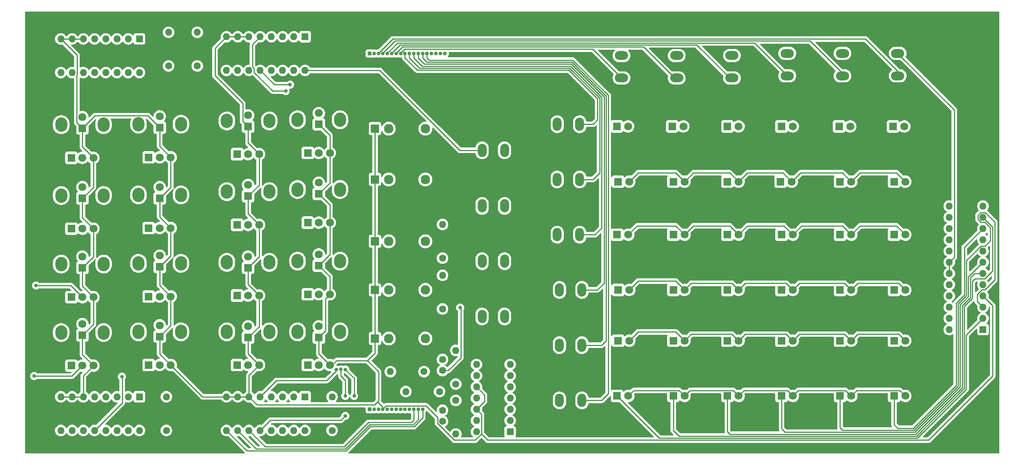
<source format=gbl>
G04 #@! TF.GenerationSoftware,KiCad,Pcbnew,6.0.5-2.fc35*
G04 #@! TF.CreationDate,2022-07-06T13:12:01+02:00*
G04 #@! TF.ProjectId,front,66726f6e-742e-46b6-9963-61645f706362,rev?*
G04 #@! TF.SameCoordinates,Original*
G04 #@! TF.FileFunction,Copper,L2,Bot*
G04 #@! TF.FilePolarity,Positive*
%FSLAX46Y46*%
G04 Gerber Fmt 4.6, Leading zero omitted, Abs format (unit mm)*
G04 Created by KiCad (PCBNEW 6.0.5-2.fc35) date 2022-07-06 13:12:01*
%MOMM*%
%LPD*%
G01*
G04 APERTURE LIST*
G04 #@! TA.AperFunction,ComponentPad*
%ADD10R,1.800000X1.800000*%
G04 #@! TD*
G04 #@! TA.AperFunction,ComponentPad*
%ADD11C,1.800000*%
G04 #@! TD*
G04 #@! TA.AperFunction,ComponentPad*
%ADD12C,1.600000*%
G04 #@! TD*
G04 #@! TA.AperFunction,ComponentPad*
%ADD13O,1.600000X1.600000*%
G04 #@! TD*
G04 #@! TA.AperFunction,ComponentPad*
%ADD14R,1.600000X1.600000*%
G04 #@! TD*
G04 #@! TA.AperFunction,ComponentPad*
%ADD15O,2.000000X3.000000*%
G04 #@! TD*
G04 #@! TA.AperFunction,ComponentPad*
%ADD16R,0.850000X0.850000*%
G04 #@! TD*
G04 #@! TA.AperFunction,ComponentPad*
%ADD17O,0.850000X0.850000*%
G04 #@! TD*
G04 #@! TA.AperFunction,ComponentPad*
%ADD18O,3.000000X2.000000*%
G04 #@! TD*
G04 #@! TA.AperFunction,ComponentPad*
%ADD19O,2.720000X3.240000*%
G04 #@! TD*
G04 #@! TA.AperFunction,ComponentPad*
%ADD20R,1.830000X1.930000*%
G04 #@! TD*
G04 #@! TA.AperFunction,ComponentPad*
%ADD21C,2.130000*%
G04 #@! TD*
G04 #@! TA.AperFunction,ViaPad*
%ADD22C,0.800000*%
G04 #@! TD*
G04 #@! TA.AperFunction,Conductor*
%ADD23C,0.250000*%
G04 #@! TD*
G04 APERTURE END LIST*
D10*
X178225000Y-79500000D03*
D11*
X180765000Y-79500000D03*
D12*
X63500000Y-135810000D03*
D13*
X63500000Y-128190000D03*
D14*
X57400000Y-47200000D03*
D13*
X54860000Y-47200000D03*
X52320000Y-47200000D03*
X49780000Y-47200000D03*
X47240000Y-47200000D03*
X44700000Y-47200000D03*
X42160000Y-47200000D03*
X39620000Y-47200000D03*
X39620000Y-54820000D03*
X42160000Y-54820000D03*
X44700000Y-54820000D03*
X47240000Y-54820000D03*
X49780000Y-54820000D03*
X52320000Y-54820000D03*
X54860000Y-54820000D03*
X57400000Y-54820000D03*
D10*
X202500000Y-79500000D03*
D11*
X205040000Y-79500000D03*
D15*
X134960000Y-110000000D03*
X140040000Y-110000000D03*
D12*
X64000000Y-53310000D03*
D13*
X64000000Y-45690000D03*
D10*
X44500000Y-67425000D03*
D11*
X44500000Y-64885000D03*
D10*
X228185000Y-79500000D03*
D11*
X230725000Y-79500000D03*
D16*
X109500000Y-131000000D03*
D17*
X110500000Y-131000000D03*
X111500000Y-131000000D03*
X112500000Y-131000000D03*
X113500000Y-131000000D03*
X114500000Y-131000000D03*
X115500000Y-131000000D03*
X116500000Y-131000000D03*
X117500000Y-131000000D03*
X118500000Y-131000000D03*
X119500000Y-131000000D03*
X120500000Y-131000000D03*
X121500000Y-131000000D03*
D10*
X44500000Y-99000000D03*
D11*
X44500000Y-96460000D03*
D14*
X141300000Y-136125000D03*
D13*
X141300000Y-133585000D03*
X141300000Y-131045000D03*
X141300000Y-128505000D03*
X141300000Y-125965000D03*
X141300000Y-123425000D03*
X141300000Y-120885000D03*
X133680000Y-120885000D03*
X133680000Y-123425000D03*
X133680000Y-125965000D03*
X133680000Y-128505000D03*
X133680000Y-131045000D03*
X133680000Y-133585000D03*
X133680000Y-136125000D03*
D10*
X165725000Y-79500000D03*
D11*
X168265000Y-79500000D03*
D10*
X62000000Y-67275000D03*
D11*
X62000000Y-64735000D03*
D18*
X191500000Y-50960000D03*
X191500000Y-56040000D03*
D19*
X93200000Y-81275000D03*
X102800000Y-81275000D03*
D10*
X95500000Y-88775000D03*
D11*
X98000000Y-88775000D03*
X100500000Y-88775000D03*
D19*
X57200000Y-98000000D03*
X66800000Y-98000000D03*
D10*
X59500000Y-105500000D03*
D11*
X62000000Y-105500000D03*
X64500000Y-105500000D03*
D10*
X190460000Y-115500000D03*
D11*
X193000000Y-115500000D03*
D10*
X228185000Y-91500000D03*
D11*
X230725000Y-91500000D03*
D10*
X202725000Y-91500000D03*
D11*
X205265000Y-91500000D03*
D10*
X98000000Y-82275000D03*
D11*
X98000000Y-79735000D03*
D19*
X86800000Y-97775000D03*
X77200000Y-97775000D03*
D10*
X79500000Y-105275000D03*
D11*
X82000000Y-105275000D03*
X84500000Y-105275000D03*
D10*
X98000000Y-114775000D03*
D11*
X98000000Y-112235000D03*
D19*
X57200000Y-113500000D03*
X66800000Y-113500000D03*
D10*
X59500000Y-121000000D03*
D11*
X62000000Y-121000000D03*
X64500000Y-121000000D03*
D15*
X157540000Y-116500000D03*
X152460000Y-116500000D03*
D10*
X190460000Y-128000000D03*
D11*
X193000000Y-128000000D03*
D10*
X44500000Y-83275000D03*
D11*
X44500000Y-80735000D03*
D10*
X215950000Y-128000000D03*
D11*
X218490000Y-128000000D03*
D19*
X66800000Y-66500000D03*
X57200000Y-66500000D03*
D10*
X59500000Y-74000000D03*
D11*
X62000000Y-74000000D03*
X64500000Y-74000000D03*
D10*
X82000000Y-67050000D03*
D11*
X82000000Y-64510000D03*
D14*
X94900000Y-128200000D03*
D13*
X92360000Y-128200000D03*
X89820000Y-128200000D03*
X87280000Y-128200000D03*
X84740000Y-128200000D03*
X82200000Y-128200000D03*
X79660000Y-128200000D03*
X77120000Y-128200000D03*
X77120000Y-135820000D03*
X79660000Y-135820000D03*
X82200000Y-135820000D03*
X84740000Y-135820000D03*
X87280000Y-135820000D03*
X89820000Y-135820000D03*
X92360000Y-135820000D03*
X94900000Y-135820000D03*
D10*
X228185000Y-128000000D03*
D11*
X230725000Y-128000000D03*
D10*
X44500000Y-114275000D03*
D11*
X44500000Y-111735000D03*
D10*
X178225000Y-91500000D03*
D11*
X180765000Y-91500000D03*
D10*
X202725000Y-115500000D03*
D11*
X205265000Y-115500000D03*
D19*
X39700000Y-66610000D03*
X49300000Y-66610000D03*
D10*
X42000000Y-74110000D03*
D11*
X44500000Y-74110000D03*
X47000000Y-74110000D03*
D18*
X204000000Y-50460000D03*
X204000000Y-55540000D03*
D15*
X157540000Y-129000000D03*
X152460000Y-129000000D03*
D10*
X62000000Y-98775000D03*
D11*
X62000000Y-96235000D03*
D10*
X190460000Y-91500000D03*
D11*
X193000000Y-91500000D03*
D20*
X110720000Y-115000000D03*
D21*
X122120000Y-115000000D03*
X113820000Y-115000000D03*
D10*
X82000000Y-114775000D03*
D11*
X82000000Y-112235000D03*
D12*
X125310000Y-127000000D03*
D13*
X117690000Y-127000000D03*
D10*
X165725000Y-104000000D03*
D11*
X168265000Y-104000000D03*
D14*
X248300000Y-112975000D03*
D13*
X248300000Y-110435000D03*
X248300000Y-107895000D03*
X248300000Y-105355000D03*
X248300000Y-102815000D03*
X248300000Y-100275000D03*
X248300000Y-97735000D03*
X248300000Y-95195000D03*
X248300000Y-92655000D03*
X248300000Y-90115000D03*
X248300000Y-87575000D03*
X248300000Y-85035000D03*
X240680000Y-85035000D03*
X240680000Y-87575000D03*
X240680000Y-90115000D03*
X240680000Y-92655000D03*
X240680000Y-95195000D03*
X240680000Y-97735000D03*
X240680000Y-100275000D03*
X240680000Y-102815000D03*
X240680000Y-105355000D03*
X240680000Y-107895000D03*
X240680000Y-110435000D03*
X240680000Y-112975000D03*
D12*
X126000000Y-96810000D03*
D13*
X126000000Y-89190000D03*
D15*
X157540000Y-104000000D03*
X152460000Y-104000000D03*
D20*
X110720000Y-67500000D03*
D21*
X122120000Y-67500000D03*
X113820000Y-67500000D03*
D10*
X62000000Y-114550000D03*
D11*
X62000000Y-112010000D03*
D14*
X94900000Y-46700000D03*
D13*
X92360000Y-46700000D03*
X89820000Y-46700000D03*
X87280000Y-46700000D03*
X84740000Y-46700000D03*
X82200000Y-46700000D03*
X79660000Y-46700000D03*
X77120000Y-46700000D03*
X77120000Y-54320000D03*
X79660000Y-54320000D03*
X82200000Y-54320000D03*
X84740000Y-54320000D03*
X87280000Y-54320000D03*
X89820000Y-54320000D03*
X92360000Y-54320000D03*
X94900000Y-54320000D03*
D12*
X129000000Y-125310000D03*
D13*
X129000000Y-117690000D03*
D10*
X82000000Y-82775000D03*
D11*
X82000000Y-80235000D03*
D10*
X215725000Y-67000000D03*
D11*
X218265000Y-67000000D03*
D12*
X126000000Y-131250000D03*
X126000000Y-133750000D03*
X70500000Y-53310000D03*
D13*
X70500000Y-45690000D03*
D10*
X178225000Y-115500000D03*
D11*
X180765000Y-115500000D03*
D16*
X109500000Y-50500000D03*
D17*
X110500000Y-50500000D03*
X111500000Y-50500000D03*
X112500000Y-50500000D03*
X113500000Y-50500000D03*
X114500000Y-50500000D03*
X115500000Y-50500000D03*
X116500000Y-50500000D03*
X117500000Y-50500000D03*
X118500000Y-50500000D03*
X119500000Y-50500000D03*
X120500000Y-50500000D03*
X121500000Y-50500000D03*
X122500000Y-50500000D03*
X123500000Y-50500000D03*
X124500000Y-50500000D03*
X125500000Y-50500000D03*
X126500000Y-50500000D03*
D19*
X39700000Y-82640000D03*
X49300000Y-82640000D03*
D10*
X42000000Y-90140000D03*
D11*
X44500000Y-90140000D03*
X47000000Y-90140000D03*
D10*
X165725000Y-115500000D03*
D11*
X168265000Y-115500000D03*
D14*
X57400000Y-128200000D03*
D13*
X54860000Y-128200000D03*
X52320000Y-128200000D03*
X49780000Y-128200000D03*
X47240000Y-128200000D03*
X44700000Y-128200000D03*
X42160000Y-128200000D03*
X39620000Y-128200000D03*
X39620000Y-135820000D03*
X42160000Y-135820000D03*
X44700000Y-135820000D03*
X47240000Y-135820000D03*
X49780000Y-135820000D03*
X52320000Y-135820000D03*
X54860000Y-135820000D03*
X57400000Y-135820000D03*
D20*
X110720000Y-104000000D03*
D21*
X122120000Y-104000000D03*
X113820000Y-104000000D03*
D10*
X202725000Y-128000000D03*
D11*
X205265000Y-128000000D03*
D10*
X82000000Y-99000000D03*
D11*
X82000000Y-96460000D03*
D20*
X110720000Y-93000000D03*
D21*
X122120000Y-93000000D03*
X113820000Y-93000000D03*
D19*
X49300000Y-113650000D03*
X39700000Y-113650000D03*
D10*
X42000000Y-121150000D03*
D11*
X44500000Y-121150000D03*
X47000000Y-121150000D03*
D15*
X134960000Y-97500000D03*
X140040000Y-97500000D03*
D10*
X215950000Y-91500000D03*
D11*
X218490000Y-91500000D03*
D10*
X190460000Y-104000000D03*
D11*
X193000000Y-104000000D03*
D15*
X134960000Y-85000000D03*
X140040000Y-85000000D03*
D18*
X166500000Y-50960000D03*
X166500000Y-56040000D03*
X179000000Y-50960000D03*
X179000000Y-56040000D03*
D10*
X228185000Y-104000000D03*
D11*
X230725000Y-104000000D03*
D10*
X178225000Y-128000000D03*
D11*
X180765000Y-128000000D03*
D12*
X101000000Y-135810000D03*
D13*
X101000000Y-128190000D03*
D12*
X129000000Y-129000000D03*
D13*
X129000000Y-136620000D03*
D10*
X165500000Y-91500000D03*
D11*
X168040000Y-91500000D03*
D10*
X62000000Y-83275000D03*
D11*
X62000000Y-80735000D03*
D10*
X228185000Y-115500000D03*
D11*
X230725000Y-115500000D03*
D15*
X157040000Y-79000000D03*
X151960000Y-79000000D03*
D10*
X190460000Y-67000000D03*
D11*
X193000000Y-67000000D03*
D12*
X126000000Y-122250000D03*
X126000000Y-119750000D03*
D10*
X202725000Y-104000000D03*
D11*
X205265000Y-104000000D03*
D10*
X165460000Y-67000000D03*
D11*
X168000000Y-67000000D03*
D18*
X229000000Y-50460000D03*
X229000000Y-55540000D03*
D10*
X178225000Y-104000000D03*
D11*
X180765000Y-104000000D03*
D19*
X57200000Y-82500000D03*
X66800000Y-82500000D03*
D10*
X59500000Y-90000000D03*
D11*
X62000000Y-90000000D03*
X64500000Y-90000000D03*
D10*
X98000000Y-66540000D03*
D11*
X98000000Y-64000000D03*
D10*
X227960000Y-67000000D03*
D11*
X230500000Y-67000000D03*
D19*
X102800000Y-97500000D03*
X93200000Y-97500000D03*
D10*
X95500000Y-105000000D03*
D11*
X98000000Y-105000000D03*
X100500000Y-105000000D03*
D19*
X102800000Y-65500000D03*
X93200000Y-65500000D03*
D10*
X95500000Y-73000000D03*
D11*
X98000000Y-73000000D03*
X100500000Y-73000000D03*
D15*
X157040000Y-91500000D03*
X151960000Y-91500000D03*
D19*
X77200000Y-65775000D03*
X86800000Y-65775000D03*
D10*
X79500000Y-73275000D03*
D11*
X82000000Y-73275000D03*
X84500000Y-73275000D03*
D10*
X215950000Y-79500000D03*
D11*
X218490000Y-79500000D03*
D15*
X157040000Y-66500000D03*
X151960000Y-66500000D03*
D20*
X110720000Y-79000000D03*
D21*
X122120000Y-79000000D03*
X113820000Y-79000000D03*
D19*
X102800000Y-113500000D03*
X93200000Y-113500000D03*
D10*
X95500000Y-121000000D03*
D11*
X98000000Y-121000000D03*
X100500000Y-121000000D03*
D10*
X177960000Y-67000000D03*
D11*
X180500000Y-67000000D03*
D15*
X134960000Y-72400000D03*
X140040000Y-72400000D03*
D10*
X215950000Y-115500000D03*
D11*
X218490000Y-115500000D03*
D10*
X215950000Y-104000000D03*
D11*
X218490000Y-104000000D03*
D19*
X86800000Y-81775000D03*
X77200000Y-81775000D03*
D10*
X79500000Y-89275000D03*
D11*
X82000000Y-89275000D03*
X84500000Y-89275000D03*
D10*
X190460000Y-79500000D03*
D11*
X193000000Y-79500000D03*
D10*
X98000000Y-98500000D03*
D11*
X98000000Y-95960000D03*
D18*
X216500000Y-50460000D03*
X216500000Y-55540000D03*
D12*
X121810000Y-122500000D03*
D13*
X114190000Y-122500000D03*
D19*
X77200000Y-113500000D03*
X86800000Y-113500000D03*
D10*
X79500000Y-121000000D03*
D11*
X82000000Y-121000000D03*
X84500000Y-121000000D03*
D12*
X126000000Y-108310000D03*
D13*
X126000000Y-100690000D03*
D10*
X202725000Y-67000000D03*
D11*
X205265000Y-67000000D03*
D19*
X39700000Y-98150000D03*
X49300000Y-98150000D03*
D10*
X42000000Y-105650000D03*
D11*
X44500000Y-105650000D03*
X47000000Y-105650000D03*
D10*
X165500000Y-128000000D03*
D11*
X168040000Y-128000000D03*
D22*
X90500000Y-59000000D03*
X91500000Y-57540000D03*
X33578380Y-123500000D03*
X34000000Y-103000000D03*
X34000000Y-103000000D03*
X130000000Y-108000000D03*
X102000000Y-122060308D03*
X104000000Y-122000000D03*
X104000000Y-132500000D03*
X106000000Y-128000000D03*
X53444511Y-123624511D03*
X102996058Y-121977395D03*
X104000000Y-128000000D03*
D23*
X83000000Y-48440000D02*
X84740000Y-46700000D01*
X83000000Y-53529700D02*
X83000000Y-48440000D01*
X83324511Y-54785789D02*
X83324511Y-53854211D01*
X90500000Y-59000000D02*
X87538722Y-59000000D01*
X87538722Y-59000000D02*
X83324511Y-54785789D01*
X83324511Y-53854211D02*
X83000000Y-53529700D01*
X84740000Y-54320000D02*
X87960000Y-57540000D01*
X87960000Y-57540000D02*
X91500000Y-57540000D01*
X42150000Y-123500000D02*
X44500000Y-121150000D01*
X33578380Y-123500000D02*
X42150000Y-123500000D01*
X41850000Y-103000000D02*
X34000000Y-103000000D01*
X44500000Y-105650000D02*
X41850000Y-103000000D01*
X130124511Y-119375489D02*
X127250000Y-122250000D01*
X130124511Y-108124511D02*
X130124511Y-119375489D01*
X130000000Y-108000000D02*
X130124511Y-108124511D01*
X127250000Y-122250000D02*
X126000000Y-122250000D01*
X244100960Y-105127604D02*
X244100960Y-94314040D01*
X242252400Y-125569010D02*
X242252400Y-106976164D01*
X244100960Y-94314040D02*
X248300000Y-90115000D01*
X228185000Y-128000000D02*
X228185000Y-134487880D01*
X228185000Y-134487880D02*
X229000000Y-135302880D01*
X229000000Y-135302880D02*
X232518530Y-135302880D01*
X232518530Y-135302880D02*
X242252400Y-125569010D01*
X242252400Y-106976164D02*
X244100960Y-105127604D01*
X244550480Y-105313802D02*
X244550480Y-97354220D01*
X250000000Y-92836278D02*
X250000000Y-89933722D01*
X247834211Y-94070489D02*
X248765789Y-94070489D01*
X248125189Y-103939511D02*
X247000000Y-105064700D01*
X248765789Y-94070489D02*
X250000000Y-92836278D01*
X250949520Y-88634220D02*
X250949520Y-101755780D01*
X247175489Y-88040789D02*
X247175489Y-87109211D01*
X244550480Y-97354220D02*
X247834211Y-94070489D01*
X248765789Y-86450489D02*
X250949520Y-88634220D01*
X215950000Y-135202400D02*
X216500000Y-135752400D01*
X247175489Y-87109211D02*
X247834211Y-86450489D01*
X215950000Y-128000000D02*
X215950000Y-135202400D01*
X247834211Y-86450489D02*
X248765789Y-86450489D01*
X216500000Y-135752400D02*
X232704728Y-135752400D01*
X248765789Y-88699511D02*
X247834211Y-88699511D01*
X242701920Y-107162362D02*
X244550480Y-105313802D01*
X250949520Y-101755780D02*
X248765789Y-103939511D01*
X242701920Y-125755208D02*
X242701920Y-107162362D01*
X247834211Y-88699511D02*
X247175489Y-88040789D01*
X248765789Y-103939511D02*
X248125189Y-103939511D01*
X232704728Y-135752400D02*
X242701920Y-125755208D01*
X247000000Y-106595000D02*
X248300000Y-107895000D01*
X247000000Y-105064700D02*
X247000000Y-106595000D01*
X250000000Y-89933722D02*
X248765789Y-88699511D01*
X243151440Y-107348560D02*
X245000000Y-105500000D01*
X245000000Y-101035000D02*
X248300000Y-97735000D01*
X245000000Y-105500000D02*
X245000000Y-101035000D01*
X203500000Y-136201920D02*
X232890926Y-136201920D01*
X243151440Y-125941406D02*
X243151440Y-107348560D01*
X202725000Y-128000000D02*
X202725000Y-135426920D01*
X232890926Y-136201920D02*
X243151440Y-125941406D01*
X202725000Y-135426920D02*
X203500000Y-136201920D01*
X245449520Y-101221198D02*
X245449520Y-105688484D01*
X233077124Y-136651440D02*
X191000000Y-136651440D01*
X243600960Y-107537044D02*
X243600960Y-126127604D01*
X191000000Y-136651440D02*
X190460000Y-136111440D01*
X190460000Y-136111440D02*
X190460000Y-128000000D01*
X243600960Y-126127604D02*
X233077124Y-136651440D01*
X99775500Y-124500000D02*
X88440000Y-124500000D01*
X245899040Y-105874682D02*
X245899040Y-102100960D01*
X178225000Y-135825960D02*
X179500000Y-137100960D01*
X244050480Y-126313802D02*
X244050480Y-107723242D01*
X245899040Y-102100960D02*
X246500000Y-101500000D01*
X178225000Y-128000000D02*
X178225000Y-135825960D01*
X248665300Y-101500000D02*
X250500000Y-99665300D01*
X244050480Y-107723242D02*
X245899040Y-105874682D01*
X250500000Y-99665300D02*
X250500000Y-89775000D01*
X246500000Y-101500000D02*
X248665300Y-101500000D01*
X250500000Y-89775000D02*
X248300000Y-87575000D01*
X233263322Y-137100960D02*
X244050480Y-126313802D01*
X179500000Y-137100960D02*
X233263322Y-137100960D01*
X87060000Y-133500000D02*
X84740000Y-135820000D01*
X104000000Y-122000000D02*
X106000000Y-124000000D01*
X103000000Y-133500000D02*
X87060000Y-133500000D01*
X104000000Y-132500000D02*
X103000000Y-133500000D01*
X106000000Y-124000000D02*
X106000000Y-128000000D01*
X53500000Y-123680000D02*
X53444511Y-123624511D01*
X53500000Y-129560000D02*
X53500000Y-123680000D01*
X47240000Y-135820000D02*
X53500000Y-129560000D01*
X194224511Y-126775489D02*
X193000000Y-128000000D01*
X191775489Y-126775489D02*
X181989511Y-126775489D01*
X180765000Y-128000000D02*
X179540489Y-126775489D01*
X219714511Y-126775489D02*
X218490000Y-128000000D01*
X181989511Y-126775489D02*
X180765000Y-128000000D01*
X193000000Y-128000000D02*
X191775489Y-126775489D01*
X218399022Y-128000000D02*
X217174511Y-126775489D01*
X206489511Y-126775489D02*
X205265000Y-128000000D01*
X179540489Y-126775489D02*
X169264511Y-126775489D01*
X229500489Y-126775489D02*
X219714511Y-126775489D01*
X230725000Y-128000000D02*
X229500489Y-126775489D01*
X205265000Y-128000000D02*
X204040489Y-126775489D01*
X204040489Y-126775489D02*
X194224511Y-126775489D01*
X217174511Y-126775489D02*
X206489511Y-126775489D01*
X169264511Y-126775489D02*
X168040000Y-128000000D01*
X218490000Y-128000000D02*
X218399022Y-128000000D01*
X182265000Y-114000000D02*
X191500000Y-114000000D01*
X203765000Y-114000000D02*
X194500000Y-114000000D01*
X194500000Y-114000000D02*
X193000000Y-115500000D01*
X216990000Y-114000000D02*
X206765000Y-114000000D01*
X178765000Y-113500000D02*
X180765000Y-115500000D01*
X191500000Y-114000000D02*
X193000000Y-115500000D01*
X180765000Y-115500000D02*
X182265000Y-114000000D01*
X206765000Y-114000000D02*
X205265000Y-115500000D01*
X168265000Y-115500000D02*
X170265000Y-113500000D01*
X218490000Y-115500000D02*
X216990000Y-114000000D01*
X219990000Y-114000000D02*
X218490000Y-115500000D01*
X170265000Y-113500000D02*
X178765000Y-113500000D01*
X229225000Y-114000000D02*
X219990000Y-114000000D01*
X205265000Y-115500000D02*
X203765000Y-114000000D01*
X230725000Y-115500000D02*
X229225000Y-114000000D01*
X193000000Y-104000000D02*
X194500000Y-102500000D01*
X219990000Y-102500000D02*
X229225000Y-102500000D01*
X194500000Y-102500000D02*
X203765000Y-102500000D01*
X218490000Y-104000000D02*
X219990000Y-102500000D01*
X216990000Y-102500000D02*
X218490000Y-104000000D01*
X170265000Y-102000000D02*
X168265000Y-104000000D01*
X178765000Y-102000000D02*
X170265000Y-102000000D01*
X203765000Y-102500000D02*
X205265000Y-104000000D01*
X180765000Y-104000000D02*
X178765000Y-102000000D01*
X191500000Y-102500000D02*
X193000000Y-104000000D01*
X180765000Y-104000000D02*
X182265000Y-102500000D01*
X205265000Y-104000000D02*
X206765000Y-102500000D01*
X206765000Y-102500000D02*
X216990000Y-102500000D01*
X182265000Y-102500000D02*
X191500000Y-102500000D01*
X229225000Y-102500000D02*
X230725000Y-104000000D01*
X203265000Y-89500000D02*
X205265000Y-91500000D01*
X195000000Y-89500000D02*
X203265000Y-89500000D01*
X193000000Y-91500000D02*
X195000000Y-89500000D01*
X180765000Y-91500000D02*
X182765000Y-89500000D01*
X218490000Y-91500000D02*
X220490000Y-89500000D01*
X170040000Y-89500000D02*
X178765000Y-89500000D01*
X207265000Y-89500000D02*
X216500000Y-89500000D01*
X182765000Y-89500000D02*
X191000000Y-89500000D01*
X216500000Y-89500000D02*
X216500000Y-89510000D01*
X191000000Y-89500000D02*
X193000000Y-91500000D01*
X220490000Y-89500000D02*
X228725000Y-89500000D01*
X205265000Y-91500000D02*
X207265000Y-89500000D01*
X168040000Y-91500000D02*
X170040000Y-89500000D01*
X228725000Y-89500000D02*
X230725000Y-91500000D01*
X178765000Y-89500000D02*
X180765000Y-91500000D01*
X216500000Y-89510000D02*
X218490000Y-91500000D01*
X207040000Y-77500000D02*
X216490000Y-77500000D01*
X205040000Y-79500000D02*
X207040000Y-77500000D01*
X228725000Y-77500000D02*
X230725000Y-79500000D01*
X216490000Y-77500000D02*
X218490000Y-79500000D01*
X218490000Y-79500000D02*
X220490000Y-77500000D01*
X170265000Y-77500000D02*
X178765000Y-77500000D01*
X193000000Y-79500000D02*
X195000000Y-77500000D01*
X203040000Y-77500000D02*
X205040000Y-79500000D01*
X191000000Y-77500000D02*
X193000000Y-79500000D01*
X180765000Y-79500000D02*
X182765000Y-77500000D01*
X182765000Y-77500000D02*
X191000000Y-77500000D01*
X220490000Y-77500000D02*
X228725000Y-77500000D01*
X195000000Y-77500000D02*
X203040000Y-77500000D01*
X168265000Y-79500000D02*
X170265000Y-77500000D01*
X178765000Y-77500000D02*
X180765000Y-79500000D01*
X244500000Y-126500000D02*
X233449520Y-137550480D01*
X175050480Y-137550480D02*
X165500000Y-128000000D01*
X233449520Y-137550480D02*
X175050480Y-137550480D01*
X244500000Y-114235000D02*
X244500000Y-126500000D01*
X248300000Y-110435000D02*
X244500000Y-114235000D01*
X102996058Y-123496058D02*
X104000000Y-124500000D01*
X102996058Y-121977395D02*
X102996058Y-123496058D01*
X104000000Y-124500000D02*
X104000000Y-128000000D01*
X123000000Y-52000000D02*
X122500000Y-51500000D01*
X163500000Y-127500000D02*
X163500000Y-60000000D01*
X162000000Y-129000000D02*
X163500000Y-127500000D01*
X122500000Y-51500000D02*
X122500000Y-50500000D01*
X155500000Y-52000000D02*
X123000000Y-52000000D01*
X122449520Y-52449520D02*
X121500000Y-51500000D01*
X157540000Y-116500000D02*
X162000000Y-116500000D01*
X162000000Y-116500000D02*
X163000000Y-115500000D01*
X121500000Y-51500000D02*
X121500000Y-50500000D01*
X163000000Y-115500000D02*
X163000000Y-60135718D01*
X163000000Y-60135718D02*
X155313802Y-52449520D01*
X155313802Y-52449520D02*
X122449520Y-52449520D01*
X121899040Y-52899040D02*
X120500000Y-51500000D01*
X120500000Y-51500000D02*
X120500000Y-50500000D01*
X155127603Y-52899040D02*
X121899040Y-52899040D01*
X161000000Y-104000000D02*
X162550480Y-102449520D01*
X162550480Y-102449520D02*
X162550480Y-60321916D01*
X157540000Y-104000000D02*
X161000000Y-104000000D01*
X162550480Y-60321916D02*
X155127603Y-52899040D01*
X162000000Y-90000000D02*
X160500000Y-91500000D01*
X154941406Y-53348560D02*
X162000000Y-60407154D01*
X119500000Y-50500000D02*
X119500000Y-51500000D01*
X121348560Y-53348560D02*
X154941406Y-53348560D01*
X162000000Y-60407154D02*
X162000000Y-90000000D01*
X160500000Y-91500000D02*
X157040000Y-91500000D01*
X119500000Y-51500000D02*
X121348560Y-53348560D01*
X118500000Y-51500000D02*
X120798080Y-53798080D01*
X160050480Y-79000000D02*
X157040000Y-79000000D01*
X120798080Y-53798080D02*
X154755208Y-53798080D01*
X154755208Y-53798080D02*
X161550480Y-60593352D01*
X118500000Y-50500000D02*
X118500000Y-51500000D01*
X161550480Y-60593352D02*
X161550480Y-77500000D01*
X161550480Y-77500000D02*
X160050480Y-79000000D01*
X154569010Y-54247600D02*
X120247600Y-54247600D01*
X117500000Y-51500000D02*
X117500000Y-50500000D01*
X161100960Y-65500000D02*
X161100960Y-60779550D01*
X160100960Y-66500000D02*
X161100960Y-65500000D01*
X157040000Y-66500000D02*
X160100960Y-66500000D01*
X161100960Y-60779550D02*
X154569010Y-54247600D01*
X120247600Y-54247600D02*
X117500000Y-51500000D01*
X229000000Y-55540000D02*
X229000000Y-54500000D01*
X114738110Y-47201920D02*
X111500000Y-50440030D01*
X229000000Y-54500000D02*
X221701920Y-47201920D01*
X221701920Y-47201920D02*
X114738110Y-47201920D01*
X111500000Y-50440030D02*
X111500000Y-50500000D01*
X115288590Y-47651440D02*
X112500000Y-50440030D01*
X112500000Y-50440030D02*
X112500000Y-50500000D01*
X216500000Y-55540000D02*
X216500000Y-55000000D01*
X216500000Y-55000000D02*
X209151440Y-47651440D01*
X209151440Y-47651440D02*
X115288590Y-47651440D01*
X115839070Y-48100960D02*
X113500000Y-50440030D01*
X196600960Y-48100960D02*
X115839070Y-48100960D01*
X204000000Y-55540000D02*
X204000000Y-55500000D01*
X204000000Y-55500000D02*
X196600960Y-48100960D01*
X113500000Y-50440030D02*
X113500000Y-50500000D01*
X183510480Y-48550480D02*
X116389550Y-48550480D01*
X116389550Y-48550480D02*
X114500000Y-50440030D01*
X114500000Y-50440030D02*
X114500000Y-50500000D01*
X191000000Y-56040000D02*
X183510480Y-48550480D01*
X191500000Y-56040000D02*
X191000000Y-56040000D01*
X179000000Y-56040000D02*
X178500000Y-56040000D01*
X178500000Y-56040000D02*
X171460000Y-49000000D01*
X115500000Y-50440030D02*
X115500000Y-50500000D01*
X116940030Y-49000000D02*
X115500000Y-50440030D01*
X171460000Y-49000000D02*
X116940030Y-49000000D01*
X116500000Y-50440030D02*
X116500000Y-50500000D01*
X117440030Y-49500000D02*
X116500000Y-50440030D01*
X166500000Y-56000000D02*
X160000000Y-49500000D01*
X160000000Y-49500000D02*
X117440030Y-49500000D01*
X166500000Y-56040000D02*
X166500000Y-56000000D01*
X119550480Y-134949520D02*
X121500000Y-133000000D01*
X109686198Y-134949520D02*
X119550480Y-134949520D01*
X81749520Y-140449520D02*
X104186197Y-140449520D01*
X77120000Y-135820000D02*
X81749520Y-140449520D01*
X121500000Y-133000000D02*
X121500000Y-131000000D01*
X104186197Y-140449520D02*
X109686198Y-134949520D01*
X120500000Y-131000000D02*
X120500000Y-133364282D01*
X83840000Y-140000000D02*
X79660000Y-135820000D01*
X120500000Y-133364282D02*
X119364282Y-134500000D01*
X109500000Y-134500000D02*
X104000000Y-140000000D01*
X104000000Y-140000000D02*
X83840000Y-140000000D01*
X119364282Y-134500000D02*
X109500000Y-134500000D01*
X119500000Y-133500000D02*
X119000000Y-134000000D01*
X109250000Y-134000000D02*
X103750000Y-139500000D01*
X119000000Y-134000000D02*
X109250000Y-134000000D01*
X85880000Y-139500000D02*
X82200000Y-135820000D01*
X103750000Y-139500000D02*
X85880000Y-139500000D01*
X119500000Y-131000000D02*
X119500000Y-133500000D01*
X245449520Y-105688484D02*
X243600960Y-107537044D01*
X248300000Y-100275000D02*
X246395718Y-100275000D01*
X246395718Y-100275000D02*
X245449520Y-101221198D01*
X102000000Y-122275500D02*
X99775500Y-124500000D01*
X88440000Y-124500000D02*
X84740000Y-128200000D01*
X102000000Y-122060308D02*
X102000000Y-122275500D01*
X98000000Y-98500000D02*
X100500000Y-96000000D01*
X82000000Y-70775000D02*
X84500000Y-73275000D01*
X98000000Y-82275000D02*
X100500000Y-79775000D01*
X82000000Y-82775000D02*
X82000000Y-86775000D01*
X250500000Y-123500000D02*
X250500000Y-107555000D01*
X100500000Y-69040000D02*
X98000000Y-66540000D01*
X124875489Y-134215789D02*
X124875489Y-132875489D01*
X39620000Y-47200000D02*
X44700000Y-47200000D01*
X84500000Y-105275000D02*
X84500000Y-112275000D01*
X74500000Y-49320000D02*
X77120000Y-46700000D01*
X62000000Y-103000000D02*
X64500000Y-105500000D01*
X98000000Y-114775000D02*
X99500000Y-113275000D01*
X47369520Y-64555480D02*
X59280480Y-64555480D01*
X111500000Y-122500000D02*
X111500000Y-129149022D01*
X100500000Y-84775000D02*
X98000000Y-82275000D01*
X82000000Y-67050000D02*
X82000000Y-70775000D01*
X64500000Y-105500000D02*
X64500000Y-112050000D01*
X82200000Y-128200000D02*
X84000000Y-130000000D01*
X113189541Y-130250489D02*
X112500000Y-130940030D01*
X64500000Y-74000000D02*
X64500000Y-80775000D01*
X134804511Y-132169511D02*
X134804511Y-136590789D01*
X100500000Y-105000000D02*
X100500000Y-101000000D01*
X101000000Y-121000000D02*
X102000000Y-120000000D01*
X135500000Y-127785000D02*
X135500000Y-129225000D01*
X82000000Y-118500000D02*
X84500000Y-121000000D01*
X111500000Y-129149022D02*
X111324511Y-129324511D01*
X44500000Y-103150000D02*
X47000000Y-105650000D01*
X82000000Y-99000000D02*
X82000000Y-102775000D01*
X44500000Y-118650000D02*
X47000000Y-121150000D01*
X84500000Y-73275000D02*
X84500000Y-80275000D01*
X112500000Y-130500000D02*
X112500000Y-131000000D01*
X47000000Y-90140000D02*
X47000000Y-96500000D01*
X59280480Y-64555480D02*
X62000000Y-67275000D01*
X64500000Y-80775000D02*
X62000000Y-83275000D01*
X110720000Y-118280000D02*
X110720000Y-115000000D01*
X82000000Y-102775000D02*
X84500000Y-105275000D01*
X43284511Y-55285789D02*
X43284511Y-50864511D01*
X133395300Y-138000000D02*
X128659700Y-138000000D01*
X82000000Y-86775000D02*
X84500000Y-89275000D01*
X80775489Y-61775489D02*
X74500000Y-55500000D01*
X64500000Y-90000000D02*
X64500000Y-96275000D01*
X250500000Y-107555000D02*
X248300000Y-105355000D01*
X44700000Y-123450000D02*
X47000000Y-121150000D01*
X100500000Y-79775000D02*
X100500000Y-73000000D01*
X100500000Y-121000000D02*
X101000000Y-121000000D01*
X82000000Y-67050000D02*
X80775489Y-65825489D01*
X133680000Y-131045000D02*
X134804511Y-132169511D01*
X100500000Y-73000000D02*
X100500000Y-69040000D01*
X110649022Y-130000000D02*
X111324511Y-129324511D01*
X109000000Y-120000000D02*
X111500000Y-122500000D01*
X44500000Y-114275000D02*
X47000000Y-111775000D01*
X84000000Y-130000000D02*
X110649022Y-130000000D01*
X112500000Y-130940030D02*
X112500000Y-131000000D01*
X47000000Y-74110000D02*
X44500000Y-71610000D01*
X44500000Y-83275000D02*
X47000000Y-80775000D01*
X44700000Y-128200000D02*
X44700000Y-123450000D01*
X44500000Y-99000000D02*
X44500000Y-103150000D01*
X110720000Y-104000000D02*
X110720000Y-93000000D01*
X82200000Y-123300000D02*
X84500000Y-121000000D01*
X44500000Y-67425000D02*
X43240000Y-66165000D01*
X62000000Y-71500000D02*
X64500000Y-74000000D01*
X62000000Y-87500000D02*
X64500000Y-90000000D01*
X84500000Y-89275000D02*
X84500000Y-96500000D01*
X135500000Y-129225000D02*
X133680000Y-131045000D01*
X44500000Y-114275000D02*
X44500000Y-118650000D01*
X64500000Y-121000000D02*
X71700000Y-128200000D01*
X122250489Y-130250489D02*
X113189541Y-130250489D01*
X100500000Y-121000000D02*
X98000000Y-118500000D01*
X110720000Y-115000000D02*
X110720000Y-104000000D01*
X62000000Y-114550000D02*
X62000000Y-118500000D01*
X43240000Y-66165000D02*
X43240000Y-55330300D01*
X84500000Y-96500000D02*
X82000000Y-99000000D01*
X64500000Y-112050000D02*
X62000000Y-114550000D01*
X128659700Y-138000000D02*
X124875489Y-134215789D01*
X71700000Y-128200000D02*
X77120000Y-128200000D01*
X79660000Y-128200000D02*
X82200000Y-128200000D01*
X134804511Y-136590789D02*
X133395300Y-138000000D01*
X111324511Y-129324511D02*
X112500000Y-130500000D01*
X236000000Y-138000000D02*
X250500000Y-123500000D01*
X43240000Y-55330300D02*
X43284511Y-55285789D01*
X98000000Y-118500000D02*
X98000000Y-114775000D01*
X100500000Y-101000000D02*
X98000000Y-98500000D01*
X100500000Y-96000000D02*
X100500000Y-90000000D01*
X110720000Y-93000000D02*
X110720000Y-67500000D01*
X124875489Y-132875489D02*
X122250489Y-130250489D01*
X62000000Y-98775000D02*
X62000000Y-103000000D01*
X44500000Y-67425000D02*
X47369520Y-64555480D01*
X99500000Y-106000000D02*
X100500000Y-105000000D01*
X64500000Y-96275000D02*
X62000000Y-98775000D01*
X79660000Y-46700000D02*
X82200000Y-46700000D01*
X47000000Y-111775000D02*
X47000000Y-105650000D01*
X134804511Y-136590789D02*
X136213722Y-138000000D01*
X44500000Y-87640000D02*
X47000000Y-90140000D01*
X100500000Y-90000000D02*
X100500000Y-84775000D01*
X62000000Y-67275000D02*
X62000000Y-71500000D01*
X99500000Y-113275000D02*
X99500000Y-106000000D01*
X47000000Y-80775000D02*
X47000000Y-74110000D01*
X77120000Y-46700000D02*
X79660000Y-46700000D01*
X77120000Y-128200000D02*
X79660000Y-128200000D01*
X136213722Y-138000000D02*
X236000000Y-138000000D01*
X84500000Y-80275000D02*
X82000000Y-82775000D01*
X82200000Y-128200000D02*
X82200000Y-123300000D01*
X102000000Y-120000000D02*
X109000000Y-120000000D01*
X100500000Y-90000000D02*
X100500000Y-88775000D01*
X44500000Y-83275000D02*
X44500000Y-87640000D01*
X109000000Y-120000000D02*
X110720000Y-118280000D01*
X43284511Y-50864511D02*
X39620000Y-47200000D01*
X47000000Y-96500000D02*
X44500000Y-99000000D01*
X84500000Y-112275000D02*
X82000000Y-114775000D01*
X80775489Y-65825489D02*
X80775489Y-61775489D01*
X62000000Y-118500000D02*
X64500000Y-121000000D01*
X82000000Y-114775000D02*
X82000000Y-118500000D01*
X133680000Y-125965000D02*
X135500000Y-127785000D01*
X39620000Y-128200000D02*
X44700000Y-128200000D01*
X74500000Y-55500000D02*
X74500000Y-49320000D01*
X62000000Y-83275000D02*
X62000000Y-87500000D01*
X44500000Y-71610000D02*
X44500000Y-67425000D01*
X134960000Y-72400000D02*
X129900978Y-72400000D01*
X241804511Y-63264511D02*
X229000000Y-50460000D01*
X111820978Y-54320000D02*
X94900000Y-54320000D01*
X129900978Y-72400000D02*
X111820978Y-54320000D01*
X241804511Y-96610489D02*
X241804511Y-63264511D01*
X240680000Y-100275000D02*
X240680000Y-97735000D01*
X240680000Y-97735000D02*
X241804511Y-96610489D01*
X163500000Y-60000000D02*
X155500000Y-52000000D01*
X157540000Y-129000000D02*
X162000000Y-129000000D01*
X110500000Y-50440030D02*
X110500000Y-50500000D01*
X109500000Y-50440030D02*
X109500000Y-50500000D01*
G04 #@! TA.AperFunction,NonConductor*
G36*
X249284532Y-91085132D02*
G01*
X249341368Y-91127679D01*
X249366179Y-91194199D01*
X249366500Y-91203188D01*
X249366500Y-91566812D01*
X249346498Y-91634933D01*
X249292842Y-91681426D01*
X249222568Y-91691530D01*
X249157988Y-91662036D01*
X249151405Y-91655907D01*
X249144300Y-91648802D01*
X249139792Y-91645645D01*
X249139789Y-91645643D01*
X249027206Y-91566812D01*
X248956749Y-91517477D01*
X248951767Y-91515154D01*
X248951762Y-91515151D01*
X248917543Y-91499195D01*
X248864258Y-91452278D01*
X248844797Y-91384001D01*
X248865339Y-91316041D01*
X248917543Y-91270805D01*
X248951762Y-91254849D01*
X248951767Y-91254846D01*
X248956749Y-91252523D01*
X249092127Y-91157730D01*
X249139789Y-91124357D01*
X249139792Y-91124355D01*
X249144300Y-91121198D01*
X249151405Y-91114093D01*
X249213717Y-91080067D01*
X249284532Y-91085132D01*
G37*
G04 #@! TD.AperFunction*
G04 #@! TA.AperFunction,NonConductor*
G36*
X246906538Y-92508532D02*
G01*
X246963374Y-92551079D01*
X246988185Y-92617599D01*
X246988026Y-92637570D01*
X246986981Y-92649514D01*
X246986981Y-92649525D01*
X246986502Y-92655000D01*
X247006457Y-92883087D01*
X247007881Y-92888400D01*
X247007881Y-92888402D01*
X247062400Y-93091866D01*
X247065716Y-93104243D01*
X247068039Y-93109224D01*
X247068039Y-93109225D01*
X247160151Y-93306762D01*
X247160154Y-93306767D01*
X247162477Y-93311749D01*
X247165634Y-93316257D01*
X247282340Y-93482930D01*
X247293802Y-93499300D01*
X247312554Y-93518052D01*
X247346580Y-93580364D01*
X247341515Y-93651179D01*
X247312554Y-93696242D01*
X244949555Y-96059240D01*
X244887243Y-96093266D01*
X244816427Y-96088201D01*
X244759592Y-96045654D01*
X244734781Y-95979134D01*
X244734460Y-95970145D01*
X244734460Y-94628634D01*
X244754462Y-94560513D01*
X244771365Y-94539539D01*
X246773411Y-92537493D01*
X246835723Y-92503467D01*
X246906538Y-92508532D01*
G37*
G04 #@! TD.AperFunction*
G04 #@! TA.AperFunction,NonConductor*
G36*
X249784532Y-94051818D02*
G01*
X249841368Y-94094365D01*
X249866179Y-94160885D01*
X249866500Y-94169874D01*
X249866500Y-99350706D01*
X249846498Y-99418827D01*
X249829595Y-99439801D01*
X249631474Y-99637922D01*
X249569162Y-99671948D01*
X249498347Y-99666883D01*
X249441511Y-99624336D01*
X249437583Y-99618381D01*
X249437523Y-99618251D01*
X249342965Y-99483208D01*
X249309357Y-99435211D01*
X249309355Y-99435208D01*
X249306198Y-99430700D01*
X249144300Y-99268802D01*
X249139792Y-99265645D01*
X249139789Y-99265643D01*
X249028583Y-99187776D01*
X248956749Y-99137477D01*
X248951767Y-99135154D01*
X248951762Y-99135151D01*
X248917543Y-99119195D01*
X248864258Y-99072278D01*
X248844797Y-99004001D01*
X248865339Y-98936041D01*
X248917543Y-98890805D01*
X248951762Y-98874849D01*
X248951767Y-98874846D01*
X248956749Y-98872523D01*
X249137571Y-98745910D01*
X249139789Y-98744357D01*
X249139792Y-98744355D01*
X249144300Y-98741198D01*
X249306198Y-98579300D01*
X249327548Y-98548810D01*
X249385131Y-98466572D01*
X249437523Y-98391749D01*
X249439846Y-98386767D01*
X249439849Y-98386762D01*
X249531961Y-98189225D01*
X249531961Y-98189224D01*
X249534284Y-98184243D01*
X249547961Y-98133202D01*
X249592119Y-97968402D01*
X249592119Y-97968400D01*
X249593543Y-97963087D01*
X249613498Y-97735000D01*
X249593543Y-97506913D01*
X249592117Y-97501591D01*
X249535707Y-97291067D01*
X249535706Y-97291065D01*
X249534284Y-97285757D01*
X249523846Y-97263373D01*
X249439849Y-97083238D01*
X249439846Y-97083233D01*
X249437523Y-97078251D01*
X249341363Y-96940921D01*
X249309357Y-96895211D01*
X249309355Y-96895208D01*
X249306198Y-96890700D01*
X249144300Y-96728802D01*
X249139792Y-96725645D01*
X249139789Y-96725643D01*
X249041324Y-96656697D01*
X248956749Y-96597477D01*
X248951767Y-96595154D01*
X248951762Y-96595151D01*
X248917543Y-96579195D01*
X248864258Y-96532278D01*
X248844797Y-96464001D01*
X248865339Y-96396041D01*
X248917543Y-96350805D01*
X248951762Y-96334849D01*
X248951767Y-96334846D01*
X248956749Y-96332523D01*
X249090055Y-96239181D01*
X249139789Y-96204357D01*
X249139792Y-96204355D01*
X249144300Y-96201198D01*
X249306198Y-96039300D01*
X249313382Y-96029041D01*
X249384733Y-95927141D01*
X249437523Y-95851749D01*
X249439846Y-95846767D01*
X249439849Y-95846762D01*
X249531961Y-95649225D01*
X249531961Y-95649224D01*
X249534284Y-95644243D01*
X249551094Y-95581510D01*
X249592119Y-95428402D01*
X249592119Y-95428400D01*
X249593543Y-95423087D01*
X249613498Y-95195000D01*
X249593543Y-94966913D01*
X249584857Y-94934496D01*
X249535707Y-94751067D01*
X249535706Y-94751065D01*
X249534284Y-94745757D01*
X249492946Y-94657106D01*
X249439849Y-94543238D01*
X249439846Y-94543233D01*
X249437523Y-94538251D01*
X249434366Y-94533743D01*
X249434363Y-94533737D01*
X249397846Y-94481585D01*
X249375158Y-94414311D01*
X249392443Y-94345451D01*
X249411964Y-94320220D01*
X249651405Y-94080779D01*
X249713717Y-94046753D01*
X249784532Y-94051818D01*
G37*
G04 #@! TD.AperFunction*
G04 #@! TA.AperFunction,NonConductor*
G36*
X247101654Y-95803118D02*
G01*
X247158489Y-95845665D01*
X247162416Y-95851618D01*
X247162477Y-95851749D01*
X247162912Y-95852370D01*
X247286619Y-96029041D01*
X247293802Y-96039300D01*
X247455700Y-96201198D01*
X247460208Y-96204355D01*
X247460211Y-96204357D01*
X247509945Y-96239181D01*
X247643251Y-96332523D01*
X247648233Y-96334846D01*
X247648238Y-96334849D01*
X247682457Y-96350805D01*
X247735742Y-96397722D01*
X247755203Y-96465999D01*
X247734661Y-96533959D01*
X247682457Y-96579195D01*
X247648238Y-96595151D01*
X247648233Y-96595154D01*
X247643251Y-96597477D01*
X247558676Y-96656697D01*
X247460211Y-96725643D01*
X247460208Y-96725645D01*
X247455700Y-96728802D01*
X247293802Y-96890700D01*
X247290645Y-96895208D01*
X247290643Y-96895211D01*
X247258637Y-96940921D01*
X247162477Y-97078251D01*
X247160154Y-97083233D01*
X247160151Y-97083238D01*
X247076154Y-97263373D01*
X247065716Y-97285757D01*
X247064294Y-97291065D01*
X247064293Y-97291067D01*
X247007883Y-97501591D01*
X247006457Y-97506913D01*
X246986502Y-97735000D01*
X247006457Y-97963087D01*
X247007880Y-97968398D01*
X247007882Y-97968409D01*
X247023459Y-98026541D01*
X247021770Y-98097517D01*
X246990848Y-98148248D01*
X245399075Y-99740020D01*
X245336763Y-99774046D01*
X245265947Y-99768981D01*
X245209112Y-99726434D01*
X245184301Y-99659914D01*
X245183980Y-99650925D01*
X245183980Y-97668814D01*
X245203982Y-97600693D01*
X245220885Y-97579719D01*
X246968526Y-95832079D01*
X247030838Y-95798053D01*
X247101654Y-95803118D01*
G37*
G04 #@! TD.AperFunction*
G04 #@! TA.AperFunction,NonConductor*
G36*
X250234052Y-100931318D02*
G01*
X250290888Y-100973865D01*
X250315699Y-101040385D01*
X250316020Y-101049374D01*
X250316020Y-101441186D01*
X250296018Y-101509307D01*
X250279115Y-101530281D01*
X249631474Y-102177922D01*
X249569162Y-102211948D01*
X249498347Y-102206883D01*
X249441511Y-102164336D01*
X249437583Y-102158381D01*
X249437523Y-102158251D01*
X249360441Y-102048167D01*
X249309357Y-101975211D01*
X249309355Y-101975208D01*
X249306198Y-101970700D01*
X249287446Y-101951948D01*
X249253420Y-101889636D01*
X249258485Y-101818821D01*
X249287446Y-101773758D01*
X250100925Y-100960279D01*
X250163237Y-100926253D01*
X250234052Y-100931318D01*
G37*
G04 #@! TD.AperFunction*
G04 #@! TA.AperFunction,NonConductor*
G36*
X247044359Y-102153502D02*
G01*
X247090852Y-102207158D01*
X247100956Y-102277432D01*
X247090433Y-102312749D01*
X247074260Y-102347434D01*
X247065716Y-102365757D01*
X247064294Y-102371065D01*
X247064293Y-102371067D01*
X247024013Y-102521392D01*
X247006457Y-102586913D01*
X246986502Y-102815000D01*
X247006457Y-103043087D01*
X247007881Y-103048400D01*
X247007881Y-103048402D01*
X247064053Y-103258035D01*
X247065716Y-103264243D01*
X247068039Y-103269224D01*
X247068039Y-103269225D01*
X247160151Y-103466762D01*
X247160154Y-103466767D01*
X247162477Y-103471749D01*
X247219804Y-103553620D01*
X247290631Y-103654771D01*
X247293802Y-103659300D01*
X247312553Y-103678051D01*
X247346579Y-103740363D01*
X247341514Y-103811178D01*
X247312553Y-103856241D01*
X246747635Y-104421159D01*
X246685323Y-104455185D01*
X246614508Y-104450120D01*
X246557672Y-104407573D01*
X246532861Y-104341053D01*
X246532540Y-104332064D01*
X246532540Y-102415555D01*
X246552542Y-102347434D01*
X246569445Y-102326459D01*
X246725501Y-102170404D01*
X246787813Y-102136379D01*
X246814596Y-102133500D01*
X246976238Y-102133500D01*
X247044359Y-102153502D01*
G37*
G04 #@! TD.AperFunction*
G04 #@! TA.AperFunction,NonConductor*
G36*
X246284532Y-106489260D02*
G01*
X246341368Y-106531807D01*
X246366179Y-106598327D01*
X246366500Y-106607316D01*
X246366500Y-106634856D01*
X246366997Y-106638790D01*
X246366997Y-106638791D01*
X246367005Y-106638856D01*
X246367938Y-106650693D01*
X246369327Y-106694889D01*
X246374005Y-106710990D01*
X246374978Y-106714339D01*
X246378987Y-106733700D01*
X246379046Y-106734163D01*
X246381526Y-106753797D01*
X246384445Y-106761168D01*
X246384445Y-106761170D01*
X246397804Y-106794912D01*
X246401649Y-106806142D01*
X246411771Y-106840983D01*
X246413982Y-106848593D01*
X246418015Y-106855412D01*
X246418017Y-106855417D01*
X246424293Y-106866028D01*
X246432988Y-106883776D01*
X246440448Y-106902617D01*
X246445110Y-106909033D01*
X246445110Y-106909034D01*
X246466436Y-106938387D01*
X246472952Y-106948307D01*
X246495458Y-106986362D01*
X246509779Y-107000683D01*
X246522619Y-107015716D01*
X246534528Y-107032107D01*
X246554913Y-107048971D01*
X246568605Y-107060298D01*
X246577384Y-107068288D01*
X246990848Y-107481752D01*
X247024874Y-107544064D01*
X247023459Y-107603459D01*
X247007882Y-107661591D01*
X247007881Y-107661598D01*
X247006457Y-107666913D01*
X246986502Y-107895000D01*
X247006457Y-108123087D01*
X247007881Y-108128400D01*
X247007881Y-108128402D01*
X247058008Y-108315475D01*
X247065716Y-108344243D01*
X247068039Y-108349224D01*
X247068039Y-108349225D01*
X247160151Y-108546762D01*
X247160154Y-108546767D01*
X247162477Y-108551749D01*
X247165634Y-108556257D01*
X247251486Y-108678866D01*
X247293802Y-108739300D01*
X247455700Y-108901198D01*
X247460208Y-108904355D01*
X247460211Y-108904357D01*
X247526969Y-108951101D01*
X247643251Y-109032523D01*
X247648233Y-109034846D01*
X247648238Y-109034849D01*
X247682457Y-109050805D01*
X247735742Y-109097722D01*
X247755203Y-109165999D01*
X247734661Y-109233959D01*
X247682457Y-109279195D01*
X247648238Y-109295151D01*
X247648233Y-109295154D01*
X247643251Y-109297477D01*
X247555493Y-109358926D01*
X247460211Y-109425643D01*
X247460208Y-109425645D01*
X247455700Y-109428802D01*
X247293802Y-109590700D01*
X247290645Y-109595208D01*
X247290643Y-109595211D01*
X247235902Y-109673389D01*
X247162477Y-109778251D01*
X247160154Y-109783233D01*
X247160151Y-109783238D01*
X247068039Y-109980775D01*
X247065716Y-109985757D01*
X247006457Y-110206913D01*
X246986502Y-110435000D01*
X247006457Y-110663087D01*
X247007880Y-110668398D01*
X247007882Y-110668409D01*
X247023459Y-110726541D01*
X247021770Y-110797517D01*
X246990848Y-110848248D01*
X244899075Y-112940020D01*
X244836763Y-112974046D01*
X244765947Y-112968981D01*
X244709112Y-112926434D01*
X244684301Y-112859914D01*
X244683980Y-112850925D01*
X244683980Y-108037836D01*
X244703982Y-107969715D01*
X244720885Y-107948741D01*
X246151405Y-106518221D01*
X246213717Y-106484195D01*
X246284532Y-106489260D01*
G37*
G04 #@! TD.AperFunction*
G04 #@! TA.AperFunction,NonConductor*
G36*
X103781755Y-122882407D02*
G01*
X103898056Y-122907128D01*
X103898061Y-122907128D01*
X103904513Y-122908500D01*
X103960406Y-122908500D01*
X104028527Y-122928502D01*
X104049501Y-122945405D01*
X105329595Y-124225500D01*
X105363621Y-124287812D01*
X105366500Y-124314595D01*
X105366500Y-127297476D01*
X105346498Y-127365597D01*
X105334142Y-127381779D01*
X105260960Y-127463056D01*
X105165473Y-127628444D01*
X105120116Y-127768039D01*
X105119833Y-127768909D01*
X105079759Y-127827514D01*
X105014363Y-127855151D01*
X104944406Y-127843044D01*
X104892100Y-127795038D01*
X104880167Y-127768909D01*
X104879885Y-127768039D01*
X104834527Y-127628444D01*
X104739040Y-127463056D01*
X104665863Y-127381785D01*
X104635147Y-127317779D01*
X104633500Y-127297476D01*
X104633500Y-124578763D01*
X104634027Y-124567579D01*
X104635701Y-124560091D01*
X104633562Y-124492032D01*
X104633500Y-124488075D01*
X104633500Y-124460144D01*
X104632994Y-124456138D01*
X104632061Y-124444292D01*
X104630922Y-124408037D01*
X104630673Y-124400110D01*
X104625022Y-124380658D01*
X104621014Y-124361306D01*
X104619468Y-124349068D01*
X104619467Y-124349066D01*
X104618474Y-124341203D01*
X104602194Y-124300086D01*
X104598359Y-124288885D01*
X104586018Y-124246406D01*
X104581985Y-124239587D01*
X104581983Y-124239582D01*
X104575707Y-124228971D01*
X104567010Y-124211221D01*
X104559552Y-124192383D01*
X104552553Y-124182749D01*
X104533572Y-124156625D01*
X104527053Y-124146701D01*
X104508578Y-124115460D01*
X104508574Y-124115455D01*
X104504542Y-124108637D01*
X104490218Y-124094313D01*
X104477376Y-124079278D01*
X104474788Y-124075716D01*
X104465472Y-124062893D01*
X104431406Y-124034711D01*
X104422627Y-124026722D01*
X103666463Y-123270558D01*
X103632437Y-123208246D01*
X103629558Y-123181463D01*
X103629558Y-123005654D01*
X103649560Y-122937533D01*
X103703216Y-122891040D01*
X103773490Y-122880936D01*
X103781755Y-122882407D01*
G37*
G04 #@! TD.AperFunction*
G04 #@! TA.AperFunction,NonConductor*
G36*
X91158959Y-128765339D02*
G01*
X91204195Y-128817543D01*
X91220151Y-128851762D01*
X91220154Y-128851767D01*
X91222477Y-128856749D01*
X91257753Y-128907128D01*
X91349529Y-129038197D01*
X91353802Y-129044300D01*
X91460907Y-129151405D01*
X91494933Y-129213717D01*
X91489868Y-129284532D01*
X91447321Y-129341368D01*
X91380801Y-129366179D01*
X91371812Y-129366500D01*
X90808188Y-129366500D01*
X90740067Y-129346498D01*
X90693574Y-129292842D01*
X90683470Y-129222568D01*
X90712964Y-129157988D01*
X90719093Y-129151405D01*
X90826198Y-129044300D01*
X90830472Y-129038197D01*
X90922247Y-128907128D01*
X90957523Y-128856749D01*
X90959846Y-128851767D01*
X90959849Y-128851762D01*
X90975805Y-128817543D01*
X91022722Y-128764258D01*
X91090999Y-128744797D01*
X91158959Y-128765339D01*
G37*
G04 #@! TD.AperFunction*
G04 #@! TA.AperFunction,NonConductor*
G36*
X88618959Y-128765339D02*
G01*
X88664195Y-128817543D01*
X88680151Y-128851762D01*
X88680154Y-128851767D01*
X88682477Y-128856749D01*
X88717753Y-128907128D01*
X88809529Y-129038197D01*
X88813802Y-129044300D01*
X88920907Y-129151405D01*
X88954933Y-129213717D01*
X88949868Y-129284532D01*
X88907321Y-129341368D01*
X88840801Y-129366179D01*
X88831812Y-129366500D01*
X88268188Y-129366500D01*
X88200067Y-129346498D01*
X88153574Y-129292842D01*
X88143470Y-129222568D01*
X88172964Y-129157988D01*
X88179093Y-129151405D01*
X88286198Y-129044300D01*
X88290472Y-129038197D01*
X88382247Y-128907128D01*
X88417523Y-128856749D01*
X88419846Y-128851767D01*
X88419849Y-128851762D01*
X88435805Y-128817543D01*
X88482722Y-128764258D01*
X88550999Y-128744797D01*
X88618959Y-128765339D01*
G37*
G04 #@! TD.AperFunction*
G04 #@! TA.AperFunction,NonConductor*
G36*
X86078959Y-128765339D02*
G01*
X86124195Y-128817543D01*
X86140151Y-128851762D01*
X86140154Y-128851767D01*
X86142477Y-128856749D01*
X86177753Y-128907128D01*
X86269529Y-129038197D01*
X86273802Y-129044300D01*
X86380907Y-129151405D01*
X86414933Y-129213717D01*
X86409868Y-129284532D01*
X86367321Y-129341368D01*
X86300801Y-129366179D01*
X86291812Y-129366500D01*
X85728188Y-129366500D01*
X85660067Y-129346498D01*
X85613574Y-129292842D01*
X85603470Y-129222568D01*
X85632964Y-129157988D01*
X85639093Y-129151405D01*
X85746198Y-129044300D01*
X85750472Y-129038197D01*
X85842247Y-128907128D01*
X85877523Y-128856749D01*
X85879846Y-128851767D01*
X85879849Y-128851762D01*
X85895805Y-128817543D01*
X85942722Y-128764258D01*
X86010999Y-128744797D01*
X86078959Y-128765339D01*
G37*
G04 #@! TD.AperFunction*
G04 #@! TA.AperFunction,NonConductor*
G36*
X108753527Y-120653502D02*
G01*
X108774501Y-120670405D01*
X110829595Y-122725500D01*
X110863621Y-122787812D01*
X110866500Y-122814595D01*
X110866500Y-128834427D01*
X110846498Y-128902548D01*
X110829595Y-128923523D01*
X110423521Y-129329596D01*
X110361209Y-129363621D01*
X110334426Y-129366500D01*
X101978188Y-129366500D01*
X101910067Y-129346498D01*
X101863574Y-129292842D01*
X101853470Y-129222568D01*
X101882964Y-129157988D01*
X101889093Y-129151405D01*
X102006198Y-129034300D01*
X102010285Y-129028464D01*
X102095245Y-128907128D01*
X102137523Y-128846749D01*
X102139846Y-128841767D01*
X102139849Y-128841762D01*
X102231961Y-128644225D01*
X102231961Y-128644224D01*
X102234284Y-128639243D01*
X102245203Y-128598495D01*
X102292119Y-128423402D01*
X102292119Y-128423400D01*
X102293543Y-128418087D01*
X102313498Y-128190000D01*
X102293543Y-127961913D01*
X102264880Y-127854943D01*
X102235707Y-127746067D01*
X102235706Y-127746065D01*
X102234284Y-127740757D01*
X102218290Y-127706457D01*
X102139849Y-127538238D01*
X102139846Y-127538233D01*
X102137523Y-127533251D01*
X102054822Y-127415142D01*
X102009357Y-127350211D01*
X102009355Y-127350208D01*
X102006198Y-127345700D01*
X101844300Y-127183802D01*
X101839792Y-127180645D01*
X101839789Y-127180643D01*
X101740781Y-127111317D01*
X101656749Y-127052477D01*
X101651767Y-127050154D01*
X101651762Y-127050151D01*
X101454225Y-126958039D01*
X101454224Y-126958039D01*
X101449243Y-126955716D01*
X101443935Y-126954294D01*
X101443933Y-126954293D01*
X101233402Y-126897881D01*
X101233400Y-126897881D01*
X101228087Y-126896457D01*
X101000000Y-126876502D01*
X100771913Y-126896457D01*
X100766600Y-126897881D01*
X100766598Y-126897881D01*
X100556067Y-126954293D01*
X100556065Y-126954294D01*
X100550757Y-126955716D01*
X100545776Y-126958039D01*
X100545775Y-126958039D01*
X100348238Y-127050151D01*
X100348233Y-127050154D01*
X100343251Y-127052477D01*
X100259219Y-127111317D01*
X100160211Y-127180643D01*
X100160208Y-127180645D01*
X100155700Y-127183802D01*
X99993802Y-127345700D01*
X99990645Y-127350208D01*
X99990643Y-127350211D01*
X99945178Y-127415142D01*
X99862477Y-127533251D01*
X99860154Y-127538233D01*
X99860151Y-127538238D01*
X99781710Y-127706457D01*
X99765716Y-127740757D01*
X99764294Y-127746065D01*
X99764293Y-127746067D01*
X99735120Y-127854943D01*
X99706457Y-127961913D01*
X99686502Y-128190000D01*
X99706457Y-128418087D01*
X99707881Y-128423400D01*
X99707881Y-128423402D01*
X99754798Y-128598495D01*
X99765716Y-128639243D01*
X99768039Y-128644224D01*
X99768039Y-128644225D01*
X99860151Y-128841762D01*
X99860154Y-128841767D01*
X99862477Y-128846749D01*
X99904755Y-128907128D01*
X99989716Y-129028464D01*
X99993802Y-129034300D01*
X100110907Y-129151405D01*
X100144933Y-129213717D01*
X100139868Y-129284532D01*
X100097321Y-129341368D01*
X100030801Y-129366179D01*
X100021812Y-129366500D01*
X96287504Y-129366500D01*
X96219383Y-129346498D01*
X96172890Y-129292842D01*
X96162786Y-129222568D01*
X96169522Y-129196270D01*
X96179716Y-129169079D01*
X96201745Y-129110316D01*
X96208500Y-129048134D01*
X96208500Y-127351866D01*
X96201745Y-127289684D01*
X96150615Y-127153295D01*
X96063261Y-127036739D01*
X95946705Y-126949385D01*
X95810316Y-126898255D01*
X95748134Y-126891500D01*
X94051866Y-126891500D01*
X93989684Y-126898255D01*
X93853295Y-126949385D01*
X93736739Y-127036739D01*
X93649385Y-127153295D01*
X93598255Y-127289684D01*
X93597083Y-127300474D01*
X93596197Y-127302606D01*
X93595575Y-127305222D01*
X93595152Y-127305121D01*
X93569845Y-127366035D01*
X93511483Y-127406463D01*
X93440529Y-127408922D01*
X93379510Y-127372629D01*
X93372511Y-127363969D01*
X93369354Y-127360207D01*
X93366198Y-127355700D01*
X93204300Y-127193802D01*
X93199792Y-127190645D01*
X93199789Y-127190643D01*
X93100050Y-127120805D01*
X93016749Y-127062477D01*
X93011767Y-127060154D01*
X93011762Y-127060151D01*
X92814225Y-126968039D01*
X92814224Y-126968039D01*
X92809243Y-126965716D01*
X92803935Y-126964294D01*
X92803933Y-126964293D01*
X92593402Y-126907881D01*
X92593400Y-126907881D01*
X92588087Y-126906457D01*
X92360000Y-126886502D01*
X92131913Y-126906457D01*
X92126600Y-126907881D01*
X92126598Y-126907881D01*
X91916067Y-126964293D01*
X91916065Y-126964294D01*
X91910757Y-126965716D01*
X91905776Y-126968039D01*
X91905775Y-126968039D01*
X91708238Y-127060151D01*
X91708233Y-127060154D01*
X91703251Y-127062477D01*
X91619950Y-127120805D01*
X91520211Y-127190643D01*
X91520208Y-127190645D01*
X91515700Y-127193802D01*
X91353802Y-127355700D01*
X91350645Y-127360208D01*
X91350643Y-127360211D01*
X91314839Y-127411345D01*
X91222477Y-127543251D01*
X91220154Y-127548233D01*
X91220151Y-127548238D01*
X91204195Y-127582457D01*
X91157278Y-127635742D01*
X91089001Y-127655203D01*
X91021041Y-127634661D01*
X90975805Y-127582457D01*
X90959849Y-127548238D01*
X90959846Y-127548233D01*
X90957523Y-127543251D01*
X90865161Y-127411345D01*
X90829357Y-127360211D01*
X90829355Y-127360208D01*
X90826198Y-127355700D01*
X90664300Y-127193802D01*
X90659792Y-127190645D01*
X90659789Y-127190643D01*
X90560050Y-127120805D01*
X90476749Y-127062477D01*
X90471767Y-127060154D01*
X90471762Y-127060151D01*
X90274225Y-126968039D01*
X90274224Y-126968039D01*
X90269243Y-126965716D01*
X90263935Y-126964294D01*
X90263933Y-126964293D01*
X90053402Y-126907881D01*
X90053400Y-126907881D01*
X90048087Y-126906457D01*
X89820000Y-126886502D01*
X89591913Y-126906457D01*
X89586600Y-126907881D01*
X89586598Y-126907881D01*
X89376067Y-126964293D01*
X89376065Y-126964294D01*
X89370757Y-126965716D01*
X89365776Y-126968039D01*
X89365775Y-126968039D01*
X89168238Y-127060151D01*
X89168233Y-127060154D01*
X89163251Y-127062477D01*
X89079950Y-127120805D01*
X88980211Y-127190643D01*
X88980208Y-127190645D01*
X88975700Y-127193802D01*
X88813802Y-127355700D01*
X88810645Y-127360208D01*
X88810643Y-127360211D01*
X88774839Y-127411345D01*
X88682477Y-127543251D01*
X88680154Y-127548233D01*
X88680151Y-127548238D01*
X88664195Y-127582457D01*
X88617278Y-127635742D01*
X88549001Y-127655203D01*
X88481041Y-127634661D01*
X88435805Y-127582457D01*
X88419849Y-127548238D01*
X88419846Y-127548233D01*
X88417523Y-127543251D01*
X88325161Y-127411345D01*
X88289357Y-127360211D01*
X88289355Y-127360208D01*
X88286198Y-127355700D01*
X88124300Y-127193802D01*
X88119792Y-127190645D01*
X88119789Y-127190643D01*
X88020050Y-127120805D01*
X87936749Y-127062477D01*
X87931767Y-127060154D01*
X87931762Y-127060151D01*
X87734225Y-126968039D01*
X87734224Y-126968039D01*
X87729243Y-126965716D01*
X87723935Y-126964294D01*
X87723933Y-126964293D01*
X87513402Y-126907881D01*
X87513400Y-126907881D01*
X87508087Y-126906457D01*
X87280000Y-126886502D01*
X87274525Y-126886981D01*
X87274514Y-126886981D01*
X87262570Y-126888026D01*
X87192965Y-126874038D01*
X87141973Y-126824639D01*
X87125782Y-126755513D01*
X87149534Y-126688607D01*
X87162493Y-126673411D01*
X88665499Y-125170405D01*
X88727811Y-125136379D01*
X88754594Y-125133500D01*
X99696733Y-125133500D01*
X99707916Y-125134027D01*
X99715409Y-125135702D01*
X99723335Y-125135453D01*
X99723336Y-125135453D01*
X99783486Y-125133562D01*
X99787445Y-125133500D01*
X99815356Y-125133500D01*
X99819291Y-125133003D01*
X99819356Y-125132995D01*
X99831193Y-125132062D01*
X99863451Y-125131048D01*
X99867470Y-125130922D01*
X99875389Y-125130673D01*
X99894843Y-125125021D01*
X99914200Y-125121013D01*
X99926430Y-125119468D01*
X99926431Y-125119468D01*
X99934297Y-125118474D01*
X99941668Y-125115555D01*
X99941670Y-125115555D01*
X99975412Y-125102196D01*
X99986642Y-125098351D01*
X100021483Y-125088229D01*
X100021484Y-125088229D01*
X100029093Y-125086018D01*
X100035912Y-125081985D01*
X100035917Y-125081983D01*
X100046528Y-125075707D01*
X100064276Y-125067012D01*
X100083117Y-125059552D01*
X100118887Y-125033564D01*
X100128807Y-125027048D01*
X100160035Y-125008580D01*
X100160038Y-125008578D01*
X100166862Y-125004542D01*
X100181183Y-124990221D01*
X100196217Y-124977380D01*
X100206194Y-124970131D01*
X100212607Y-124965472D01*
X100240798Y-124931395D01*
X100248788Y-124922616D01*
X102147463Y-123023942D01*
X102209775Y-122989916D01*
X102280591Y-122994981D01*
X102337426Y-123037528D01*
X102362237Y-123104048D01*
X102362558Y-123113037D01*
X102362558Y-123417291D01*
X102362031Y-123428474D01*
X102360356Y-123435967D01*
X102360605Y-123443893D01*
X102360605Y-123443894D01*
X102362496Y-123504044D01*
X102362558Y-123508003D01*
X102362558Y-123535914D01*
X102363055Y-123539848D01*
X102363055Y-123539849D01*
X102363063Y-123539914D01*
X102363996Y-123551751D01*
X102365385Y-123595947D01*
X102371036Y-123615397D01*
X102375045Y-123634758D01*
X102377584Y-123654855D01*
X102380503Y-123662226D01*
X102380503Y-123662228D01*
X102393862Y-123695970D01*
X102397707Y-123707200D01*
X102405801Y-123735060D01*
X102410040Y-123749651D01*
X102414073Y-123756470D01*
X102414075Y-123756475D01*
X102420351Y-123767086D01*
X102429046Y-123784834D01*
X102436506Y-123803675D01*
X102441168Y-123810091D01*
X102441168Y-123810092D01*
X102462494Y-123839445D01*
X102469010Y-123849365D01*
X102485794Y-123877744D01*
X102491516Y-123887420D01*
X102505837Y-123901741D01*
X102518677Y-123916774D01*
X102530586Y-123933165D01*
X102563198Y-123960144D01*
X102564663Y-123961356D01*
X102573442Y-123969346D01*
X103329595Y-124725499D01*
X103363621Y-124787811D01*
X103366500Y-124814594D01*
X103366500Y-127297476D01*
X103346498Y-127365597D01*
X103334142Y-127381779D01*
X103260960Y-127463056D01*
X103165473Y-127628444D01*
X103106458Y-127810072D01*
X103105768Y-127816633D01*
X103105768Y-127816635D01*
X103095757Y-127911886D01*
X103086496Y-128000000D01*
X103087186Y-128006565D01*
X103103335Y-128160211D01*
X103106458Y-128189928D01*
X103165473Y-128371556D01*
X103260960Y-128536944D01*
X103265378Y-128541851D01*
X103265379Y-128541852D01*
X103348289Y-128633933D01*
X103388747Y-128678866D01*
X103455833Y-128727607D01*
X103517473Y-128772391D01*
X103543248Y-128791118D01*
X103549276Y-128793802D01*
X103549278Y-128793803D01*
X103711681Y-128866109D01*
X103717712Y-128868794D01*
X103811113Y-128888647D01*
X103898056Y-128907128D01*
X103898061Y-128907128D01*
X103904513Y-128908500D01*
X104095487Y-128908500D01*
X104101939Y-128907128D01*
X104101944Y-128907128D01*
X104188887Y-128888647D01*
X104282288Y-128868794D01*
X104288319Y-128866109D01*
X104450722Y-128793803D01*
X104450724Y-128793802D01*
X104456752Y-128791118D01*
X104482528Y-128772391D01*
X104544167Y-128727607D01*
X104611253Y-128678866D01*
X104651711Y-128633933D01*
X104734621Y-128541852D01*
X104734622Y-128541851D01*
X104739040Y-128536944D01*
X104834527Y-128371556D01*
X104880167Y-128231090D01*
X104920241Y-128172486D01*
X104985637Y-128144849D01*
X105055594Y-128156956D01*
X105107900Y-128204962D01*
X105119832Y-128231089D01*
X105165473Y-128371556D01*
X105260960Y-128536944D01*
X105265378Y-128541851D01*
X105265379Y-128541852D01*
X105348289Y-128633933D01*
X105388747Y-128678866D01*
X105455833Y-128727607D01*
X105517473Y-128772391D01*
X105543248Y-128791118D01*
X105549276Y-128793802D01*
X105549278Y-128793803D01*
X105711681Y-128866109D01*
X105717712Y-128868794D01*
X105811113Y-128888647D01*
X105898056Y-128907128D01*
X105898061Y-128907128D01*
X105904513Y-128908500D01*
X106095487Y-128908500D01*
X106101939Y-128907128D01*
X106101944Y-128907128D01*
X106188887Y-128888647D01*
X106282288Y-128868794D01*
X106288319Y-128866109D01*
X106450722Y-128793803D01*
X106450724Y-128793802D01*
X106456752Y-128791118D01*
X106482528Y-128772391D01*
X106544167Y-128727607D01*
X106611253Y-128678866D01*
X106651711Y-128633933D01*
X106734621Y-128541852D01*
X106734622Y-128541851D01*
X106739040Y-128536944D01*
X106834527Y-128371556D01*
X106893542Y-128189928D01*
X106896666Y-128160211D01*
X106912814Y-128006565D01*
X106913504Y-128000000D01*
X106904243Y-127911886D01*
X106894232Y-127816635D01*
X106894232Y-127816633D01*
X106893542Y-127810072D01*
X106834527Y-127628444D01*
X106739040Y-127463056D01*
X106665863Y-127381785D01*
X106635147Y-127317779D01*
X106633500Y-127297476D01*
X106633500Y-124078767D01*
X106634027Y-124067584D01*
X106635702Y-124060091D01*
X106635091Y-124040637D01*
X106633562Y-123992014D01*
X106633500Y-123988055D01*
X106633500Y-123960144D01*
X106632995Y-123956144D01*
X106632062Y-123944301D01*
X106631956Y-123940905D01*
X106630673Y-123900110D01*
X106625022Y-123880658D01*
X106621014Y-123861306D01*
X106619467Y-123849063D01*
X106618474Y-123841203D01*
X106614554Y-123831302D01*
X106602200Y-123800097D01*
X106598355Y-123788870D01*
X106595491Y-123779014D01*
X106586018Y-123746407D01*
X106579308Y-123735060D01*
X106575707Y-123728972D01*
X106567012Y-123711224D01*
X106559552Y-123692383D01*
X106533564Y-123656613D01*
X106527048Y-123646693D01*
X106508580Y-123615465D01*
X106508578Y-123615462D01*
X106504542Y-123608638D01*
X106490221Y-123594317D01*
X106477380Y-123579283D01*
X106470131Y-123569306D01*
X106465472Y-123562893D01*
X106431395Y-123534702D01*
X106422616Y-123526712D01*
X104947122Y-122051217D01*
X104913096Y-121988905D01*
X104910907Y-121975292D01*
X104894232Y-121816635D01*
X104894232Y-121816633D01*
X104893542Y-121810072D01*
X104834527Y-121628444D01*
X104739040Y-121463056D01*
X104721472Y-121443544D01*
X104615675Y-121326045D01*
X104615674Y-121326044D01*
X104611253Y-121321134D01*
X104486414Y-121230433D01*
X104462094Y-121212763D01*
X104462093Y-121212762D01*
X104456752Y-121208882D01*
X104450724Y-121206198D01*
X104450722Y-121206197D01*
X104288319Y-121133891D01*
X104288318Y-121133891D01*
X104282288Y-121131206D01*
X104178373Y-121109118D01*
X104101944Y-121092872D01*
X104101939Y-121092872D01*
X104095487Y-121091500D01*
X103904513Y-121091500D01*
X103898061Y-121092872D01*
X103898056Y-121092872D01*
X103821627Y-121109118D01*
X103717712Y-121131206D01*
X103711685Y-121133889D01*
X103711677Y-121133892D01*
X103572162Y-121196008D01*
X103501795Y-121205442D01*
X103458008Y-121190054D01*
X103452810Y-121186277D01*
X103329118Y-121131206D01*
X103284377Y-121111286D01*
X103284376Y-121111286D01*
X103278346Y-121108601D01*
X103184946Y-121088748D01*
X103098002Y-121070267D01*
X103097997Y-121070267D01*
X103091545Y-121068895D01*
X102900571Y-121068895D01*
X102894119Y-121070267D01*
X102894114Y-121070267D01*
X102807170Y-121088748D01*
X102713770Y-121108601D01*
X102707740Y-121111286D01*
X102707739Y-121111286D01*
X102545336Y-121183592D01*
X102545334Y-121183593D01*
X102539306Y-121186277D01*
X102533965Y-121190157D01*
X102533964Y-121190158D01*
X102496033Y-121217717D01*
X102429166Y-121241575D01*
X102370725Y-121230888D01*
X102282288Y-121191514D01*
X102188887Y-121171661D01*
X102101944Y-121153180D01*
X102101939Y-121153180D01*
X102095487Y-121151808D01*
X102048286Y-121151808D01*
X101980165Y-121131806D01*
X101933672Y-121078150D01*
X101923568Y-121007876D01*
X101953062Y-120943296D01*
X101959191Y-120936713D01*
X102225499Y-120670405D01*
X102287811Y-120636379D01*
X102314594Y-120633500D01*
X108685406Y-120633500D01*
X108753527Y-120653502D01*
G37*
G04 #@! TD.AperFunction*
G04 #@! TA.AperFunction,NonConductor*
G36*
X226718621Y-127428991D02*
G01*
X226765114Y-127482647D01*
X226776500Y-127534989D01*
X226776500Y-128948134D01*
X226783255Y-129010316D01*
X226834385Y-129146705D01*
X226921739Y-129263261D01*
X227038295Y-129350615D01*
X227174684Y-129401745D01*
X227236866Y-129408500D01*
X227425500Y-129408500D01*
X227493621Y-129428502D01*
X227540114Y-129482158D01*
X227551500Y-129534500D01*
X227551500Y-134409113D01*
X227550973Y-134420296D01*
X227549298Y-134427789D01*
X227549547Y-134435715D01*
X227549547Y-134435716D01*
X227551438Y-134495866D01*
X227551500Y-134499825D01*
X227551500Y-134527736D01*
X227551997Y-134531670D01*
X227551997Y-134531671D01*
X227552005Y-134531736D01*
X227552938Y-134543573D01*
X227554327Y-134587769D01*
X227557975Y-134600324D01*
X227559978Y-134607219D01*
X227563987Y-134626580D01*
X227566526Y-134646677D01*
X227569445Y-134654048D01*
X227569445Y-134654050D01*
X227582804Y-134687792D01*
X227586649Y-134699022D01*
X227593477Y-134722523D01*
X227598982Y-134741473D01*
X227603015Y-134748292D01*
X227603017Y-134748297D01*
X227609293Y-134758908D01*
X227617988Y-134776656D01*
X227625448Y-134795497D01*
X227630110Y-134801913D01*
X227630110Y-134801914D01*
X227651436Y-134831267D01*
X227657952Y-134841187D01*
X227680458Y-134879242D01*
X227694779Y-134893563D01*
X227707621Y-134908599D01*
X227715062Y-134918841D01*
X227738920Y-134985709D01*
X227722838Y-135054860D01*
X227671923Y-135104339D01*
X227613125Y-135118900D01*
X216814595Y-135118900D01*
X216746474Y-135098898D01*
X216725500Y-135081995D01*
X216620405Y-134976900D01*
X216586379Y-134914588D01*
X216583500Y-134887805D01*
X216583500Y-129534500D01*
X216603502Y-129466379D01*
X216657158Y-129419886D01*
X216709500Y-129408500D01*
X216898134Y-129408500D01*
X216960316Y-129401745D01*
X217096705Y-129350615D01*
X217213261Y-129263261D01*
X217300615Y-129146705D01*
X217325180Y-129081178D01*
X217367822Y-129024414D01*
X217434383Y-128999714D01*
X217503732Y-129014921D01*
X217523647Y-129028464D01*
X217639999Y-129125061D01*
X217679349Y-129157730D01*
X217879322Y-129274584D01*
X218095694Y-129357209D01*
X218100760Y-129358240D01*
X218100761Y-129358240D01*
X218125440Y-129363261D01*
X218322656Y-129403385D01*
X218452089Y-129408131D01*
X218548949Y-129411683D01*
X218548953Y-129411683D01*
X218554113Y-129411872D01*
X218559233Y-129411216D01*
X218559235Y-129411216D01*
X218633166Y-129401745D01*
X218783847Y-129382442D01*
X218788795Y-129380957D01*
X218788802Y-129380956D01*
X219000747Y-129317369D01*
X219005690Y-129315886D01*
X219052729Y-129292842D01*
X219209049Y-129216262D01*
X219209052Y-129216260D01*
X219213684Y-129213991D01*
X219402243Y-129079494D01*
X219566303Y-128916005D01*
X219701458Y-128727917D01*
X219709741Y-128711159D01*
X219801784Y-128524922D01*
X219801785Y-128524920D01*
X219804078Y-128520280D01*
X219871408Y-128298671D01*
X219901640Y-128069041D01*
X219902896Y-128017638D01*
X219903245Y-128003365D01*
X219903245Y-128003361D01*
X219903327Y-128000000D01*
X219893794Y-127884050D01*
X219884773Y-127774318D01*
X219884772Y-127774312D01*
X219884349Y-127769167D01*
X219868477Y-127705978D01*
X219848027Y-127624559D01*
X219850832Y-127553617D01*
X219881136Y-127504769D01*
X219940011Y-127445894D01*
X220002323Y-127411868D01*
X220029106Y-127408989D01*
X226650500Y-127408989D01*
X226718621Y-127428991D01*
G37*
G04 #@! TD.AperFunction*
G04 #@! TA.AperFunction,NonConductor*
G36*
X214483621Y-127428991D02*
G01*
X214530114Y-127482647D01*
X214541500Y-127534989D01*
X214541500Y-128948134D01*
X214548255Y-129010316D01*
X214599385Y-129146705D01*
X214686739Y-129263261D01*
X214803295Y-129350615D01*
X214939684Y-129401745D01*
X215001866Y-129408500D01*
X215190500Y-129408500D01*
X215258621Y-129428502D01*
X215305114Y-129482158D01*
X215316500Y-129534500D01*
X215316500Y-135123633D01*
X215315973Y-135134816D01*
X215314298Y-135142309D01*
X215314547Y-135150235D01*
X215314547Y-135150236D01*
X215316438Y-135210386D01*
X215316500Y-135214345D01*
X215316500Y-135242256D01*
X215316997Y-135246190D01*
X215316997Y-135246191D01*
X215317005Y-135246256D01*
X215317938Y-135258093D01*
X215319327Y-135302289D01*
X215324978Y-135321739D01*
X215328987Y-135341100D01*
X215331526Y-135361197D01*
X215341234Y-135385716D01*
X215345320Y-135396036D01*
X215351799Y-135466736D01*
X215319027Y-135529716D01*
X215257408Y-135564980D01*
X215228168Y-135568420D01*
X203814595Y-135568420D01*
X203746474Y-135548418D01*
X203725499Y-135531515D01*
X203395404Y-135201419D01*
X203361379Y-135139107D01*
X203358500Y-135112324D01*
X203358500Y-129534500D01*
X203378502Y-129466379D01*
X203432158Y-129419886D01*
X203484500Y-129408500D01*
X203673134Y-129408500D01*
X203735316Y-129401745D01*
X203871705Y-129350615D01*
X203988261Y-129263261D01*
X204075615Y-129146705D01*
X204100180Y-129081178D01*
X204142822Y-129024414D01*
X204209383Y-128999714D01*
X204278732Y-129014921D01*
X204298647Y-129028464D01*
X204414999Y-129125061D01*
X204454349Y-129157730D01*
X204654322Y-129274584D01*
X204870694Y-129357209D01*
X204875760Y-129358240D01*
X204875761Y-129358240D01*
X204900440Y-129363261D01*
X205097656Y-129403385D01*
X205227089Y-129408131D01*
X205323949Y-129411683D01*
X205323953Y-129411683D01*
X205329113Y-129411872D01*
X205334233Y-129411216D01*
X205334235Y-129411216D01*
X205408166Y-129401745D01*
X205558847Y-129382442D01*
X205563795Y-129380957D01*
X205563802Y-129380956D01*
X205775747Y-129317369D01*
X205780690Y-129315886D01*
X205827729Y-129292842D01*
X205984049Y-129216262D01*
X205984052Y-129216260D01*
X205988684Y-129213991D01*
X206177243Y-129079494D01*
X206341303Y-128916005D01*
X206476458Y-128727917D01*
X206484741Y-128711159D01*
X206576784Y-128524922D01*
X206576785Y-128524920D01*
X206579078Y-128520280D01*
X206646408Y-128298671D01*
X206676640Y-128069041D01*
X206677896Y-128017638D01*
X206678245Y-128003365D01*
X206678245Y-128003361D01*
X206678327Y-128000000D01*
X206668794Y-127884050D01*
X206659773Y-127774318D01*
X206659772Y-127774312D01*
X206659349Y-127769167D01*
X206643477Y-127705978D01*
X206623027Y-127624559D01*
X206625832Y-127553617D01*
X206656136Y-127504769D01*
X206715011Y-127445894D01*
X206777323Y-127411868D01*
X206804106Y-127408989D01*
X214415500Y-127408989D01*
X214483621Y-127428991D01*
G37*
G04 #@! TD.AperFunction*
G04 #@! TA.AperFunction,NonConductor*
G36*
X201258621Y-127428991D02*
G01*
X201305114Y-127482647D01*
X201316500Y-127534989D01*
X201316500Y-128948134D01*
X201323255Y-129010316D01*
X201374385Y-129146705D01*
X201461739Y-129263261D01*
X201578295Y-129350615D01*
X201714684Y-129401745D01*
X201776866Y-129408500D01*
X201965500Y-129408500D01*
X202033621Y-129428502D01*
X202080114Y-129482158D01*
X202091500Y-129534500D01*
X202091500Y-135348153D01*
X202090973Y-135359336D01*
X202089298Y-135366829D01*
X202089547Y-135374755D01*
X202089547Y-135374756D01*
X202091438Y-135434906D01*
X202091500Y-135438865D01*
X202091500Y-135466776D01*
X202091997Y-135470710D01*
X202091997Y-135470711D01*
X202092005Y-135470776D01*
X202092938Y-135482613D01*
X202094327Y-135526809D01*
X202099978Y-135546259D01*
X202103987Y-135565620D01*
X202104413Y-135568988D01*
X202106526Y-135585717D01*
X202109445Y-135593088D01*
X202109445Y-135593090D01*
X202122804Y-135626832D01*
X202126649Y-135638062D01*
X202138982Y-135680513D01*
X202143015Y-135687332D01*
X202143017Y-135687337D01*
X202149293Y-135697948D01*
X202157988Y-135715696D01*
X202165448Y-135734537D01*
X202170110Y-135740953D01*
X202170110Y-135740954D01*
X202191436Y-135770307D01*
X202197952Y-135780227D01*
X202220132Y-135817730D01*
X202220458Y-135818282D01*
X202220369Y-135818335D01*
X202244894Y-135880798D01*
X202230994Y-135950421D01*
X202181660Y-136001476D01*
X202119388Y-136017940D01*
X191314595Y-136017940D01*
X191246474Y-135997938D01*
X191225500Y-135981035D01*
X191130405Y-135885940D01*
X191096379Y-135823628D01*
X191093500Y-135796845D01*
X191093500Y-129534500D01*
X191113502Y-129466379D01*
X191167158Y-129419886D01*
X191219500Y-129408500D01*
X191408134Y-129408500D01*
X191470316Y-129401745D01*
X191606705Y-129350615D01*
X191723261Y-129263261D01*
X191810615Y-129146705D01*
X191835180Y-129081178D01*
X191877822Y-129024414D01*
X191944383Y-128999714D01*
X192013732Y-129014921D01*
X192033647Y-129028464D01*
X192149999Y-129125061D01*
X192189349Y-129157730D01*
X192389322Y-129274584D01*
X192605694Y-129357209D01*
X192610760Y-129358240D01*
X192610761Y-129358240D01*
X192635440Y-129363261D01*
X192832656Y-129403385D01*
X192962089Y-129408131D01*
X193058949Y-129411683D01*
X193058953Y-129411683D01*
X193064113Y-129411872D01*
X193069233Y-129411216D01*
X193069235Y-129411216D01*
X193143166Y-129401745D01*
X193293847Y-129382442D01*
X193298795Y-129380957D01*
X193298802Y-129380956D01*
X193510747Y-129317369D01*
X193515690Y-129315886D01*
X193562729Y-129292842D01*
X193719049Y-129216262D01*
X193719052Y-129216260D01*
X193723684Y-129213991D01*
X193912243Y-129079494D01*
X194076303Y-128916005D01*
X194211458Y-128727917D01*
X194219741Y-128711159D01*
X194311784Y-128524922D01*
X194311785Y-128524920D01*
X194314078Y-128520280D01*
X194381408Y-128298671D01*
X194411640Y-128069041D01*
X194412896Y-128017638D01*
X194413245Y-128003365D01*
X194413245Y-128003361D01*
X194413327Y-128000000D01*
X194403794Y-127884050D01*
X194394773Y-127774318D01*
X194394772Y-127774312D01*
X194394349Y-127769167D01*
X194378477Y-127705978D01*
X194358027Y-127624559D01*
X194360832Y-127553617D01*
X194391136Y-127504769D01*
X194450011Y-127445894D01*
X194512323Y-127411868D01*
X194539106Y-127408989D01*
X201190500Y-127408989D01*
X201258621Y-127428991D01*
G37*
G04 #@! TD.AperFunction*
G04 #@! TA.AperFunction,NonConductor*
G36*
X188993621Y-127428991D02*
G01*
X189040114Y-127482647D01*
X189051500Y-127534989D01*
X189051500Y-128948134D01*
X189058255Y-129010316D01*
X189109385Y-129146705D01*
X189196739Y-129263261D01*
X189313295Y-129350615D01*
X189449684Y-129401745D01*
X189511866Y-129408500D01*
X189700500Y-129408500D01*
X189768621Y-129428502D01*
X189815114Y-129482158D01*
X189826500Y-129534500D01*
X189826500Y-136032673D01*
X189825973Y-136043856D01*
X189824298Y-136051349D01*
X189824547Y-136059275D01*
X189824547Y-136059276D01*
X189826438Y-136119426D01*
X189826500Y-136123385D01*
X189826500Y-136151296D01*
X189826997Y-136155230D01*
X189826997Y-136155231D01*
X189827005Y-136155296D01*
X189827938Y-136167133D01*
X189829327Y-136211329D01*
X189834978Y-136230779D01*
X189838987Y-136250140D01*
X189841526Y-136270237D01*
X189844444Y-136277607D01*
X189851360Y-136295074D01*
X189857841Y-136365774D01*
X189825069Y-136428755D01*
X189763450Y-136464020D01*
X189734209Y-136467460D01*
X179814595Y-136467460D01*
X179746474Y-136447458D01*
X179725500Y-136430555D01*
X178895405Y-135600460D01*
X178861379Y-135538148D01*
X178858500Y-135511365D01*
X178858500Y-129534500D01*
X178878502Y-129466379D01*
X178932158Y-129419886D01*
X178984500Y-129408500D01*
X179173134Y-129408500D01*
X179235316Y-129401745D01*
X179371705Y-129350615D01*
X179488261Y-129263261D01*
X179575615Y-129146705D01*
X179600180Y-129081178D01*
X179642822Y-129024414D01*
X179709383Y-128999714D01*
X179778732Y-129014921D01*
X179798647Y-129028464D01*
X179914999Y-129125061D01*
X179954349Y-129157730D01*
X180154322Y-129274584D01*
X180370694Y-129357209D01*
X180375760Y-129358240D01*
X180375761Y-129358240D01*
X180400440Y-129363261D01*
X180597656Y-129403385D01*
X180727089Y-129408131D01*
X180823949Y-129411683D01*
X180823953Y-129411683D01*
X180829113Y-129411872D01*
X180834233Y-129411216D01*
X180834235Y-129411216D01*
X180908166Y-129401745D01*
X181058847Y-129382442D01*
X181063795Y-129380957D01*
X181063802Y-129380956D01*
X181275747Y-129317369D01*
X181280690Y-129315886D01*
X181327729Y-129292842D01*
X181484049Y-129216262D01*
X181484052Y-129216260D01*
X181488684Y-129213991D01*
X181677243Y-129079494D01*
X181841303Y-128916005D01*
X181976458Y-128727917D01*
X181984741Y-128711159D01*
X182076784Y-128524922D01*
X182076785Y-128524920D01*
X182079078Y-128520280D01*
X182146408Y-128298671D01*
X182176640Y-128069041D01*
X182177896Y-128017638D01*
X182178245Y-128003365D01*
X182178245Y-128003361D01*
X182178327Y-128000000D01*
X182168794Y-127884050D01*
X182159773Y-127774318D01*
X182159772Y-127774312D01*
X182159349Y-127769167D01*
X182143477Y-127705978D01*
X182123027Y-127624559D01*
X182125832Y-127553617D01*
X182156136Y-127504769D01*
X182215011Y-127445894D01*
X182277323Y-127411868D01*
X182304106Y-127408989D01*
X188925500Y-127408989D01*
X188993621Y-127428991D01*
G37*
G04 #@! TD.AperFunction*
G04 #@! TA.AperFunction,NonConductor*
G36*
X176758621Y-127428991D02*
G01*
X176805114Y-127482647D01*
X176816500Y-127534989D01*
X176816500Y-128948134D01*
X176823255Y-129010316D01*
X176874385Y-129146705D01*
X176961739Y-129263261D01*
X177078295Y-129350615D01*
X177214684Y-129401745D01*
X177276866Y-129408500D01*
X177465500Y-129408500D01*
X177533621Y-129428502D01*
X177580114Y-129482158D01*
X177591500Y-129534500D01*
X177591500Y-135747193D01*
X177590973Y-135758376D01*
X177589298Y-135765869D01*
X177589547Y-135773795D01*
X177589547Y-135773796D01*
X177591438Y-135833946D01*
X177591500Y-135837905D01*
X177591500Y-135865816D01*
X177591997Y-135869750D01*
X177591997Y-135869751D01*
X177592005Y-135869816D01*
X177592938Y-135881653D01*
X177594327Y-135925849D01*
X177599978Y-135945299D01*
X177603987Y-135964660D01*
X177606526Y-135984757D01*
X177609445Y-135992128D01*
X177609445Y-135992130D01*
X177622804Y-136025872D01*
X177626649Y-136037102D01*
X177633091Y-136059276D01*
X177638982Y-136079553D01*
X177643015Y-136086372D01*
X177643017Y-136086377D01*
X177649293Y-136096988D01*
X177657988Y-136114736D01*
X177665448Y-136133577D01*
X177670110Y-136139993D01*
X177670110Y-136139994D01*
X177691436Y-136169347D01*
X177697952Y-136179267D01*
X177720458Y-136217322D01*
X177734779Y-136231643D01*
X177747619Y-136246676D01*
X177759528Y-136263067D01*
X177768195Y-136270237D01*
X177793605Y-136291258D01*
X177802384Y-136299248D01*
X178205021Y-136701885D01*
X178239047Y-136764197D01*
X178233982Y-136835012D01*
X178191435Y-136891848D01*
X178124915Y-136916659D01*
X178115926Y-136916980D01*
X175365075Y-136916980D01*
X175296954Y-136896978D01*
X175275980Y-136880075D01*
X168022249Y-129626344D01*
X167988223Y-129564032D01*
X167993288Y-129493217D01*
X168035835Y-129436381D01*
X168104119Y-129411922D01*
X168104113Y-129411872D01*
X168104340Y-129411843D01*
X168333847Y-129382442D01*
X168338795Y-129380957D01*
X168338802Y-129380956D01*
X168550747Y-129317369D01*
X168555690Y-129315886D01*
X168602729Y-129292842D01*
X168759049Y-129216262D01*
X168759052Y-129216260D01*
X168763684Y-129213991D01*
X168952243Y-129079494D01*
X169116303Y-128916005D01*
X169251458Y-128727917D01*
X169259741Y-128711159D01*
X169351784Y-128524922D01*
X169351785Y-128524920D01*
X169354078Y-128520280D01*
X169421408Y-128298671D01*
X169451640Y-128069041D01*
X169452896Y-128017638D01*
X169453245Y-128003365D01*
X169453245Y-128003361D01*
X169453327Y-128000000D01*
X169443794Y-127884050D01*
X169434773Y-127774318D01*
X169434772Y-127774312D01*
X169434349Y-127769167D01*
X169418477Y-127705978D01*
X169398027Y-127624559D01*
X169400832Y-127553617D01*
X169431136Y-127504769D01*
X169490011Y-127445894D01*
X169552323Y-127411868D01*
X169579106Y-127408989D01*
X176690500Y-127408989D01*
X176758621Y-127428991D01*
G37*
G04 #@! TD.AperFunction*
G04 #@! TA.AperFunction,NonConductor*
G36*
X249811392Y-107764535D02*
G01*
X249826589Y-107777494D01*
X249829595Y-107780500D01*
X249863621Y-107842812D01*
X249866500Y-107869595D01*
X249866500Y-123185406D01*
X249846498Y-123253527D01*
X249829595Y-123274501D01*
X235774500Y-137329595D01*
X235712188Y-137363621D01*
X235685405Y-137366500D01*
X234833594Y-137366500D01*
X234765473Y-137346498D01*
X234718980Y-137292842D01*
X234708876Y-137222568D01*
X234738370Y-137157988D01*
X234744499Y-137151405D01*
X244892247Y-127003657D01*
X244900537Y-126996113D01*
X244907018Y-126992000D01*
X244953659Y-126942332D01*
X244956413Y-126939491D01*
X244976135Y-126919769D01*
X244978619Y-126916567D01*
X244986317Y-126907555D01*
X245011161Y-126881098D01*
X245016586Y-126875321D01*
X245026347Y-126857566D01*
X245037198Y-126841047D01*
X245049614Y-126825041D01*
X245067174Y-126784463D01*
X245072391Y-126773813D01*
X245093695Y-126735060D01*
X245098733Y-126715437D01*
X245105137Y-126696734D01*
X245110033Y-126685420D01*
X245110033Y-126685419D01*
X245113181Y-126678145D01*
X245114420Y-126670322D01*
X245114423Y-126670312D01*
X245120099Y-126634476D01*
X245122505Y-126622856D01*
X245131528Y-126587711D01*
X245131528Y-126587710D01*
X245133500Y-126580030D01*
X245133500Y-126559776D01*
X245135051Y-126540065D01*
X245136980Y-126527886D01*
X245138220Y-126520057D01*
X245134059Y-126476038D01*
X245133500Y-126464181D01*
X245133500Y-114549594D01*
X245153502Y-114481473D01*
X245170405Y-114460499D01*
X246776405Y-112854499D01*
X246838717Y-112820473D01*
X246909532Y-112825538D01*
X246966368Y-112868085D01*
X246991179Y-112934605D01*
X246991500Y-112943594D01*
X246991500Y-113823134D01*
X246998255Y-113885316D01*
X247049385Y-114021705D01*
X247136739Y-114138261D01*
X247253295Y-114225615D01*
X247389684Y-114276745D01*
X247451866Y-114283500D01*
X249148134Y-114283500D01*
X249210316Y-114276745D01*
X249346705Y-114225615D01*
X249463261Y-114138261D01*
X249550615Y-114021705D01*
X249601745Y-113885316D01*
X249608500Y-113823134D01*
X249608500Y-112126866D01*
X249601745Y-112064684D01*
X249550615Y-111928295D01*
X249463261Y-111811739D01*
X249346705Y-111724385D01*
X249210316Y-111673255D01*
X249199526Y-111672083D01*
X249197394Y-111671197D01*
X249194778Y-111670575D01*
X249194879Y-111670152D01*
X249133965Y-111644845D01*
X249093537Y-111586483D01*
X249091078Y-111515529D01*
X249127371Y-111454510D01*
X249136031Y-111447511D01*
X249139793Y-111444354D01*
X249144300Y-111441198D01*
X249306198Y-111279300D01*
X249357916Y-111205440D01*
X249414354Y-111124837D01*
X249437523Y-111091749D01*
X249439846Y-111086767D01*
X249439849Y-111086762D01*
X249531961Y-110889225D01*
X249531961Y-110889224D01*
X249534284Y-110884243D01*
X249536223Y-110877009D01*
X249592119Y-110668402D01*
X249592119Y-110668400D01*
X249593543Y-110663087D01*
X249613498Y-110435000D01*
X249593543Y-110206913D01*
X249534284Y-109985757D01*
X249531961Y-109980775D01*
X249439849Y-109783238D01*
X249439846Y-109783233D01*
X249437523Y-109778251D01*
X249364098Y-109673389D01*
X249309357Y-109595211D01*
X249309355Y-109595208D01*
X249306198Y-109590700D01*
X249144300Y-109428802D01*
X249139792Y-109425645D01*
X249139789Y-109425643D01*
X249044507Y-109358926D01*
X248956749Y-109297477D01*
X248951767Y-109295154D01*
X248951762Y-109295151D01*
X248917543Y-109279195D01*
X248864258Y-109232278D01*
X248844797Y-109164001D01*
X248865339Y-109096041D01*
X248917543Y-109050805D01*
X248951762Y-109034849D01*
X248951767Y-109034846D01*
X248956749Y-109032523D01*
X249073031Y-108951101D01*
X249139789Y-108904357D01*
X249139792Y-108904355D01*
X249144300Y-108901198D01*
X249306198Y-108739300D01*
X249348515Y-108678866D01*
X249434366Y-108556257D01*
X249437523Y-108551749D01*
X249439846Y-108546767D01*
X249439849Y-108546762D01*
X249531961Y-108349225D01*
X249531961Y-108349224D01*
X249534284Y-108344243D01*
X249541993Y-108315475D01*
X249592119Y-108128402D01*
X249592119Y-108128400D01*
X249593543Y-108123087D01*
X249613498Y-107895000D01*
X249613019Y-107889525D01*
X249613019Y-107889515D01*
X249611974Y-107877572D01*
X249625962Y-107807967D01*
X249675361Y-107756974D01*
X249744486Y-107740783D01*
X249811392Y-107764535D01*
G37*
G04 #@! TD.AperFunction*
G04 #@! TA.AperFunction,NonConductor*
G36*
X82562517Y-137098230D02*
G01*
X82613248Y-137129152D01*
X84635500Y-139151405D01*
X84669526Y-139213717D01*
X84664461Y-139284533D01*
X84621914Y-139341368D01*
X84555394Y-139366179D01*
X84546405Y-139366500D01*
X84154594Y-139366500D01*
X84086473Y-139346498D01*
X84065499Y-139329595D01*
X82082494Y-137346589D01*
X82048468Y-137284277D01*
X82053533Y-137213461D01*
X82096080Y-137156626D01*
X82162600Y-137131815D01*
X82182572Y-137131974D01*
X82194515Y-137133019D01*
X82194525Y-137133019D01*
X82200000Y-137133498D01*
X82428087Y-137113543D01*
X82433398Y-137112120D01*
X82433409Y-137112118D01*
X82491541Y-137096541D01*
X82562517Y-137098230D01*
G37*
G04 #@! TD.AperFunction*
G04 #@! TA.AperFunction,NonConductor*
G36*
X80022517Y-137098230D02*
G01*
X80073248Y-137129152D01*
X82545021Y-139600925D01*
X82579047Y-139663237D01*
X82573982Y-139734052D01*
X82531435Y-139790888D01*
X82464915Y-139815699D01*
X82455926Y-139816020D01*
X82064114Y-139816020D01*
X81995993Y-139796018D01*
X81975019Y-139779115D01*
X79542494Y-137346589D01*
X79508468Y-137284277D01*
X79513533Y-137213461D01*
X79556080Y-137156626D01*
X79622600Y-137131815D01*
X79642572Y-137131974D01*
X79654515Y-137133019D01*
X79654525Y-137133019D01*
X79660000Y-137133498D01*
X79888087Y-137113543D01*
X79893398Y-137112120D01*
X79893409Y-137112118D01*
X79951541Y-137096541D01*
X80022517Y-137098230D01*
G37*
G04 #@! TD.AperFunction*
G04 #@! TA.AperFunction,NonConductor*
G36*
X251942121Y-41020002D02*
G01*
X251988614Y-41073658D01*
X252000000Y-41126000D01*
X252000000Y-140874000D01*
X251979998Y-140942121D01*
X251926342Y-140988614D01*
X251874000Y-141000000D01*
X104835811Y-141000000D01*
X104767690Y-140979998D01*
X104721197Y-140926342D01*
X104711093Y-140856068D01*
X104740587Y-140791488D01*
X104746716Y-140784905D01*
X109911697Y-135619925D01*
X109974009Y-135585899D01*
X110000792Y-135583020D01*
X119471713Y-135583020D01*
X119482896Y-135583547D01*
X119490389Y-135585222D01*
X119498315Y-135584973D01*
X119498316Y-135584973D01*
X119558466Y-135583082D01*
X119562425Y-135583020D01*
X119590336Y-135583020D01*
X119594271Y-135582523D01*
X119594336Y-135582515D01*
X119606173Y-135581582D01*
X119638431Y-135580568D01*
X119642450Y-135580442D01*
X119650369Y-135580193D01*
X119669823Y-135574541D01*
X119689180Y-135570533D01*
X119701410Y-135568988D01*
X119701411Y-135568988D01*
X119709277Y-135567994D01*
X119716648Y-135565075D01*
X119716650Y-135565075D01*
X119750392Y-135551716D01*
X119761622Y-135547871D01*
X119796463Y-135537749D01*
X119796464Y-135537749D01*
X119804073Y-135535538D01*
X119810892Y-135531505D01*
X119810897Y-135531503D01*
X119821508Y-135525227D01*
X119839256Y-135516532D01*
X119858097Y-135509072D01*
X119865010Y-135504050D01*
X119893867Y-135483084D01*
X119903787Y-135476568D01*
X119935015Y-135458100D01*
X119935018Y-135458098D01*
X119941842Y-135454062D01*
X119956163Y-135439741D01*
X119971197Y-135426900D01*
X119981174Y-135419651D01*
X119987587Y-135414992D01*
X120015778Y-135380915D01*
X120023768Y-135372136D01*
X121892247Y-133503657D01*
X121900537Y-133496113D01*
X121907018Y-133492000D01*
X121953659Y-133442332D01*
X121956413Y-133439491D01*
X121976135Y-133419769D01*
X121978612Y-133416576D01*
X121986317Y-133407555D01*
X122011159Y-133381100D01*
X122016586Y-133375321D01*
X122020407Y-133368371D01*
X122026346Y-133357568D01*
X122037202Y-133341041D01*
X122044757Y-133331302D01*
X122044758Y-133331300D01*
X122049614Y-133325040D01*
X122067174Y-133284460D01*
X122072391Y-133273812D01*
X122089875Y-133242009D01*
X122089876Y-133242007D01*
X122093695Y-133235060D01*
X122098733Y-133215437D01*
X122105137Y-133196734D01*
X122110033Y-133185420D01*
X122110033Y-133185419D01*
X122113181Y-133178145D01*
X122114420Y-133170322D01*
X122114423Y-133170312D01*
X122120099Y-133134476D01*
X122122505Y-133122856D01*
X122131528Y-133087711D01*
X122131528Y-133087710D01*
X122133500Y-133080030D01*
X122133500Y-133059776D01*
X122135051Y-133040065D01*
X122136980Y-133027886D01*
X122138220Y-133020057D01*
X122134059Y-132976038D01*
X122133500Y-132964181D01*
X122133500Y-131739887D01*
X122153502Y-131671766D01*
X122165864Y-131655577D01*
X122254958Y-131556628D01*
X122254959Y-131556627D01*
X122259377Y-131551720D01*
X122322381Y-131442594D01*
X122373764Y-131393601D01*
X122443477Y-131380165D01*
X122509388Y-131406551D01*
X122520595Y-131416499D01*
X124205084Y-133100988D01*
X124239110Y-133163300D01*
X124241989Y-133190083D01*
X124241989Y-134137022D01*
X124241462Y-134148205D01*
X124239787Y-134155698D01*
X124240036Y-134163624D01*
X124240036Y-134163625D01*
X124241927Y-134223775D01*
X124241989Y-134227734D01*
X124241989Y-134255645D01*
X124242486Y-134259579D01*
X124242486Y-134259580D01*
X124242494Y-134259645D01*
X124243427Y-134271482D01*
X124244816Y-134315678D01*
X124250467Y-134335128D01*
X124254476Y-134354489D01*
X124257015Y-134374586D01*
X124259934Y-134381957D01*
X124259934Y-134381959D01*
X124273293Y-134415701D01*
X124277138Y-134426931D01*
X124279690Y-134435716D01*
X124289471Y-134469382D01*
X124293504Y-134476201D01*
X124293506Y-134476206D01*
X124299782Y-134486817D01*
X124308477Y-134504565D01*
X124315937Y-134523406D01*
X124320599Y-134529822D01*
X124320599Y-134529823D01*
X124341925Y-134559176D01*
X124348441Y-134569096D01*
X124366142Y-134599026D01*
X124370947Y-134607151D01*
X124385268Y-134621472D01*
X124398108Y-134636505D01*
X124410017Y-134652896D01*
X124442963Y-134680151D01*
X124444094Y-134681087D01*
X124452873Y-134689077D01*
X128156043Y-138392247D01*
X128163587Y-138400537D01*
X128167700Y-138407018D01*
X128173477Y-138412443D01*
X128217367Y-138453658D01*
X128220209Y-138456413D01*
X128239931Y-138476135D01*
X128243052Y-138478556D01*
X128243059Y-138478562D01*
X128243124Y-138478612D01*
X128252145Y-138486317D01*
X128284379Y-138516586D01*
X128291327Y-138520405D01*
X128291329Y-138520407D01*
X128302132Y-138526346D01*
X128318659Y-138537202D01*
X128328398Y-138544757D01*
X128328400Y-138544758D01*
X128334660Y-138549614D01*
X128375240Y-138567174D01*
X128385888Y-138572391D01*
X128410676Y-138586018D01*
X128424640Y-138593695D01*
X128432316Y-138595666D01*
X128432319Y-138595667D01*
X128444262Y-138598733D01*
X128462966Y-138605137D01*
X128462969Y-138605138D01*
X128481555Y-138613181D01*
X128489378Y-138614420D01*
X128489388Y-138614423D01*
X128525224Y-138620099D01*
X128536844Y-138622505D01*
X128568659Y-138630673D01*
X128579670Y-138633500D01*
X128599924Y-138633500D01*
X128619634Y-138635051D01*
X128639643Y-138638220D01*
X128647535Y-138637474D01*
X128666280Y-138635702D01*
X128683662Y-138634059D01*
X128695519Y-138633500D01*
X133316533Y-138633500D01*
X133327716Y-138634027D01*
X133335209Y-138635702D01*
X133343135Y-138635453D01*
X133343136Y-138635453D01*
X133403286Y-138633562D01*
X133407245Y-138633500D01*
X133435156Y-138633500D01*
X133439091Y-138633003D01*
X133439156Y-138632995D01*
X133450993Y-138632062D01*
X133483251Y-138631048D01*
X133487270Y-138630922D01*
X133495189Y-138630673D01*
X133514643Y-138625021D01*
X133534000Y-138621013D01*
X133546230Y-138619468D01*
X133546231Y-138619468D01*
X133554097Y-138618474D01*
X133561468Y-138615555D01*
X133561470Y-138615555D01*
X133595212Y-138602196D01*
X133606442Y-138598351D01*
X133641283Y-138588229D01*
X133641284Y-138588229D01*
X133648893Y-138586018D01*
X133655712Y-138581985D01*
X133655717Y-138581983D01*
X133666328Y-138575707D01*
X133684076Y-138567012D01*
X133702917Y-138559552D01*
X133723287Y-138544753D01*
X133738687Y-138533564D01*
X133748607Y-138527048D01*
X133779835Y-138508580D01*
X133779838Y-138508578D01*
X133786662Y-138504542D01*
X133800983Y-138490221D01*
X133816017Y-138477380D01*
X133817732Y-138476134D01*
X133832407Y-138465472D01*
X133860598Y-138431395D01*
X133868588Y-138422616D01*
X134715416Y-137575788D01*
X134777728Y-137541762D01*
X134848543Y-137546827D01*
X134893606Y-137575788D01*
X135710065Y-138392247D01*
X135717609Y-138400537D01*
X135721722Y-138407018D01*
X135727499Y-138412443D01*
X135771389Y-138453658D01*
X135774231Y-138456413D01*
X135793952Y-138476134D01*
X135797147Y-138478612D01*
X135806168Y-138486317D01*
X135838401Y-138516586D01*
X135849580Y-138522732D01*
X135856154Y-138526346D01*
X135872678Y-138537199D01*
X135888681Y-138549613D01*
X135929265Y-138567176D01*
X135939895Y-138572383D01*
X135978662Y-138593695D01*
X135986339Y-138595666D01*
X135986344Y-138595668D01*
X135998280Y-138598732D01*
X136016988Y-138605137D01*
X136035577Y-138613181D01*
X136043405Y-138614421D01*
X136043412Y-138614423D01*
X136079246Y-138620099D01*
X136090866Y-138622505D01*
X136122681Y-138630673D01*
X136133692Y-138633500D01*
X136153946Y-138633500D01*
X136173656Y-138635051D01*
X136193665Y-138638220D01*
X136201557Y-138637474D01*
X136220302Y-138635702D01*
X136237684Y-138634059D01*
X136249541Y-138633500D01*
X235921233Y-138633500D01*
X235932416Y-138634027D01*
X235939909Y-138635702D01*
X235947835Y-138635453D01*
X235947836Y-138635453D01*
X236007986Y-138633562D01*
X236011945Y-138633500D01*
X236039856Y-138633500D01*
X236043791Y-138633003D01*
X236043856Y-138632995D01*
X236055693Y-138632062D01*
X236087951Y-138631048D01*
X236091970Y-138630922D01*
X236099889Y-138630673D01*
X236119343Y-138625021D01*
X236138700Y-138621013D01*
X236150930Y-138619468D01*
X236150931Y-138619468D01*
X236158797Y-138618474D01*
X236166168Y-138615555D01*
X236166170Y-138615555D01*
X236199912Y-138602196D01*
X236211142Y-138598351D01*
X236245983Y-138588229D01*
X236245984Y-138588229D01*
X236253593Y-138586018D01*
X236260412Y-138581985D01*
X236260417Y-138581983D01*
X236271028Y-138575707D01*
X236288776Y-138567012D01*
X236307617Y-138559552D01*
X236327987Y-138544753D01*
X236343387Y-138533564D01*
X236353307Y-138527048D01*
X236384535Y-138508580D01*
X236384538Y-138508578D01*
X236391362Y-138504542D01*
X236405683Y-138490221D01*
X236420717Y-138477380D01*
X236422432Y-138476134D01*
X236437107Y-138465472D01*
X236465298Y-138431395D01*
X236473288Y-138422616D01*
X250892247Y-124003657D01*
X250900537Y-123996113D01*
X250907018Y-123992000D01*
X250953659Y-123942332D01*
X250956413Y-123939491D01*
X250976135Y-123919769D01*
X250978612Y-123916576D01*
X250986317Y-123907555D01*
X250995477Y-123897800D01*
X251016586Y-123875321D01*
X251020645Y-123867938D01*
X251026346Y-123857568D01*
X251037202Y-123841041D01*
X251044757Y-123831302D01*
X251044758Y-123831300D01*
X251049614Y-123825040D01*
X251067174Y-123784460D01*
X251072391Y-123773812D01*
X251089875Y-123742009D01*
X251089876Y-123742007D01*
X251093695Y-123735060D01*
X251098733Y-123715437D01*
X251105137Y-123696734D01*
X251110033Y-123685420D01*
X251110033Y-123685419D01*
X251113181Y-123678145D01*
X251114420Y-123670322D01*
X251114423Y-123670312D01*
X251120099Y-123634476D01*
X251122505Y-123622856D01*
X251131528Y-123587711D01*
X251131528Y-123587710D01*
X251133500Y-123580030D01*
X251133500Y-123559776D01*
X251135051Y-123540065D01*
X251135709Y-123535914D01*
X251138220Y-123520057D01*
X251134059Y-123476038D01*
X251133500Y-123464181D01*
X251133500Y-107633767D01*
X251134027Y-107622584D01*
X251135702Y-107615091D01*
X251135337Y-107603459D01*
X251133562Y-107547001D01*
X251133500Y-107543043D01*
X251133500Y-107515144D01*
X251132996Y-107511153D01*
X251132063Y-107499311D01*
X251131149Y-107470211D01*
X251130674Y-107455111D01*
X251128462Y-107447497D01*
X251128461Y-107447492D01*
X251125023Y-107435659D01*
X251121012Y-107416295D01*
X251119467Y-107404064D01*
X251118474Y-107396203D01*
X251115557Y-107388836D01*
X251115556Y-107388831D01*
X251102198Y-107355092D01*
X251098354Y-107343865D01*
X251093176Y-107326045D01*
X251086018Y-107301407D01*
X251075707Y-107283972D01*
X251067012Y-107266224D01*
X251059552Y-107247383D01*
X251034400Y-107212763D01*
X251033564Y-107211613D01*
X251027048Y-107201693D01*
X251008580Y-107170465D01*
X251008578Y-107170462D01*
X251004542Y-107163638D01*
X250990221Y-107149317D01*
X250977380Y-107134283D01*
X250977095Y-107133891D01*
X250965472Y-107117893D01*
X250931395Y-107089702D01*
X250922616Y-107081712D01*
X249609152Y-105768248D01*
X249575126Y-105705936D01*
X249576541Y-105646541D01*
X249592118Y-105588409D01*
X249592120Y-105588398D01*
X249593543Y-105583087D01*
X249613498Y-105355000D01*
X249593543Y-105126913D01*
X249591498Y-105119281D01*
X249535707Y-104911067D01*
X249535706Y-104911065D01*
X249534284Y-104905757D01*
X249531961Y-104900775D01*
X249439849Y-104703238D01*
X249439846Y-104703233D01*
X249437523Y-104698251D01*
X249351717Y-104575707D01*
X249309357Y-104515211D01*
X249309355Y-104515208D01*
X249306198Y-104510700D01*
X249287446Y-104491948D01*
X249253420Y-104429636D01*
X249258485Y-104358821D01*
X249287446Y-104313758D01*
X250292408Y-103308797D01*
X251341773Y-102259432D01*
X251350059Y-102251892D01*
X251356538Y-102247780D01*
X251403164Y-102198128D01*
X251405918Y-102195287D01*
X251425655Y-102175550D01*
X251428135Y-102172353D01*
X251435840Y-102163331D01*
X251466106Y-102131101D01*
X251469925Y-102124155D01*
X251469927Y-102124152D01*
X251475868Y-102113346D01*
X251486719Y-102096827D01*
X251489701Y-102092982D01*
X251499134Y-102080821D01*
X251502279Y-102073552D01*
X251502282Y-102073548D01*
X251516694Y-102040243D01*
X251521911Y-102029593D01*
X251543215Y-101990840D01*
X251548253Y-101971217D01*
X251554657Y-101952514D01*
X251559553Y-101941200D01*
X251559553Y-101941199D01*
X251562701Y-101933925D01*
X251563940Y-101926102D01*
X251563943Y-101926092D01*
X251569619Y-101890256D01*
X251572025Y-101878636D01*
X251581048Y-101843491D01*
X251581048Y-101843490D01*
X251583020Y-101835810D01*
X251583020Y-101815556D01*
X251584571Y-101795845D01*
X251586500Y-101783666D01*
X251587740Y-101775837D01*
X251583579Y-101731818D01*
X251583020Y-101719961D01*
X251583020Y-88712987D01*
X251583547Y-88701804D01*
X251585222Y-88694311D01*
X251583533Y-88640565D01*
X251583082Y-88626234D01*
X251583020Y-88622275D01*
X251583020Y-88594364D01*
X251582515Y-88590364D01*
X251581582Y-88578521D01*
X251581184Y-88565838D01*
X251580193Y-88534331D01*
X251574541Y-88514877D01*
X251570533Y-88495520D01*
X251568988Y-88483290D01*
X251568988Y-88483289D01*
X251567994Y-88475423D01*
X251562484Y-88461506D01*
X251551716Y-88434308D01*
X251547871Y-88423078D01*
X251537749Y-88388237D01*
X251537749Y-88388236D01*
X251535538Y-88380627D01*
X251531505Y-88373808D01*
X251531503Y-88373803D01*
X251525227Y-88363192D01*
X251516532Y-88345444D01*
X251509072Y-88326603D01*
X251503936Y-88319533D01*
X251483084Y-88290833D01*
X251476568Y-88280913D01*
X251458100Y-88249685D01*
X251458098Y-88249682D01*
X251454062Y-88242858D01*
X251439741Y-88228537D01*
X251426900Y-88213503D01*
X251414992Y-88197113D01*
X251380915Y-88168922D01*
X251372136Y-88160932D01*
X250329591Y-87118387D01*
X249287445Y-86076240D01*
X249253420Y-86013930D01*
X249258485Y-85943115D01*
X249287446Y-85898052D01*
X249306198Y-85879300D01*
X249437523Y-85691749D01*
X249439846Y-85686767D01*
X249439849Y-85686762D01*
X249531961Y-85489225D01*
X249531961Y-85489224D01*
X249534284Y-85484243D01*
X249593543Y-85263087D01*
X249613498Y-85035000D01*
X249593543Y-84806913D01*
X249584460Y-84773016D01*
X249535707Y-84591067D01*
X249535706Y-84591065D01*
X249534284Y-84585757D01*
X249525582Y-84567096D01*
X249439849Y-84383238D01*
X249439846Y-84383233D01*
X249437523Y-84378251D01*
X249306198Y-84190700D01*
X249144300Y-84028802D01*
X249139792Y-84025645D01*
X249139789Y-84025643D01*
X249061611Y-83970902D01*
X248956749Y-83897477D01*
X248951767Y-83895154D01*
X248951762Y-83895151D01*
X248754225Y-83803039D01*
X248754224Y-83803039D01*
X248749243Y-83800716D01*
X248743935Y-83799294D01*
X248743933Y-83799293D01*
X248533402Y-83742881D01*
X248533400Y-83742881D01*
X248528087Y-83741457D01*
X248300000Y-83721502D01*
X248071913Y-83741457D01*
X248066600Y-83742881D01*
X248066598Y-83742881D01*
X247856067Y-83799293D01*
X247856065Y-83799294D01*
X247850757Y-83800716D01*
X247845776Y-83803039D01*
X247845775Y-83803039D01*
X247648238Y-83895151D01*
X247648233Y-83895154D01*
X247643251Y-83897477D01*
X247538389Y-83970902D01*
X247460211Y-84025643D01*
X247460208Y-84025645D01*
X247455700Y-84028802D01*
X247293802Y-84190700D01*
X247162477Y-84378251D01*
X247160154Y-84383233D01*
X247160151Y-84383238D01*
X247074418Y-84567096D01*
X247065716Y-84585757D01*
X247064294Y-84591065D01*
X247064293Y-84591067D01*
X247015540Y-84773016D01*
X247006457Y-84806913D01*
X246986502Y-85035000D01*
X247006457Y-85263087D01*
X247065716Y-85484243D01*
X247068039Y-85489224D01*
X247068039Y-85489225D01*
X247160151Y-85686762D01*
X247160154Y-85686767D01*
X247162477Y-85691749D01*
X247293802Y-85879300D01*
X247312553Y-85898051D01*
X247346579Y-85960363D01*
X247341514Y-86031178D01*
X247312553Y-86076241D01*
X246783231Y-86605563D01*
X246774951Y-86613098D01*
X246768471Y-86617211D01*
X246721846Y-86666862D01*
X246719091Y-86669704D01*
X246699354Y-86689441D01*
X246696874Y-86692638D01*
X246689171Y-86701658D01*
X246658903Y-86733890D01*
X246655084Y-86740836D01*
X246655082Y-86740839D01*
X246649141Y-86751645D01*
X246638290Y-86768164D01*
X246625875Y-86784170D01*
X246622730Y-86791439D01*
X246622727Y-86791443D01*
X246608315Y-86824748D01*
X246603098Y-86835398D01*
X246581794Y-86874151D01*
X246579823Y-86881826D01*
X246579823Y-86881827D01*
X246576756Y-86893773D01*
X246570352Y-86912477D01*
X246567155Y-86919866D01*
X246562308Y-86931066D01*
X246561069Y-86938889D01*
X246561066Y-86938899D01*
X246555390Y-86974735D01*
X246552984Y-86986355D01*
X246546334Y-87012256D01*
X246541989Y-87029181D01*
X246541989Y-87049435D01*
X246540438Y-87069145D01*
X246537269Y-87089154D01*
X246538015Y-87097046D01*
X246541430Y-87133172D01*
X246541989Y-87145030D01*
X246541989Y-87962022D01*
X246541462Y-87973205D01*
X246539787Y-87980698D01*
X246540036Y-87988624D01*
X246540036Y-87988625D01*
X246541927Y-88048771D01*
X246541989Y-88052730D01*
X246541989Y-88080645D01*
X246542486Y-88084579D01*
X246542486Y-88084580D01*
X246542494Y-88084645D01*
X246543427Y-88096482D01*
X246544816Y-88140678D01*
X246550467Y-88160128D01*
X246554476Y-88179489D01*
X246557015Y-88199586D01*
X246559934Y-88206957D01*
X246559934Y-88206959D01*
X246573293Y-88240701D01*
X246577138Y-88251931D01*
X246580843Y-88264684D01*
X246589471Y-88294382D01*
X246593504Y-88301201D01*
X246593506Y-88301206D01*
X246599782Y-88311817D01*
X246608477Y-88329565D01*
X246615937Y-88348406D01*
X246620599Y-88354822D01*
X246620599Y-88354823D01*
X246641925Y-88384176D01*
X246648441Y-88394096D01*
X246665652Y-88423197D01*
X246670947Y-88432151D01*
X246685268Y-88446472D01*
X246698108Y-88461505D01*
X246710017Y-88477896D01*
X246731321Y-88495520D01*
X246744094Y-88506087D01*
X246752873Y-88514077D01*
X247312554Y-89073758D01*
X247346580Y-89136070D01*
X247341515Y-89206885D01*
X247312554Y-89251948D01*
X247293802Y-89270700D01*
X247290645Y-89275208D01*
X247290643Y-89275211D01*
X247244794Y-89340691D01*
X247162477Y-89458251D01*
X247160154Y-89463233D01*
X247160151Y-89463238D01*
X247075756Y-89644225D01*
X247065716Y-89665757D01*
X247064294Y-89671065D01*
X247064293Y-89671067D01*
X247022031Y-89828790D01*
X247006457Y-89886913D01*
X246986502Y-90115000D01*
X247006457Y-90343087D01*
X247021411Y-90398894D01*
X247023460Y-90406541D01*
X247021770Y-90477518D01*
X246990848Y-90528247D01*
X243708707Y-93810388D01*
X243700421Y-93817928D01*
X243693942Y-93822040D01*
X243688517Y-93827817D01*
X243647317Y-93871691D01*
X243644562Y-93874533D01*
X243624825Y-93894270D01*
X243622345Y-93897467D01*
X243614642Y-93906487D01*
X243584374Y-93938719D01*
X243580555Y-93945665D01*
X243580553Y-93945668D01*
X243574612Y-93956474D01*
X243563761Y-93972993D01*
X243551346Y-93988999D01*
X243548201Y-93996268D01*
X243548198Y-93996272D01*
X243533786Y-94029577D01*
X243528569Y-94040227D01*
X243507265Y-94078980D01*
X243505294Y-94086655D01*
X243505294Y-94086656D01*
X243502227Y-94098602D01*
X243495823Y-94117306D01*
X243487779Y-94135895D01*
X243486540Y-94143718D01*
X243486537Y-94143728D01*
X243480861Y-94179564D01*
X243478455Y-94191184D01*
X243467460Y-94234010D01*
X243467460Y-94254264D01*
X243465909Y-94273974D01*
X243462740Y-94293983D01*
X243463486Y-94301875D01*
X243466901Y-94338001D01*
X243467460Y-94349859D01*
X243467460Y-104813010D01*
X243447458Y-104881131D01*
X243430555Y-104902105D01*
X242626723Y-105705936D01*
X241860147Y-106472512D01*
X241851861Y-106480052D01*
X241845382Y-106484164D01*
X241839957Y-106489941D01*
X241798757Y-106533815D01*
X241796002Y-106536657D01*
X241776265Y-106556394D01*
X241773785Y-106559591D01*
X241766082Y-106568611D01*
X241735814Y-106600843D01*
X241731995Y-106607789D01*
X241731993Y-106607792D01*
X241726052Y-106618598D01*
X241715201Y-106635117D01*
X241702786Y-106651123D01*
X241699641Y-106658392D01*
X241699638Y-106658396D01*
X241685226Y-106691701D01*
X241680009Y-106702351D01*
X241658705Y-106741104D01*
X241656734Y-106748779D01*
X241656734Y-106748780D01*
X241653667Y-106760726D01*
X241647265Y-106779425D01*
X241643704Y-106787655D01*
X241598296Y-106842232D01*
X241530589Y-106863595D01*
X241462082Y-106844962D01*
X241455794Y-106840833D01*
X241341258Y-106760634D01*
X241341256Y-106760633D01*
X241336749Y-106757477D01*
X241331767Y-106755154D01*
X241331762Y-106755151D01*
X241297543Y-106739195D01*
X241244258Y-106692278D01*
X241224797Y-106624001D01*
X241245339Y-106556041D01*
X241297543Y-106510805D01*
X241331762Y-106494849D01*
X241331767Y-106494846D01*
X241336749Y-106492523D01*
X241478008Y-106393612D01*
X241519789Y-106364357D01*
X241519792Y-106364355D01*
X241524300Y-106361198D01*
X241686198Y-106199300D01*
X241692007Y-106191005D01*
X241770087Y-106079494D01*
X241817523Y-106011749D01*
X241819846Y-106006767D01*
X241819849Y-106006762D01*
X241911961Y-105809225D01*
X241911961Y-105809224D01*
X241914284Y-105804243D01*
X241930766Y-105742734D01*
X241972119Y-105588402D01*
X241972119Y-105588400D01*
X241973543Y-105583087D01*
X241993498Y-105355000D01*
X241973543Y-105126913D01*
X241971498Y-105119281D01*
X241915707Y-104911067D01*
X241915706Y-104911065D01*
X241914284Y-104905757D01*
X241911961Y-104900775D01*
X241819849Y-104703238D01*
X241819846Y-104703233D01*
X241817523Y-104698251D01*
X241731717Y-104575707D01*
X241689357Y-104515211D01*
X241689355Y-104515208D01*
X241686198Y-104510700D01*
X241524300Y-104348802D01*
X241519792Y-104345645D01*
X241519789Y-104345643D01*
X241419114Y-104275150D01*
X241336749Y-104217477D01*
X241331767Y-104215154D01*
X241331762Y-104215151D01*
X241297543Y-104199195D01*
X241244258Y-104152278D01*
X241224797Y-104084001D01*
X241245339Y-104016041D01*
X241297543Y-103970805D01*
X241331762Y-103954849D01*
X241331767Y-103954846D01*
X241336749Y-103952523D01*
X241488724Y-103846109D01*
X241519789Y-103824357D01*
X241519792Y-103824355D01*
X241524300Y-103821198D01*
X241686198Y-103659300D01*
X241689370Y-103654771D01*
X241760196Y-103553620D01*
X241817523Y-103471749D01*
X241819846Y-103466767D01*
X241819849Y-103466762D01*
X241911961Y-103269225D01*
X241911961Y-103269224D01*
X241914284Y-103264243D01*
X241915948Y-103258035D01*
X241972119Y-103048402D01*
X241972119Y-103048400D01*
X241973543Y-103043087D01*
X241993498Y-102815000D01*
X241973543Y-102586913D01*
X241955987Y-102521392D01*
X241915707Y-102371067D01*
X241915706Y-102371065D01*
X241914284Y-102365757D01*
X241905740Y-102347434D01*
X241819849Y-102163238D01*
X241819846Y-102163233D01*
X241817523Y-102158251D01*
X241730891Y-102034528D01*
X241689357Y-101975211D01*
X241689355Y-101975208D01*
X241686198Y-101970700D01*
X241524300Y-101808802D01*
X241519792Y-101805645D01*
X241519789Y-101805643D01*
X241397422Y-101719961D01*
X241336749Y-101677477D01*
X241331767Y-101675154D01*
X241331762Y-101675151D01*
X241297543Y-101659195D01*
X241244258Y-101612278D01*
X241224797Y-101544001D01*
X241245339Y-101476041D01*
X241297543Y-101430805D01*
X241331762Y-101414849D01*
X241331767Y-101414846D01*
X241336749Y-101412523D01*
X241441611Y-101339098D01*
X241519789Y-101284357D01*
X241519792Y-101284355D01*
X241524300Y-101281198D01*
X241686198Y-101119300D01*
X241817523Y-100931749D01*
X241819846Y-100926767D01*
X241819849Y-100926762D01*
X241911961Y-100729225D01*
X241911961Y-100729224D01*
X241914284Y-100724243D01*
X241917776Y-100711213D01*
X241972119Y-100508402D01*
X241972119Y-100508400D01*
X241973543Y-100503087D01*
X241993498Y-100275000D01*
X241973543Y-100046913D01*
X241968674Y-100028743D01*
X241915707Y-99831067D01*
X241915706Y-99831065D01*
X241914284Y-99825757D01*
X241902808Y-99801146D01*
X241819849Y-99623238D01*
X241819846Y-99623233D01*
X241817523Y-99618251D01*
X241722965Y-99483208D01*
X241689357Y-99435211D01*
X241689355Y-99435208D01*
X241686198Y-99430700D01*
X241524300Y-99268802D01*
X241519792Y-99265645D01*
X241519789Y-99265643D01*
X241367229Y-99158819D01*
X241322901Y-99103362D01*
X241313500Y-99055606D01*
X241313500Y-98954394D01*
X241333502Y-98886273D01*
X241367229Y-98851181D01*
X241519789Y-98744357D01*
X241519792Y-98744355D01*
X241524300Y-98741198D01*
X241686198Y-98579300D01*
X241707548Y-98548810D01*
X241765131Y-98466572D01*
X241817523Y-98391749D01*
X241819846Y-98386767D01*
X241819849Y-98386762D01*
X241911961Y-98189225D01*
X241911961Y-98189224D01*
X241914284Y-98184243D01*
X241927961Y-98133202D01*
X241972119Y-97968402D01*
X241972119Y-97968400D01*
X241973543Y-97963087D01*
X241993498Y-97735000D01*
X241973543Y-97506913D01*
X241972119Y-97501598D01*
X241972118Y-97501591D01*
X241956541Y-97443459D01*
X241958230Y-97372483D01*
X241989152Y-97321752D01*
X242196758Y-97114146D01*
X242205048Y-97106602D01*
X242211529Y-97102489D01*
X242258170Y-97052821D01*
X242260924Y-97049980D01*
X242280646Y-97030258D01*
X242283130Y-97027056D01*
X242290828Y-97018044D01*
X242315672Y-96991587D01*
X242321097Y-96985810D01*
X242330858Y-96968055D01*
X242341709Y-96951536D01*
X242354125Y-96935530D01*
X242371685Y-96894952D01*
X242376902Y-96884302D01*
X242398206Y-96845549D01*
X242403244Y-96825926D01*
X242409648Y-96807223D01*
X242414544Y-96795909D01*
X242414544Y-96795908D01*
X242417692Y-96788634D01*
X242418931Y-96780811D01*
X242418934Y-96780801D01*
X242424610Y-96744965D01*
X242427016Y-96733345D01*
X242436039Y-96698199D01*
X242438011Y-96690519D01*
X242438011Y-96670265D01*
X242439562Y-96650554D01*
X242441491Y-96638375D01*
X242442731Y-96630546D01*
X242438570Y-96586527D01*
X242438011Y-96574670D01*
X242438011Y-63343278D01*
X242438538Y-63332095D01*
X242440213Y-63324602D01*
X242438073Y-63256525D01*
X242438011Y-63252566D01*
X242438011Y-63224655D01*
X242437506Y-63220655D01*
X242436573Y-63208812D01*
X242436520Y-63207106D01*
X242435184Y-63164621D01*
X242429533Y-63145169D01*
X242425525Y-63125817D01*
X242423978Y-63113574D01*
X242422985Y-63105714D01*
X242408539Y-63069226D01*
X242406711Y-63064608D01*
X242402866Y-63053381D01*
X242401164Y-63047524D01*
X242390529Y-63010918D01*
X242380218Y-62993483D01*
X242371523Y-62975735D01*
X242364063Y-62956894D01*
X242338075Y-62921124D01*
X242331559Y-62911204D01*
X242313091Y-62879976D01*
X242313089Y-62879973D01*
X242309053Y-62873149D01*
X242294732Y-62858828D01*
X242281891Y-62843794D01*
X242274642Y-62833817D01*
X242269983Y-62827404D01*
X242235906Y-62799213D01*
X242227127Y-62791223D01*
X230817562Y-51381657D01*
X230783536Y-51319345D01*
X230788601Y-51248530D01*
X230797759Y-51229181D01*
X230862294Y-51118300D01*
X230862299Y-51118290D01*
X230864841Y-51113922D01*
X230920196Y-50969717D01*
X230950020Y-50892022D01*
X230950021Y-50892018D01*
X230951833Y-50887298D01*
X230965742Y-50820720D01*
X231000440Y-50654631D01*
X231000440Y-50654627D01*
X231001474Y-50649680D01*
X231012486Y-50407183D01*
X231010641Y-50391233D01*
X230985167Y-50171071D01*
X230985166Y-50171067D01*
X230984585Y-50166044D01*
X230945517Y-50027978D01*
X230919866Y-49937331D01*
X230918490Y-49932468D01*
X230916356Y-49927892D01*
X230916354Y-49927886D01*
X230818038Y-49717046D01*
X230818036Y-49717042D01*
X230815901Y-49712464D01*
X230787318Y-49670405D01*
X230734286Y-49592372D01*
X230679456Y-49511693D01*
X230512668Y-49335319D01*
X230508641Y-49332240D01*
X230323846Y-49190953D01*
X230323842Y-49190950D01*
X230319826Y-49187880D01*
X230199322Y-49123266D01*
X230110352Y-49075561D01*
X230105891Y-49073169D01*
X229876369Y-48994138D01*
X229743089Y-48971117D01*
X229641074Y-48953496D01*
X229641068Y-48953495D01*
X229637164Y-48952821D01*
X229633203Y-48952641D01*
X229633202Y-48952641D01*
X229609494Y-48951564D01*
X229609475Y-48951564D01*
X229608075Y-48951500D01*
X228438999Y-48951500D01*
X228436491Y-48951702D01*
X228436486Y-48951702D01*
X228263076Y-48965654D01*
X228263071Y-48965655D01*
X228258035Y-48966060D01*
X228253127Y-48967266D01*
X228253124Y-48967266D01*
X228027208Y-49022756D01*
X228022294Y-49023963D01*
X228017642Y-49025938D01*
X228017638Y-49025939D01*
X227910252Y-49071522D01*
X227798844Y-49118812D01*
X227773805Y-49134580D01*
X227597712Y-49245472D01*
X227597709Y-49245474D01*
X227593433Y-49248167D01*
X227589639Y-49251512D01*
X227415142Y-49405350D01*
X227415139Y-49405353D01*
X227411345Y-49408698D01*
X227408135Y-49412606D01*
X227408134Y-49412607D01*
X227273899Y-49576029D01*
X227257266Y-49596278D01*
X227223961Y-49653502D01*
X227189805Y-49712188D01*
X227135159Y-49806078D01*
X227133346Y-49810801D01*
X227056232Y-50011693D01*
X227048167Y-50032702D01*
X227047133Y-50037652D01*
X227047132Y-50037655D01*
X227007480Y-50227461D01*
X226998526Y-50270320D01*
X226987514Y-50512817D01*
X226988095Y-50517837D01*
X226988095Y-50517841D01*
X227013297Y-50735648D01*
X227015415Y-50753956D01*
X227016791Y-50758820D01*
X227016792Y-50758823D01*
X227057352Y-50902159D01*
X227081510Y-50987532D01*
X227083644Y-50992108D01*
X227083646Y-50992114D01*
X227170841Y-51179105D01*
X227184099Y-51207536D01*
X227320544Y-51408307D01*
X227487332Y-51584681D01*
X227491358Y-51587759D01*
X227491359Y-51587760D01*
X227676154Y-51729047D01*
X227676158Y-51729050D01*
X227680174Y-51732120D01*
X227894109Y-51846831D01*
X228123631Y-51925862D01*
X228217977Y-51942158D01*
X228358926Y-51966504D01*
X228358932Y-51966505D01*
X228362836Y-51967179D01*
X228366797Y-51967359D01*
X228366798Y-51967359D01*
X228390506Y-51968436D01*
X228390525Y-51968436D01*
X228391925Y-51968500D01*
X229560406Y-51968500D01*
X229628527Y-51988502D01*
X229649501Y-52005405D01*
X241134106Y-63490011D01*
X241168132Y-63552323D01*
X241171011Y-63579106D01*
X241171011Y-83647701D01*
X241151009Y-83715822D01*
X241097353Y-83762315D01*
X241027079Y-83772419D01*
X241012407Y-83769410D01*
X240908087Y-83741457D01*
X240680000Y-83721502D01*
X240451913Y-83741457D01*
X240446600Y-83742881D01*
X240446598Y-83742881D01*
X240236067Y-83799293D01*
X240236065Y-83799294D01*
X240230757Y-83800716D01*
X240225776Y-83803039D01*
X240225775Y-83803039D01*
X240028238Y-83895151D01*
X240028233Y-83895154D01*
X240023251Y-83897477D01*
X239918389Y-83970902D01*
X239840211Y-84025643D01*
X239840208Y-84025645D01*
X239835700Y-84028802D01*
X239673802Y-84190700D01*
X239542477Y-84378251D01*
X239540154Y-84383233D01*
X239540151Y-84383238D01*
X239454418Y-84567096D01*
X239445716Y-84585757D01*
X239444294Y-84591065D01*
X239444293Y-84591067D01*
X239395540Y-84773016D01*
X239386457Y-84806913D01*
X239366502Y-85035000D01*
X239386457Y-85263087D01*
X239445716Y-85484243D01*
X239448039Y-85489224D01*
X239448039Y-85489225D01*
X239540151Y-85686762D01*
X239540154Y-85686767D01*
X239542477Y-85691749D01*
X239673802Y-85879300D01*
X239835700Y-86041198D01*
X239840208Y-86044355D01*
X239840211Y-86044357D01*
X239851114Y-86051991D01*
X240023251Y-86172523D01*
X240028233Y-86174846D01*
X240028238Y-86174849D01*
X240062457Y-86190805D01*
X240115742Y-86237722D01*
X240135203Y-86305999D01*
X240114661Y-86373959D01*
X240062457Y-86419195D01*
X240028238Y-86435151D01*
X240028233Y-86435154D01*
X240023251Y-86437477D01*
X239990507Y-86460405D01*
X239840211Y-86565643D01*
X239840208Y-86565645D01*
X239835700Y-86568802D01*
X239673802Y-86730700D01*
X239670645Y-86735208D01*
X239670643Y-86735211D01*
X239659136Y-86751645D01*
X239542477Y-86918251D01*
X239540154Y-86923233D01*
X239540151Y-86923238D01*
X239466435Y-87081325D01*
X239445716Y-87125757D01*
X239444294Y-87131065D01*
X239444293Y-87131067D01*
X239414012Y-87244077D01*
X239386457Y-87346913D01*
X239366502Y-87575000D01*
X239386457Y-87803087D01*
X239387881Y-87808400D01*
X239387881Y-87808402D01*
X239442366Y-88011739D01*
X239445716Y-88024243D01*
X239448039Y-88029224D01*
X239448039Y-88029225D01*
X239540151Y-88226762D01*
X239540154Y-88226767D01*
X239542477Y-88231749D01*
X239604518Y-88320352D01*
X239641945Y-88373803D01*
X239673802Y-88419300D01*
X239835700Y-88581198D01*
X239840208Y-88584355D01*
X239840211Y-88584357D01*
X239897353Y-88624368D01*
X240023251Y-88712523D01*
X240028233Y-88714846D01*
X240028238Y-88714849D01*
X240062457Y-88730805D01*
X240115742Y-88777722D01*
X240135203Y-88845999D01*
X240114661Y-88913959D01*
X240062457Y-88959195D01*
X240028238Y-88975151D01*
X240028233Y-88975154D01*
X240023251Y-88977477D01*
X239948432Y-89029866D01*
X239840211Y-89105643D01*
X239840208Y-89105645D01*
X239835700Y-89108802D01*
X239673802Y-89270700D01*
X239670645Y-89275208D01*
X239670643Y-89275211D01*
X239624794Y-89340691D01*
X239542477Y-89458251D01*
X239540154Y-89463233D01*
X239540151Y-89463238D01*
X239455756Y-89644225D01*
X239445716Y-89665757D01*
X239444294Y-89671065D01*
X239444293Y-89671067D01*
X239402031Y-89828790D01*
X239386457Y-89886913D01*
X239366502Y-90115000D01*
X239386457Y-90343087D01*
X239387880Y-90348398D01*
X239387881Y-90348402D01*
X239442400Y-90551866D01*
X239445716Y-90564243D01*
X239448039Y-90569224D01*
X239448039Y-90569225D01*
X239540151Y-90766762D01*
X239540154Y-90766767D01*
X239542477Y-90771749D01*
X239606807Y-90863621D01*
X239640548Y-90911808D01*
X239673802Y-90959300D01*
X239835700Y-91121198D01*
X239840208Y-91124355D01*
X239840211Y-91124357D01*
X239887873Y-91157730D01*
X240023251Y-91252523D01*
X240028233Y-91254846D01*
X240028238Y-91254849D01*
X240062457Y-91270805D01*
X240115742Y-91317722D01*
X240135203Y-91385999D01*
X240114661Y-91453959D01*
X240062457Y-91499195D01*
X240028238Y-91515151D01*
X240028233Y-91515154D01*
X240023251Y-91517477D01*
X239952794Y-91566812D01*
X239840211Y-91645643D01*
X239840208Y-91645645D01*
X239835700Y-91648802D01*
X239673802Y-91810700D01*
X239542477Y-91998251D01*
X239540154Y-92003233D01*
X239540151Y-92003238D01*
X239448039Y-92200775D01*
X239445716Y-92205757D01*
X239444294Y-92211065D01*
X239444293Y-92211067D01*
X239401338Y-92371377D01*
X239386457Y-92426913D01*
X239366502Y-92655000D01*
X239386457Y-92883087D01*
X239387881Y-92888400D01*
X239387881Y-92888402D01*
X239442400Y-93091866D01*
X239445716Y-93104243D01*
X239448039Y-93109224D01*
X239448039Y-93109225D01*
X239540151Y-93306762D01*
X239540154Y-93306767D01*
X239542477Y-93311749D01*
X239545634Y-93316257D01*
X239662340Y-93482930D01*
X239673802Y-93499300D01*
X239835700Y-93661198D01*
X239840208Y-93664355D01*
X239840211Y-93664357D01*
X239885748Y-93696242D01*
X240023251Y-93792523D01*
X240028233Y-93794846D01*
X240028238Y-93794849D01*
X240062457Y-93810805D01*
X240115742Y-93857722D01*
X240135203Y-93925999D01*
X240114661Y-93993959D01*
X240062457Y-94039195D01*
X240028238Y-94055151D01*
X240028233Y-94055154D01*
X240023251Y-94057477D01*
X239937807Y-94117306D01*
X239840211Y-94185643D01*
X239840208Y-94185645D01*
X239835700Y-94188802D01*
X239673802Y-94350700D01*
X239670645Y-94355208D01*
X239670643Y-94355211D01*
X239633520Y-94408229D01*
X239542477Y-94538251D01*
X239540154Y-94543233D01*
X239540151Y-94543238D01*
X239487054Y-94657106D01*
X239445716Y-94745757D01*
X239444294Y-94751065D01*
X239444293Y-94751067D01*
X239395143Y-94934496D01*
X239386457Y-94966913D01*
X239366502Y-95195000D01*
X239386457Y-95423087D01*
X239387881Y-95428400D01*
X239387881Y-95428402D01*
X239428907Y-95581510D01*
X239445716Y-95644243D01*
X239448039Y-95649224D01*
X239448039Y-95649225D01*
X239540151Y-95846762D01*
X239540154Y-95846767D01*
X239542477Y-95851749D01*
X239595267Y-95927141D01*
X239666619Y-96029041D01*
X239673802Y-96039300D01*
X239835700Y-96201198D01*
X239840208Y-96204355D01*
X239840211Y-96204357D01*
X239889945Y-96239181D01*
X240023251Y-96332523D01*
X240028233Y-96334846D01*
X240028238Y-96334849D01*
X240062457Y-96350805D01*
X240115742Y-96397722D01*
X240135203Y-96465999D01*
X240114661Y-96533959D01*
X240062457Y-96579195D01*
X240028238Y-96595151D01*
X240028233Y-96595154D01*
X240023251Y-96597477D01*
X239938676Y-96656697D01*
X239840211Y-96725643D01*
X239840208Y-96725645D01*
X239835700Y-96728802D01*
X239673802Y-96890700D01*
X239670645Y-96895208D01*
X239670643Y-96895211D01*
X239638637Y-96940921D01*
X239542477Y-97078251D01*
X239540154Y-97083233D01*
X239540151Y-97083238D01*
X239456154Y-97263373D01*
X239445716Y-97285757D01*
X239444294Y-97291065D01*
X239444293Y-97291067D01*
X239387883Y-97501591D01*
X239386457Y-97506913D01*
X239366502Y-97735000D01*
X239386457Y-97963087D01*
X239387881Y-97968400D01*
X239387881Y-97968402D01*
X239432040Y-98133202D01*
X239445716Y-98184243D01*
X239448039Y-98189224D01*
X239448039Y-98189225D01*
X239540151Y-98386762D01*
X239540154Y-98386767D01*
X239542477Y-98391749D01*
X239594869Y-98466572D01*
X239652453Y-98548810D01*
X239673802Y-98579300D01*
X239835700Y-98741198D01*
X239840208Y-98744355D01*
X239840211Y-98744357D01*
X239992771Y-98851181D01*
X240037099Y-98906638D01*
X240046500Y-98954394D01*
X240046500Y-99055606D01*
X240026498Y-99123727D01*
X239992771Y-99158819D01*
X239840211Y-99265643D01*
X239840208Y-99265645D01*
X239835700Y-99268802D01*
X239673802Y-99430700D01*
X239670645Y-99435208D01*
X239670643Y-99435211D01*
X239637035Y-99483208D01*
X239542477Y-99618251D01*
X239540154Y-99623233D01*
X239540151Y-99623238D01*
X239457192Y-99801146D01*
X239445716Y-99825757D01*
X239444294Y-99831065D01*
X239444293Y-99831067D01*
X239391326Y-100028743D01*
X239386457Y-100046913D01*
X239366502Y-100275000D01*
X239386457Y-100503087D01*
X239387881Y-100508400D01*
X239387881Y-100508402D01*
X239442225Y-100711213D01*
X239445716Y-100724243D01*
X239448039Y-100729224D01*
X239448039Y-100729225D01*
X239540151Y-100926762D01*
X239540154Y-100926767D01*
X239542477Y-100931749D01*
X239673802Y-101119300D01*
X239835700Y-101281198D01*
X239840208Y-101284355D01*
X239840211Y-101284357D01*
X239918389Y-101339098D01*
X240023251Y-101412523D01*
X240028233Y-101414846D01*
X240028238Y-101414849D01*
X240062457Y-101430805D01*
X240115742Y-101477722D01*
X240135203Y-101545999D01*
X240114661Y-101613959D01*
X240062457Y-101659195D01*
X240028238Y-101675151D01*
X240028233Y-101675154D01*
X240023251Y-101677477D01*
X239962578Y-101719961D01*
X239840211Y-101805643D01*
X239840208Y-101805645D01*
X239835700Y-101808802D01*
X239673802Y-101970700D01*
X239670645Y-101975208D01*
X239670643Y-101975211D01*
X239629109Y-102034528D01*
X239542477Y-102158251D01*
X239540154Y-102163233D01*
X239540151Y-102163238D01*
X239454260Y-102347434D01*
X239445716Y-102365757D01*
X239444294Y-102371065D01*
X239444293Y-102371067D01*
X239404013Y-102521392D01*
X239386457Y-102586913D01*
X239366502Y-102815000D01*
X239386457Y-103043087D01*
X239387881Y-103048400D01*
X239387881Y-103048402D01*
X239444053Y-103258035D01*
X239445716Y-103264243D01*
X239448039Y-103269224D01*
X239448039Y-103269225D01*
X239540151Y-103466762D01*
X239540154Y-103466767D01*
X239542477Y-103471749D01*
X239599804Y-103553620D01*
X239670631Y-103654771D01*
X239673802Y-103659300D01*
X239835700Y-103821198D01*
X239840208Y-103824355D01*
X239840211Y-103824357D01*
X239871276Y-103846109D01*
X240023251Y-103952523D01*
X240028233Y-103954846D01*
X240028238Y-103954849D01*
X240062457Y-103970805D01*
X240115742Y-104017722D01*
X240135203Y-104085999D01*
X240114661Y-104153959D01*
X240062457Y-104199195D01*
X240028238Y-104215151D01*
X240028233Y-104215154D01*
X240023251Y-104217477D01*
X239940886Y-104275150D01*
X239840211Y-104345643D01*
X239840208Y-104345645D01*
X239835700Y-104348802D01*
X239673802Y-104510700D01*
X239670645Y-104515208D01*
X239670643Y-104515211D01*
X239628283Y-104575707D01*
X239542477Y-104698251D01*
X239540154Y-104703233D01*
X239540151Y-104703238D01*
X239448039Y-104900775D01*
X239445716Y-104905757D01*
X239444294Y-104911065D01*
X239444293Y-104911067D01*
X239388502Y-105119281D01*
X239386457Y-105126913D01*
X239366502Y-105355000D01*
X239386457Y-105583087D01*
X239387881Y-105588400D01*
X239387881Y-105588402D01*
X239429235Y-105742734D01*
X239445716Y-105804243D01*
X239448039Y-105809224D01*
X239448039Y-105809225D01*
X239540151Y-106006762D01*
X239540154Y-106006767D01*
X239542477Y-106011749D01*
X239589913Y-106079494D01*
X239667994Y-106191005D01*
X239673802Y-106199300D01*
X239835700Y-106361198D01*
X239840208Y-106364355D01*
X239840211Y-106364357D01*
X239881992Y-106393612D01*
X240023251Y-106492523D01*
X240028233Y-106494846D01*
X240028238Y-106494849D01*
X240062457Y-106510805D01*
X240115742Y-106557722D01*
X240135203Y-106625999D01*
X240114661Y-106693959D01*
X240062457Y-106739195D01*
X240028238Y-106755151D01*
X240028233Y-106755154D01*
X240023251Y-106757477D01*
X239939835Y-106815886D01*
X239840211Y-106885643D01*
X239840208Y-106885645D01*
X239835700Y-106888802D01*
X239673802Y-107050700D01*
X239670645Y-107055208D01*
X239670643Y-107055211D01*
X239626753Y-107117893D01*
X239542477Y-107238251D01*
X239540154Y-107243233D01*
X239540151Y-107243238D01*
X239459454Y-107416295D01*
X239445716Y-107445757D01*
X239444294Y-107451065D01*
X239444293Y-107451067D01*
X239395081Y-107634729D01*
X239386457Y-107666913D01*
X239366502Y-107895000D01*
X239386457Y-108123087D01*
X239387881Y-108128400D01*
X239387881Y-108128402D01*
X239438008Y-108315475D01*
X239445716Y-108344243D01*
X239448039Y-108349224D01*
X239448039Y-108349225D01*
X239540151Y-108546762D01*
X239540154Y-108546767D01*
X239542477Y-108551749D01*
X239545634Y-108556257D01*
X239631486Y-108678866D01*
X239673802Y-108739300D01*
X239835700Y-108901198D01*
X239840208Y-108904355D01*
X239840211Y-108904357D01*
X239906969Y-108951101D01*
X240023251Y-109032523D01*
X240028233Y-109034846D01*
X240028238Y-109034849D01*
X240062457Y-109050805D01*
X240115742Y-109097722D01*
X240135203Y-109165999D01*
X240114661Y-109233959D01*
X240062457Y-109279195D01*
X240028238Y-109295151D01*
X240028233Y-109295154D01*
X240023251Y-109297477D01*
X239935493Y-109358926D01*
X239840211Y-109425643D01*
X239840208Y-109425645D01*
X239835700Y-109428802D01*
X239673802Y-109590700D01*
X239670645Y-109595208D01*
X239670643Y-109595211D01*
X239615902Y-109673389D01*
X239542477Y-109778251D01*
X239540154Y-109783233D01*
X239540151Y-109783238D01*
X239448039Y-109980775D01*
X239445716Y-109985757D01*
X239386457Y-110206913D01*
X239366502Y-110435000D01*
X239386457Y-110663087D01*
X239387881Y-110668400D01*
X239387881Y-110668402D01*
X239443778Y-110877009D01*
X239445716Y-110884243D01*
X239448039Y-110889224D01*
X239448039Y-110889225D01*
X239540151Y-111086762D01*
X239540154Y-111086767D01*
X239542477Y-111091749D01*
X239565646Y-111124837D01*
X239622085Y-111205440D01*
X239673802Y-111279300D01*
X239835700Y-111441198D01*
X239840208Y-111444355D01*
X239840211Y-111444357D01*
X239884404Y-111475301D01*
X240023251Y-111572523D01*
X240028233Y-111574846D01*
X240028238Y-111574849D01*
X240062457Y-111590805D01*
X240115742Y-111637722D01*
X240135203Y-111705999D01*
X240114661Y-111773959D01*
X240062457Y-111819195D01*
X240028238Y-111835151D01*
X240028233Y-111835154D01*
X240023251Y-111837477D01*
X239937021Y-111897856D01*
X239840211Y-111965643D01*
X239840208Y-111965645D01*
X239835700Y-111968802D01*
X239673802Y-112130700D01*
X239670645Y-112135208D01*
X239670643Y-112135211D01*
X239628543Y-112195336D01*
X239542477Y-112318251D01*
X239540154Y-112323233D01*
X239540151Y-112323238D01*
X239487221Y-112436749D01*
X239445716Y-112525757D01*
X239444294Y-112531065D01*
X239444293Y-112531067D01*
X239412339Y-112650321D01*
X239386457Y-112746913D01*
X239366502Y-112975000D01*
X239386457Y-113203087D01*
X239387881Y-113208400D01*
X239387881Y-113208402D01*
X239442967Y-113413982D01*
X239445716Y-113424243D01*
X239448039Y-113429224D01*
X239448039Y-113429225D01*
X239540151Y-113626762D01*
X239540154Y-113626767D01*
X239542477Y-113631749D01*
X239584372Y-113691581D01*
X239670507Y-113814594D01*
X239673802Y-113819300D01*
X239835700Y-113981198D01*
X239840208Y-113984355D01*
X239840211Y-113984357D01*
X239879648Y-114011971D01*
X240023251Y-114112523D01*
X240028233Y-114114846D01*
X240028238Y-114114849D01*
X240204641Y-114197106D01*
X240230757Y-114209284D01*
X240236065Y-114210706D01*
X240236067Y-114210707D01*
X240446598Y-114267119D01*
X240446600Y-114267119D01*
X240451913Y-114268543D01*
X240680000Y-114288498D01*
X240908087Y-114268543D01*
X240913400Y-114267119D01*
X240913402Y-114267119D01*
X241123933Y-114210707D01*
X241123935Y-114210706D01*
X241129243Y-114209284D01*
X241155359Y-114197106D01*
X241331762Y-114114849D01*
X241331767Y-114114846D01*
X241336749Y-114112523D01*
X241420630Y-114053789D01*
X241487903Y-114031101D01*
X241556763Y-114048386D01*
X241605348Y-114100155D01*
X241618900Y-114157002D01*
X241618900Y-125254416D01*
X241598898Y-125322537D01*
X241581995Y-125343511D01*
X232293030Y-134632475D01*
X232230718Y-134666501D01*
X232203935Y-134669380D01*
X229314595Y-134669380D01*
X229246474Y-134649378D01*
X229225499Y-134632475D01*
X228855404Y-134262379D01*
X228821379Y-134200067D01*
X228818500Y-134173284D01*
X228818500Y-129534500D01*
X228838502Y-129466379D01*
X228892158Y-129419886D01*
X228944500Y-129408500D01*
X229133134Y-129408500D01*
X229195316Y-129401745D01*
X229331705Y-129350615D01*
X229448261Y-129263261D01*
X229535615Y-129146705D01*
X229560180Y-129081178D01*
X229602822Y-129024414D01*
X229669383Y-128999714D01*
X229738732Y-129014921D01*
X229758647Y-129028464D01*
X229874999Y-129125061D01*
X229914349Y-129157730D01*
X230114322Y-129274584D01*
X230330694Y-129357209D01*
X230335760Y-129358240D01*
X230335761Y-129358240D01*
X230360440Y-129363261D01*
X230557656Y-129403385D01*
X230687089Y-129408131D01*
X230783949Y-129411683D01*
X230783953Y-129411683D01*
X230789113Y-129411872D01*
X230794233Y-129411216D01*
X230794235Y-129411216D01*
X230868166Y-129401745D01*
X231018847Y-129382442D01*
X231023795Y-129380957D01*
X231023802Y-129380956D01*
X231235747Y-129317369D01*
X231240690Y-129315886D01*
X231287729Y-129292842D01*
X231444049Y-129216262D01*
X231444052Y-129216260D01*
X231448684Y-129213991D01*
X231637243Y-129079494D01*
X231801303Y-128916005D01*
X231936458Y-128727917D01*
X231944741Y-128711159D01*
X232036784Y-128524922D01*
X232036785Y-128524920D01*
X232039078Y-128520280D01*
X232106408Y-128298671D01*
X232136640Y-128069041D01*
X232137896Y-128017638D01*
X232138245Y-128003365D01*
X232138245Y-128003361D01*
X232138327Y-128000000D01*
X232128794Y-127884050D01*
X232119773Y-127774318D01*
X232119772Y-127774312D01*
X232119349Y-127769167D01*
X232083026Y-127624559D01*
X232064184Y-127549544D01*
X232064183Y-127549540D01*
X232062925Y-127544533D01*
X232060527Y-127539017D01*
X231972630Y-127336868D01*
X231972628Y-127336865D01*
X231970570Y-127332131D01*
X231844764Y-127137665D01*
X231688887Y-126966358D01*
X231684836Y-126963159D01*
X231684832Y-126963155D01*
X231511177Y-126826011D01*
X231511172Y-126826008D01*
X231507123Y-126822810D01*
X231502607Y-126820317D01*
X231502604Y-126820315D01*
X231308879Y-126713373D01*
X231308875Y-126713371D01*
X231304355Y-126710876D01*
X231299486Y-126709152D01*
X231299482Y-126709150D01*
X231090903Y-126635288D01*
X231090899Y-126635287D01*
X231086028Y-126633562D01*
X231080935Y-126632655D01*
X231080932Y-126632654D01*
X230863095Y-126593851D01*
X230863089Y-126593850D01*
X230858006Y-126592945D01*
X230785096Y-126592054D01*
X230631581Y-126590179D01*
X230631579Y-126590179D01*
X230626411Y-126590116D01*
X230397464Y-126625150D01*
X230356885Y-126638413D01*
X230285922Y-126640563D01*
X230228647Y-126607742D01*
X230004141Y-126383236D01*
X229996601Y-126374950D01*
X229992489Y-126368471D01*
X229942837Y-126321845D01*
X229939996Y-126319091D01*
X229920259Y-126299354D01*
X229917062Y-126296874D01*
X229908040Y-126289169D01*
X229894611Y-126276558D01*
X229875810Y-126258903D01*
X229868864Y-126255084D01*
X229868861Y-126255082D01*
X229858055Y-126249141D01*
X229841536Y-126238290D01*
X229841072Y-126237930D01*
X229825530Y-126225875D01*
X229818261Y-126222730D01*
X229818257Y-126222727D01*
X229784952Y-126208315D01*
X229774302Y-126203098D01*
X229735549Y-126181794D01*
X229715926Y-126176756D01*
X229697223Y-126170352D01*
X229685909Y-126165456D01*
X229685908Y-126165456D01*
X229678634Y-126162308D01*
X229670811Y-126161069D01*
X229670801Y-126161066D01*
X229634965Y-126155390D01*
X229623345Y-126152984D01*
X229588200Y-126143961D01*
X229588199Y-126143961D01*
X229580519Y-126141989D01*
X229560265Y-126141989D01*
X229540554Y-126140438D01*
X229528375Y-126138509D01*
X229520546Y-126137269D01*
X229491275Y-126140036D01*
X229476528Y-126141430D01*
X229464670Y-126141989D01*
X219793278Y-126141989D01*
X219782095Y-126141462D01*
X219774602Y-126139787D01*
X219766676Y-126140036D01*
X219766675Y-126140036D01*
X219706525Y-126141927D01*
X219702566Y-126141989D01*
X219674655Y-126141989D01*
X219670721Y-126142486D01*
X219670720Y-126142486D01*
X219670655Y-126142494D01*
X219658818Y-126143427D01*
X219626560Y-126144441D01*
X219622541Y-126144567D01*
X219614622Y-126144816D01*
X219595168Y-126150468D01*
X219575811Y-126154476D01*
X219563581Y-126156021D01*
X219563580Y-126156021D01*
X219555714Y-126157015D01*
X219548343Y-126159934D01*
X219548341Y-126159934D01*
X219514599Y-126173293D01*
X219503369Y-126177138D01*
X219468528Y-126187260D01*
X219468527Y-126187260D01*
X219460918Y-126189471D01*
X219454099Y-126193504D01*
X219454094Y-126193506D01*
X219443483Y-126199782D01*
X219425735Y-126208477D01*
X219406894Y-126215937D01*
X219400478Y-126220599D01*
X219400477Y-126220599D01*
X219371124Y-126241925D01*
X219361204Y-126248441D01*
X219329976Y-126266909D01*
X219329973Y-126266911D01*
X219323149Y-126270947D01*
X219308828Y-126285268D01*
X219293795Y-126298108D01*
X219277404Y-126310017D01*
X219268728Y-126320505D01*
X219249213Y-126344094D01*
X219241223Y-126352873D01*
X218988112Y-126605984D01*
X218925800Y-126640010D01*
X218861085Y-126635922D01*
X218860903Y-126636609D01*
X218857427Y-126635691D01*
X218856956Y-126635661D01*
X218855903Y-126635288D01*
X218855899Y-126635287D01*
X218851028Y-126633562D01*
X218845939Y-126632655D01*
X218845937Y-126632655D01*
X218628095Y-126593851D01*
X218628089Y-126593850D01*
X218623006Y-126592945D01*
X218550096Y-126592054D01*
X218396581Y-126590179D01*
X218396579Y-126590179D01*
X218391411Y-126590116D01*
X218162464Y-126625150D01*
X218053320Y-126660824D01*
X217982358Y-126662975D01*
X217925080Y-126630154D01*
X217822813Y-126527886D01*
X217678158Y-126383231D01*
X217670624Y-126374952D01*
X217666511Y-126368471D01*
X217616859Y-126321845D01*
X217614018Y-126319091D01*
X217594281Y-126299354D01*
X217591084Y-126296874D01*
X217582062Y-126289169D01*
X217568633Y-126276558D01*
X217549832Y-126258903D01*
X217542886Y-126255084D01*
X217542883Y-126255082D01*
X217532077Y-126249141D01*
X217515558Y-126238290D01*
X217515094Y-126237930D01*
X217499552Y-126225875D01*
X217492283Y-126222730D01*
X217492279Y-126222727D01*
X217458974Y-126208315D01*
X217448324Y-126203098D01*
X217409571Y-126181794D01*
X217389948Y-126176756D01*
X217371245Y-126170352D01*
X217359931Y-126165456D01*
X217359930Y-126165456D01*
X217352656Y-126162308D01*
X217344833Y-126161069D01*
X217344823Y-126161066D01*
X217308987Y-126155390D01*
X217297367Y-126152984D01*
X217262222Y-126143961D01*
X217262221Y-126143961D01*
X217254541Y-126141989D01*
X217234287Y-126141989D01*
X217214576Y-126140438D01*
X217202397Y-126138509D01*
X217194568Y-126137269D01*
X217165297Y-126140036D01*
X217150550Y-126141430D01*
X217138692Y-126141989D01*
X206568278Y-126141989D01*
X206557095Y-126141462D01*
X206549602Y-126139787D01*
X206541676Y-126140036D01*
X206541675Y-126140036D01*
X206481525Y-126141927D01*
X206477566Y-126141989D01*
X206449655Y-126141989D01*
X206445721Y-126142486D01*
X206445720Y-126142486D01*
X206445655Y-126142494D01*
X206433818Y-126143427D01*
X206401560Y-126144441D01*
X206397541Y-126144567D01*
X206389622Y-126144816D01*
X206370168Y-126150468D01*
X206350811Y-126154476D01*
X206338581Y-126156021D01*
X206338580Y-126156021D01*
X206330714Y-126157015D01*
X206323343Y-126159934D01*
X206323341Y-126159934D01*
X206289599Y-126173293D01*
X206278369Y-126177138D01*
X206243528Y-126187260D01*
X206243527Y-126187260D01*
X206235918Y-126189471D01*
X206229099Y-126193504D01*
X206229094Y-126193506D01*
X206218483Y-126199782D01*
X206200735Y-126208477D01*
X206181894Y-126215937D01*
X206175478Y-126220599D01*
X206175477Y-126220599D01*
X206146124Y-126241925D01*
X206136204Y-126248441D01*
X206104976Y-126266909D01*
X206104973Y-126266911D01*
X206098149Y-126270947D01*
X206083828Y-126285268D01*
X206068795Y-126298108D01*
X206052404Y-126310017D01*
X206043728Y-126320505D01*
X206024213Y-126344094D01*
X206016223Y-126352873D01*
X205763112Y-126605984D01*
X205700800Y-126640010D01*
X205636085Y-126635922D01*
X205635903Y-126636609D01*
X205632427Y-126635691D01*
X205631956Y-126635661D01*
X205630903Y-126635288D01*
X205630899Y-126635287D01*
X205626028Y-126633562D01*
X205620939Y-126632655D01*
X205620937Y-126632655D01*
X205403095Y-126593851D01*
X205403089Y-126593850D01*
X205398006Y-126592945D01*
X205325096Y-126592054D01*
X205171581Y-126590179D01*
X205171579Y-126590179D01*
X205166411Y-126590116D01*
X204937464Y-126625150D01*
X204896885Y-126638413D01*
X204825922Y-126640563D01*
X204768647Y-126607742D01*
X204544141Y-126383236D01*
X204536601Y-126374950D01*
X204532489Y-126368471D01*
X204482837Y-126321845D01*
X204479996Y-126319091D01*
X204460259Y-126299354D01*
X204457062Y-126296874D01*
X204448040Y-126289169D01*
X204434611Y-126276558D01*
X204415810Y-126258903D01*
X204408864Y-126255084D01*
X204408861Y-126255082D01*
X204398055Y-126249141D01*
X204381536Y-126238290D01*
X204381072Y-126237930D01*
X204365530Y-126225875D01*
X204358261Y-126222730D01*
X204358257Y-126222727D01*
X204324952Y-126208315D01*
X204314302Y-126203098D01*
X204275549Y-126181794D01*
X204255926Y-126176756D01*
X204237223Y-126170352D01*
X204225909Y-126165456D01*
X204225908Y-126165456D01*
X204218634Y-126162308D01*
X204210811Y-126161069D01*
X204210801Y-126161066D01*
X204174965Y-126155390D01*
X204163345Y-126152984D01*
X204128200Y-126143961D01*
X204128199Y-126143961D01*
X204120519Y-126141989D01*
X204100265Y-126141989D01*
X204080554Y-126140438D01*
X204068375Y-126138509D01*
X204060546Y-126137269D01*
X204031275Y-126140036D01*
X204016528Y-126141430D01*
X204004670Y-126141989D01*
X194303278Y-126141989D01*
X194292095Y-126141462D01*
X194284602Y-126139787D01*
X194276676Y-126140036D01*
X194276675Y-126140036D01*
X194216525Y-126141927D01*
X194212566Y-126141989D01*
X194184655Y-126141989D01*
X194180721Y-126142486D01*
X194180720Y-126142486D01*
X194180655Y-126142494D01*
X194168818Y-126143427D01*
X194136560Y-126144441D01*
X194132541Y-126144567D01*
X194124622Y-126144816D01*
X194105168Y-126150468D01*
X194085811Y-126154476D01*
X194073581Y-126156021D01*
X194073580Y-126156021D01*
X194065714Y-126157015D01*
X194058343Y-126159934D01*
X194058341Y-126159934D01*
X194024599Y-126173293D01*
X194013369Y-126177138D01*
X193978528Y-126187260D01*
X193978527Y-126187260D01*
X193970918Y-126189471D01*
X193964099Y-126193504D01*
X193964094Y-126193506D01*
X193953483Y-126199782D01*
X193935735Y-126208477D01*
X193916894Y-126215937D01*
X193910478Y-126220599D01*
X193910477Y-126220599D01*
X193881124Y-126241925D01*
X193871204Y-126248441D01*
X193839976Y-126266909D01*
X193839973Y-126266911D01*
X193833149Y-126270947D01*
X193818828Y-126285268D01*
X193803795Y-126298108D01*
X193787404Y-126310017D01*
X193778728Y-126320505D01*
X193759213Y-126344094D01*
X193751223Y-126352873D01*
X193498112Y-126605984D01*
X193435800Y-126640010D01*
X193371085Y-126635922D01*
X193370903Y-126636609D01*
X193367427Y-126635691D01*
X193366956Y-126635661D01*
X193365903Y-126635288D01*
X193365899Y-126635287D01*
X193361028Y-126633562D01*
X193355939Y-126632655D01*
X193355937Y-126632655D01*
X193138095Y-126593851D01*
X193138089Y-126593850D01*
X193133006Y-126592945D01*
X193060096Y-126592054D01*
X192906581Y-126590179D01*
X192906579Y-126590179D01*
X192901411Y-126590116D01*
X192672464Y-126625150D01*
X192631885Y-126638413D01*
X192560922Y-126640563D01*
X192503647Y-126607742D01*
X192279141Y-126383236D01*
X192271601Y-126374950D01*
X192267489Y-126368471D01*
X192217837Y-126321845D01*
X192214996Y-126319091D01*
X192195259Y-126299354D01*
X192192062Y-126296874D01*
X192183040Y-126289169D01*
X192169611Y-126276558D01*
X192150810Y-126258903D01*
X192143864Y-126255084D01*
X192143861Y-126255082D01*
X192133055Y-126249141D01*
X192116536Y-126238290D01*
X192116072Y-126237930D01*
X192100530Y-126225875D01*
X192093261Y-126222730D01*
X192093257Y-126222727D01*
X192059952Y-126208315D01*
X192049302Y-126203098D01*
X192010549Y-126181794D01*
X191990926Y-126176756D01*
X191972223Y-126170352D01*
X191960909Y-126165456D01*
X191960908Y-126165456D01*
X191953634Y-126162308D01*
X191945811Y-126161069D01*
X191945801Y-126161066D01*
X191909965Y-126155390D01*
X191898345Y-126152984D01*
X191863200Y-126143961D01*
X191863199Y-126143961D01*
X191855519Y-126141989D01*
X191835265Y-126141989D01*
X191815554Y-126140438D01*
X191803375Y-126138509D01*
X191795546Y-126137269D01*
X191766275Y-126140036D01*
X191751528Y-126141430D01*
X191739670Y-126141989D01*
X182068278Y-126141989D01*
X182057095Y-126141462D01*
X182049602Y-126139787D01*
X182041676Y-126140036D01*
X182041675Y-126140036D01*
X181981525Y-126141927D01*
X181977566Y-126141989D01*
X181949655Y-126141989D01*
X181945721Y-126142486D01*
X181945720Y-126142486D01*
X181945655Y-126142494D01*
X181933818Y-126143427D01*
X181901560Y-126144441D01*
X181897541Y-126144567D01*
X181889622Y-126144816D01*
X181870168Y-126150468D01*
X181850811Y-126154476D01*
X181838581Y-126156021D01*
X181838580Y-126156021D01*
X181830714Y-126157015D01*
X181823343Y-126159934D01*
X181823341Y-126159934D01*
X181789599Y-126173293D01*
X181778369Y-126177138D01*
X181743528Y-126187260D01*
X181743527Y-126187260D01*
X181735918Y-126189471D01*
X181729099Y-126193504D01*
X181729094Y-126193506D01*
X181718483Y-126199782D01*
X181700735Y-126208477D01*
X181681894Y-126215937D01*
X181675478Y-126220599D01*
X181675477Y-126220599D01*
X181646124Y-126241925D01*
X181636204Y-126248441D01*
X181604976Y-126266909D01*
X181604973Y-126266911D01*
X181598149Y-126270947D01*
X181583828Y-126285268D01*
X181568795Y-126298108D01*
X181552404Y-126310017D01*
X181543728Y-126320505D01*
X181524213Y-126344094D01*
X181516223Y-126352873D01*
X181263112Y-126605984D01*
X181200800Y-126640010D01*
X181136085Y-126635922D01*
X181135903Y-126636609D01*
X181132427Y-126635691D01*
X181131956Y-126635661D01*
X181130903Y-126635288D01*
X181130899Y-126635287D01*
X181126028Y-126633562D01*
X181120939Y-126632655D01*
X181120937Y-126632655D01*
X180903095Y-126593851D01*
X180903089Y-126593850D01*
X180898006Y-126592945D01*
X180825096Y-126592054D01*
X180671581Y-126590179D01*
X180671579Y-126590179D01*
X180666411Y-126590116D01*
X180437464Y-126625150D01*
X180396885Y-126638413D01*
X180325922Y-126640563D01*
X180268647Y-126607742D01*
X180044141Y-126383236D01*
X180036601Y-126374950D01*
X180032489Y-126368471D01*
X179982837Y-126321845D01*
X179979996Y-126319091D01*
X179960259Y-126299354D01*
X179957062Y-126296874D01*
X179948040Y-126289169D01*
X179934611Y-126276558D01*
X179915810Y-126258903D01*
X179908864Y-126255084D01*
X179908861Y-126255082D01*
X179898055Y-126249141D01*
X179881536Y-126238290D01*
X179881072Y-126237930D01*
X179865530Y-126225875D01*
X179858261Y-126222730D01*
X179858257Y-126222727D01*
X179824952Y-126208315D01*
X179814302Y-126203098D01*
X179775549Y-126181794D01*
X179755926Y-126176756D01*
X179737223Y-126170352D01*
X179725909Y-126165456D01*
X179725908Y-126165456D01*
X179718634Y-126162308D01*
X179710811Y-126161069D01*
X179710801Y-126161066D01*
X179674965Y-126155390D01*
X179663345Y-126152984D01*
X179628200Y-126143961D01*
X179628199Y-126143961D01*
X179620519Y-126141989D01*
X179600265Y-126141989D01*
X179580554Y-126140438D01*
X179568375Y-126138509D01*
X179560546Y-126137269D01*
X179531275Y-126140036D01*
X179516528Y-126141430D01*
X179504670Y-126141989D01*
X169343278Y-126141989D01*
X169332095Y-126141462D01*
X169324602Y-126139787D01*
X169316676Y-126140036D01*
X169316675Y-126140036D01*
X169256525Y-126141927D01*
X169252566Y-126141989D01*
X169224655Y-126141989D01*
X169220721Y-126142486D01*
X169220720Y-126142486D01*
X169220655Y-126142494D01*
X169208818Y-126143427D01*
X169176560Y-126144441D01*
X169172541Y-126144567D01*
X169164622Y-126144816D01*
X169145168Y-126150468D01*
X169125811Y-126154476D01*
X169113581Y-126156021D01*
X169113580Y-126156021D01*
X169105714Y-126157015D01*
X169098343Y-126159934D01*
X169098341Y-126159934D01*
X169064599Y-126173293D01*
X169053369Y-126177138D01*
X169018528Y-126187260D01*
X169018527Y-126187260D01*
X169010918Y-126189471D01*
X169004099Y-126193504D01*
X169004094Y-126193506D01*
X168993483Y-126199782D01*
X168975735Y-126208477D01*
X168956894Y-126215937D01*
X168950478Y-126220599D01*
X168950477Y-126220599D01*
X168921124Y-126241925D01*
X168911204Y-126248441D01*
X168879976Y-126266909D01*
X168879973Y-126266911D01*
X168873149Y-126270947D01*
X168858828Y-126285268D01*
X168843795Y-126298108D01*
X168827404Y-126310017D01*
X168818728Y-126320505D01*
X168799213Y-126344094D01*
X168791223Y-126352873D01*
X168538112Y-126605984D01*
X168475800Y-126640010D01*
X168411085Y-126635922D01*
X168410903Y-126636609D01*
X168407427Y-126635691D01*
X168406956Y-126635661D01*
X168405903Y-126635288D01*
X168405899Y-126635287D01*
X168401028Y-126633562D01*
X168395939Y-126632655D01*
X168395937Y-126632655D01*
X168178095Y-126593851D01*
X168178089Y-126593850D01*
X168173006Y-126592945D01*
X168100096Y-126592054D01*
X167946581Y-126590179D01*
X167946579Y-126590179D01*
X167941411Y-126590116D01*
X167712464Y-126625150D01*
X167492314Y-126697106D01*
X167487726Y-126699494D01*
X167487722Y-126699496D01*
X167334975Y-126779011D01*
X167286872Y-126804052D01*
X167282739Y-126807155D01*
X167282736Y-126807157D01*
X167106484Y-126939491D01*
X167101655Y-126943117D01*
X167092892Y-126952287D01*
X167084170Y-126961414D01*
X167022646Y-126996844D01*
X166951733Y-126993387D01*
X166893947Y-126952141D01*
X166875094Y-126918592D01*
X166853768Y-126861705D01*
X166853767Y-126861704D01*
X166850615Y-126853295D01*
X166763261Y-126736739D01*
X166646705Y-126649385D01*
X166510316Y-126598255D01*
X166448134Y-126591500D01*
X164551866Y-126591500D01*
X164489684Y-126598255D01*
X164353295Y-126649385D01*
X164335867Y-126662447D01*
X164335066Y-126663047D01*
X164268560Y-126687896D01*
X164199178Y-126672844D01*
X164148947Y-126622670D01*
X164133500Y-126562222D01*
X164133500Y-116696592D01*
X164153502Y-116628471D01*
X164207158Y-116581978D01*
X164277432Y-116571874D01*
X164342012Y-116601368D01*
X164370019Y-116636082D01*
X164371236Y-116638304D01*
X164374385Y-116646705D01*
X164461739Y-116763261D01*
X164578295Y-116850615D01*
X164714684Y-116901745D01*
X164776866Y-116908500D01*
X166673134Y-116908500D01*
X166735316Y-116901745D01*
X166871705Y-116850615D01*
X166988261Y-116763261D01*
X167075615Y-116646705D01*
X167100180Y-116581178D01*
X167142822Y-116524414D01*
X167209383Y-116499714D01*
X167278732Y-116514921D01*
X167298647Y-116528464D01*
X167419106Y-116628471D01*
X167454349Y-116657730D01*
X167654322Y-116774584D01*
X167870694Y-116857209D01*
X167875760Y-116858240D01*
X167875761Y-116858240D01*
X167928846Y-116869040D01*
X168097656Y-116903385D01*
X168227089Y-116908131D01*
X168323949Y-116911683D01*
X168323953Y-116911683D01*
X168329113Y-116911872D01*
X168334233Y-116911216D01*
X168334235Y-116911216D01*
X168408166Y-116901745D01*
X168558847Y-116882442D01*
X168563795Y-116880957D01*
X168563802Y-116880956D01*
X168775747Y-116817369D01*
X168780690Y-116815886D01*
X168861236Y-116776427D01*
X168984049Y-116716262D01*
X168984052Y-116716260D01*
X168988684Y-116713991D01*
X169177243Y-116579494D01*
X169341303Y-116416005D01*
X169345454Y-116410229D01*
X169409513Y-116321081D01*
X169476458Y-116227917D01*
X169484471Y-116211705D01*
X169576784Y-116024922D01*
X169576785Y-116024920D01*
X169579078Y-116020280D01*
X169646408Y-115798671D01*
X169676640Y-115569041D01*
X169677045Y-115552460D01*
X169678245Y-115503365D01*
X169678245Y-115503361D01*
X169678327Y-115500000D01*
X169659349Y-115269167D01*
X169623026Y-115124560D01*
X169625830Y-115053620D01*
X169656135Y-115004769D01*
X170490501Y-114170404D01*
X170552813Y-114136379D01*
X170579596Y-114133500D01*
X176787222Y-114133500D01*
X176855343Y-114153502D01*
X176901836Y-114207158D01*
X176911940Y-114277432D01*
X176888047Y-114335066D01*
X176879771Y-114346108D01*
X176879770Y-114346110D01*
X176874385Y-114353295D01*
X176823255Y-114489684D01*
X176816500Y-114551866D01*
X176816500Y-116448134D01*
X176823255Y-116510316D01*
X176874385Y-116646705D01*
X176961739Y-116763261D01*
X177078295Y-116850615D01*
X177214684Y-116901745D01*
X177276866Y-116908500D01*
X179173134Y-116908500D01*
X179235316Y-116901745D01*
X179371705Y-116850615D01*
X179488261Y-116763261D01*
X179575615Y-116646705D01*
X179600180Y-116581178D01*
X179642822Y-116524414D01*
X179709383Y-116499714D01*
X179778732Y-116514921D01*
X179798647Y-116528464D01*
X179919106Y-116628471D01*
X179954349Y-116657730D01*
X180154322Y-116774584D01*
X180370694Y-116857209D01*
X180375760Y-116858240D01*
X180375761Y-116858240D01*
X180428846Y-116869040D01*
X180597656Y-116903385D01*
X180727089Y-116908131D01*
X180823949Y-116911683D01*
X180823953Y-116911683D01*
X180829113Y-116911872D01*
X180834233Y-116911216D01*
X180834235Y-116911216D01*
X180908166Y-116901745D01*
X181058847Y-116882442D01*
X181063795Y-116880957D01*
X181063802Y-116880956D01*
X181275747Y-116817369D01*
X181280690Y-116815886D01*
X181361236Y-116776427D01*
X181484049Y-116716262D01*
X181484052Y-116716260D01*
X181488684Y-116713991D01*
X181677243Y-116579494D01*
X181841303Y-116416005D01*
X181845454Y-116410229D01*
X181909513Y-116321081D01*
X181976458Y-116227917D01*
X181984471Y-116211705D01*
X182076784Y-116024922D01*
X182076785Y-116024920D01*
X182079078Y-116020280D01*
X182146408Y-115798671D01*
X182176640Y-115569041D01*
X182177045Y-115552460D01*
X182178245Y-115503365D01*
X182178245Y-115503361D01*
X182178327Y-115500000D01*
X182159349Y-115269167D01*
X182123026Y-115124560D01*
X182125830Y-115053618D01*
X182156135Y-115004769D01*
X182490499Y-114670405D01*
X182552811Y-114636379D01*
X182579594Y-114633500D01*
X188925500Y-114633500D01*
X188993621Y-114653502D01*
X189040114Y-114707158D01*
X189051500Y-114759500D01*
X189051500Y-116448134D01*
X189058255Y-116510316D01*
X189109385Y-116646705D01*
X189196739Y-116763261D01*
X189313295Y-116850615D01*
X189449684Y-116901745D01*
X189511866Y-116908500D01*
X191408134Y-116908500D01*
X191470316Y-116901745D01*
X191606705Y-116850615D01*
X191723261Y-116763261D01*
X191810615Y-116646705D01*
X191835180Y-116581178D01*
X191877822Y-116524414D01*
X191944383Y-116499714D01*
X192013732Y-116514921D01*
X192033647Y-116528464D01*
X192154106Y-116628471D01*
X192189349Y-116657730D01*
X192389322Y-116774584D01*
X192605694Y-116857209D01*
X192610760Y-116858240D01*
X192610761Y-116858240D01*
X192663846Y-116869040D01*
X192832656Y-116903385D01*
X192962089Y-116908131D01*
X193058949Y-116911683D01*
X193058953Y-116911683D01*
X193064113Y-116911872D01*
X193069233Y-116911216D01*
X193069235Y-116911216D01*
X193143166Y-116901745D01*
X193293847Y-116882442D01*
X193298795Y-116880957D01*
X193298802Y-116880956D01*
X193510747Y-116817369D01*
X193515690Y-116815886D01*
X193596236Y-116776427D01*
X193719049Y-116716262D01*
X193719052Y-116716260D01*
X193723684Y-116713991D01*
X193912243Y-116579494D01*
X194076303Y-116416005D01*
X194080454Y-116410229D01*
X194144513Y-116321081D01*
X194211458Y-116227917D01*
X194219471Y-116211705D01*
X194311784Y-116024922D01*
X194311785Y-116024920D01*
X194314078Y-116020280D01*
X194381408Y-115798671D01*
X194411640Y-115569041D01*
X194412045Y-115552460D01*
X194413245Y-115503365D01*
X194413245Y-115503361D01*
X194413327Y-115500000D01*
X194394349Y-115269167D01*
X194358026Y-115124560D01*
X194360830Y-115053618D01*
X194391135Y-115004769D01*
X194725499Y-114670405D01*
X194787811Y-114636379D01*
X194814594Y-114633500D01*
X201190500Y-114633500D01*
X201258621Y-114653502D01*
X201305114Y-114707158D01*
X201316500Y-114759500D01*
X201316500Y-116448134D01*
X201323255Y-116510316D01*
X201374385Y-116646705D01*
X201461739Y-116763261D01*
X201578295Y-116850615D01*
X201714684Y-116901745D01*
X201776866Y-116908500D01*
X203673134Y-116908500D01*
X203735316Y-116901745D01*
X203871705Y-116850615D01*
X203988261Y-116763261D01*
X204075615Y-116646705D01*
X204100180Y-116581178D01*
X204142822Y-116524414D01*
X204209383Y-116499714D01*
X204278732Y-116514921D01*
X204298647Y-116528464D01*
X204419106Y-116628471D01*
X204454349Y-116657730D01*
X204654322Y-116774584D01*
X204870694Y-116857209D01*
X204875760Y-116858240D01*
X204875761Y-116858240D01*
X204928846Y-116869040D01*
X205097656Y-116903385D01*
X205227089Y-116908131D01*
X205323949Y-116911683D01*
X205323953Y-116911683D01*
X205329113Y-116911872D01*
X205334233Y-116911216D01*
X205334235Y-116911216D01*
X205408166Y-116901745D01*
X205558847Y-116882442D01*
X205563795Y-116880957D01*
X205563802Y-116880956D01*
X205775747Y-116817369D01*
X205780690Y-116815886D01*
X205861236Y-116776427D01*
X205984049Y-116716262D01*
X205984052Y-116716260D01*
X205988684Y-116713991D01*
X206177243Y-116579494D01*
X206341303Y-116416005D01*
X206345454Y-116410229D01*
X206409513Y-116321081D01*
X206476458Y-116227917D01*
X206484471Y-116211705D01*
X206576784Y-116024922D01*
X206576785Y-116024920D01*
X206579078Y-116020280D01*
X206646408Y-115798671D01*
X206676640Y-115569041D01*
X206677045Y-115552460D01*
X206678245Y-115503365D01*
X206678245Y-115503361D01*
X206678327Y-115500000D01*
X206659349Y-115269167D01*
X206623026Y-115124560D01*
X206625830Y-115053618D01*
X206656135Y-115004769D01*
X206990499Y-114670405D01*
X207052811Y-114636379D01*
X207079594Y-114633500D01*
X214415500Y-114633500D01*
X214483621Y-114653502D01*
X214530114Y-114707158D01*
X214541500Y-114759500D01*
X214541500Y-116448134D01*
X214548255Y-116510316D01*
X214599385Y-116646705D01*
X214686739Y-116763261D01*
X214803295Y-116850615D01*
X214939684Y-116901745D01*
X215001866Y-116908500D01*
X216898134Y-116908500D01*
X216960316Y-116901745D01*
X217096705Y-116850615D01*
X217213261Y-116763261D01*
X217300615Y-116646705D01*
X217325180Y-116581178D01*
X217367822Y-116524414D01*
X217434383Y-116499714D01*
X217503732Y-116514921D01*
X217523647Y-116528464D01*
X217644106Y-116628471D01*
X217679349Y-116657730D01*
X217879322Y-116774584D01*
X218095694Y-116857209D01*
X218100760Y-116858240D01*
X218100761Y-116858240D01*
X218153846Y-116869040D01*
X218322656Y-116903385D01*
X218452089Y-116908131D01*
X218548949Y-116911683D01*
X218548953Y-116911683D01*
X218554113Y-116911872D01*
X218559233Y-116911216D01*
X218559235Y-116911216D01*
X218633166Y-116901745D01*
X218783847Y-116882442D01*
X218788795Y-116880957D01*
X218788802Y-116880956D01*
X219000747Y-116817369D01*
X219005690Y-116815886D01*
X219086236Y-116776427D01*
X219209049Y-116716262D01*
X219209052Y-116716260D01*
X219213684Y-116713991D01*
X219402243Y-116579494D01*
X219566303Y-116416005D01*
X219570454Y-116410229D01*
X219634513Y-116321081D01*
X219701458Y-116227917D01*
X219709471Y-116211705D01*
X219801784Y-116024922D01*
X219801785Y-116024920D01*
X219804078Y-116020280D01*
X219871408Y-115798671D01*
X219901640Y-115569041D01*
X219902045Y-115552460D01*
X219903245Y-115503365D01*
X219903245Y-115503361D01*
X219903327Y-115500000D01*
X219884349Y-115269167D01*
X219848026Y-115124560D01*
X219850830Y-115053618D01*
X219881135Y-115004769D01*
X220215499Y-114670405D01*
X220277811Y-114636379D01*
X220304594Y-114633500D01*
X226650500Y-114633500D01*
X226718621Y-114653502D01*
X226765114Y-114707158D01*
X226776500Y-114759500D01*
X226776500Y-116448134D01*
X226783255Y-116510316D01*
X226834385Y-116646705D01*
X226921739Y-116763261D01*
X227038295Y-116850615D01*
X227174684Y-116901745D01*
X227236866Y-116908500D01*
X229133134Y-116908500D01*
X229195316Y-116901745D01*
X229331705Y-116850615D01*
X229448261Y-116763261D01*
X229535615Y-116646705D01*
X229560180Y-116581178D01*
X229602822Y-116524414D01*
X229669383Y-116499714D01*
X229738732Y-116514921D01*
X229758647Y-116528464D01*
X229879106Y-116628471D01*
X229914349Y-116657730D01*
X230114322Y-116774584D01*
X230330694Y-116857209D01*
X230335760Y-116858240D01*
X230335761Y-116858240D01*
X230388846Y-116869040D01*
X230557656Y-116903385D01*
X230687089Y-116908131D01*
X230783949Y-116911683D01*
X230783953Y-116911683D01*
X230789113Y-116911872D01*
X230794233Y-116911216D01*
X230794235Y-116911216D01*
X230868166Y-116901745D01*
X231018847Y-116882442D01*
X231023795Y-116880957D01*
X231023802Y-116880956D01*
X231235747Y-116817369D01*
X231240690Y-116815886D01*
X231321236Y-116776427D01*
X231444049Y-116716262D01*
X231444052Y-116716260D01*
X231448684Y-116713991D01*
X231637243Y-116579494D01*
X231801303Y-116416005D01*
X231805454Y-116410229D01*
X231869513Y-116321081D01*
X231936458Y-116227917D01*
X231944471Y-116211705D01*
X232036784Y-116024922D01*
X232036785Y-116024920D01*
X232039078Y-116020280D01*
X232106408Y-115798671D01*
X232136640Y-115569041D01*
X232137045Y-115552460D01*
X232138245Y-115503365D01*
X232138245Y-115503361D01*
X232138327Y-115500000D01*
X232125819Y-115347859D01*
X232119773Y-115274318D01*
X232119772Y-115274312D01*
X232119349Y-115269167D01*
X232074255Y-115089639D01*
X232064184Y-115049544D01*
X232064183Y-115049540D01*
X232062925Y-115044533D01*
X232043562Y-115000000D01*
X231972630Y-114836868D01*
X231972628Y-114836865D01*
X231970570Y-114832131D01*
X231844764Y-114637665D01*
X231688887Y-114466358D01*
X231684836Y-114463159D01*
X231684832Y-114463155D01*
X231511177Y-114326011D01*
X231511172Y-114326008D01*
X231507123Y-114322810D01*
X231502607Y-114320317D01*
X231502604Y-114320315D01*
X231308879Y-114213373D01*
X231308875Y-114213371D01*
X231304355Y-114210876D01*
X231299486Y-114209152D01*
X231299482Y-114209150D01*
X231090903Y-114135288D01*
X231090899Y-114135287D01*
X231086028Y-114133562D01*
X231080935Y-114132655D01*
X231080932Y-114132654D01*
X230863095Y-114093851D01*
X230863089Y-114093850D01*
X230858006Y-114092945D01*
X230785096Y-114092054D01*
X230631581Y-114090179D01*
X230631579Y-114090179D01*
X230626411Y-114090116D01*
X230397464Y-114125150D01*
X230356885Y-114138413D01*
X230285922Y-114140563D01*
X230228647Y-114107742D01*
X229728652Y-113607747D01*
X229721112Y-113599461D01*
X229717000Y-113592982D01*
X229704489Y-113581233D01*
X229667349Y-113546357D01*
X229664507Y-113543602D01*
X229644770Y-113523865D01*
X229641573Y-113521385D01*
X229632551Y-113513680D01*
X229615566Y-113497730D01*
X229600321Y-113483414D01*
X229593375Y-113479595D01*
X229593372Y-113479593D01*
X229582566Y-113473652D01*
X229566047Y-113462801D01*
X229562973Y-113460417D01*
X229550041Y-113450386D01*
X229542772Y-113447241D01*
X229542768Y-113447238D01*
X229509463Y-113432826D01*
X229498813Y-113427609D01*
X229460060Y-113406305D01*
X229449580Y-113403614D01*
X229445654Y-113402606D01*
X229440437Y-113401267D01*
X229421734Y-113394863D01*
X229410420Y-113389967D01*
X229410419Y-113389967D01*
X229403145Y-113386819D01*
X229395322Y-113385580D01*
X229395312Y-113385577D01*
X229359476Y-113379901D01*
X229347856Y-113377495D01*
X229312711Y-113368472D01*
X229312710Y-113368472D01*
X229305030Y-113366500D01*
X229284776Y-113366500D01*
X229265065Y-113364949D01*
X229262534Y-113364548D01*
X229245057Y-113361780D01*
X229237165Y-113362526D01*
X229201039Y-113365941D01*
X229189181Y-113366500D01*
X220068763Y-113366500D01*
X220057579Y-113365973D01*
X220050091Y-113364299D01*
X220042168Y-113364548D01*
X219982033Y-113366438D01*
X219978075Y-113366500D01*
X219950144Y-113366500D01*
X219946229Y-113366995D01*
X219946225Y-113366995D01*
X219946167Y-113367003D01*
X219946138Y-113367006D01*
X219934296Y-113367939D01*
X219890110Y-113369327D01*
X219876589Y-113373255D01*
X219870658Y-113374978D01*
X219851306Y-113378986D01*
X219844235Y-113379880D01*
X219831203Y-113381526D01*
X219823834Y-113384443D01*
X219823832Y-113384444D01*
X219790097Y-113397800D01*
X219778869Y-113401645D01*
X219736407Y-113413982D01*
X219729585Y-113418016D01*
X219729579Y-113418019D01*
X219718968Y-113424294D01*
X219701218Y-113432990D01*
X219689756Y-113437528D01*
X219689751Y-113437531D01*
X219682383Y-113440448D01*
X219665324Y-113452842D01*
X219646625Y-113466427D01*
X219636707Y-113472943D01*
X219619002Y-113483414D01*
X219598637Y-113495458D01*
X219584313Y-113509782D01*
X219569281Y-113522621D01*
X219552893Y-113534528D01*
X219532257Y-113559473D01*
X219524712Y-113568593D01*
X219516722Y-113577373D01*
X218988112Y-114105983D01*
X218925800Y-114140009D01*
X218861087Y-114135924D01*
X218860906Y-114136610D01*
X218857437Y-114135694D01*
X218856967Y-114135664D01*
X218855914Y-114135291D01*
X218855900Y-114135287D01*
X218851028Y-114133562D01*
X218845935Y-114132655D01*
X218845932Y-114132654D01*
X218628095Y-114093851D01*
X218628089Y-114093850D01*
X218623006Y-114092945D01*
X218550096Y-114092054D01*
X218396581Y-114090179D01*
X218396579Y-114090179D01*
X218391411Y-114090116D01*
X218162464Y-114125150D01*
X218121885Y-114138413D01*
X218050922Y-114140563D01*
X217993647Y-114107742D01*
X217493652Y-113607747D01*
X217486112Y-113599461D01*
X217482000Y-113592982D01*
X217469489Y-113581233D01*
X217432349Y-113546357D01*
X217429507Y-113543602D01*
X217409770Y-113523865D01*
X217406573Y-113521385D01*
X217397551Y-113513680D01*
X217380566Y-113497730D01*
X217365321Y-113483414D01*
X217358375Y-113479595D01*
X217358372Y-113479593D01*
X217347566Y-113473652D01*
X217331047Y-113462801D01*
X217327973Y-113460417D01*
X217315041Y-113450386D01*
X217307772Y-113447241D01*
X217307768Y-113447238D01*
X217274463Y-113432826D01*
X217263813Y-113427609D01*
X217225060Y-113406305D01*
X217214580Y-113403614D01*
X217210654Y-113402606D01*
X217205437Y-113401267D01*
X217186734Y-113394863D01*
X217175420Y-113389967D01*
X217175419Y-113389967D01*
X217168145Y-113386819D01*
X217160322Y-113385580D01*
X217160312Y-113385577D01*
X217124476Y-113379901D01*
X217112856Y-113377495D01*
X217077711Y-113368472D01*
X217077710Y-113368472D01*
X217070030Y-113366500D01*
X217049776Y-113366500D01*
X217030065Y-113364949D01*
X217027534Y-113364548D01*
X217010057Y-113361780D01*
X217002165Y-113362526D01*
X216966039Y-113365941D01*
X216954181Y-113366500D01*
X206843763Y-113366500D01*
X206832579Y-113365973D01*
X206825091Y-113364299D01*
X206817168Y-113364548D01*
X206757033Y-113366438D01*
X206753075Y-113366500D01*
X206725144Y-113366500D01*
X206721229Y-113366995D01*
X206721225Y-113366995D01*
X206721167Y-113367003D01*
X206721138Y-113367006D01*
X206709296Y-113367939D01*
X206665110Y-113369327D01*
X206651589Y-113373255D01*
X206645658Y-113374978D01*
X206626306Y-113378986D01*
X206619235Y-113379880D01*
X206606203Y-113381526D01*
X206598834Y-113384443D01*
X206598832Y-113384444D01*
X206565097Y-113397800D01*
X206553869Y-113401645D01*
X206511407Y-113413982D01*
X206504585Y-113418016D01*
X206504579Y-113418019D01*
X206493968Y-113424294D01*
X206476218Y-113432990D01*
X206464756Y-113437528D01*
X206464751Y-113437531D01*
X206457383Y-113440448D01*
X206440324Y-113452842D01*
X206421625Y-113466427D01*
X206411707Y-113472943D01*
X206394002Y-113483414D01*
X206373637Y-113495458D01*
X206359313Y-113509782D01*
X206344281Y-113522621D01*
X206327893Y-113534528D01*
X206307257Y-113559473D01*
X206299712Y-113568593D01*
X206291722Y-113577373D01*
X205763112Y-114105983D01*
X205700800Y-114140009D01*
X205636087Y-114135924D01*
X205635906Y-114136610D01*
X205632437Y-114135694D01*
X205631967Y-114135664D01*
X205630914Y-114135291D01*
X205630900Y-114135287D01*
X205626028Y-114133562D01*
X205620935Y-114132655D01*
X205620932Y-114132654D01*
X205403095Y-114093851D01*
X205403089Y-114093850D01*
X205398006Y-114092945D01*
X205325096Y-114092054D01*
X205171581Y-114090179D01*
X205171579Y-114090179D01*
X205166411Y-114090116D01*
X204937464Y-114125150D01*
X204896885Y-114138413D01*
X204825922Y-114140563D01*
X204768647Y-114107742D01*
X204268652Y-113607747D01*
X204261112Y-113599461D01*
X204257000Y-113592982D01*
X204244489Y-113581233D01*
X204207349Y-113546357D01*
X204204507Y-113543602D01*
X204184770Y-113523865D01*
X204181573Y-113521385D01*
X204172551Y-113513680D01*
X204155566Y-113497730D01*
X204140321Y-113483414D01*
X204133375Y-113479595D01*
X204133372Y-113479593D01*
X204122566Y-113473652D01*
X204106047Y-113462801D01*
X204102973Y-113460417D01*
X204090041Y-113450386D01*
X204082772Y-113447241D01*
X204082768Y-113447238D01*
X204049463Y-113432826D01*
X204038813Y-113427609D01*
X204000060Y-113406305D01*
X203989580Y-113403614D01*
X203985654Y-113402606D01*
X203980437Y-113401267D01*
X203961734Y-113394863D01*
X203950420Y-113389967D01*
X203950419Y-113389967D01*
X203943145Y-113386819D01*
X203935322Y-113385580D01*
X203935312Y-113385577D01*
X203899476Y-113379901D01*
X203887856Y-113377495D01*
X203852711Y-113368472D01*
X203852710Y-113368472D01*
X203845030Y-113366500D01*
X203824776Y-113366500D01*
X203805065Y-113364949D01*
X203802534Y-113364548D01*
X203785057Y-113361780D01*
X203777165Y-113362526D01*
X203741039Y-113365941D01*
X203729181Y-113366500D01*
X194578763Y-113366500D01*
X194567579Y-113365973D01*
X194560091Y-113364299D01*
X194552168Y-113364548D01*
X194492033Y-113366438D01*
X194488075Y-113366500D01*
X194460144Y-113366500D01*
X194456229Y-113366995D01*
X194456225Y-113366995D01*
X194456167Y-113367003D01*
X194456138Y-113367006D01*
X194444296Y-113367939D01*
X194400110Y-113369327D01*
X194386589Y-113373255D01*
X194380658Y-113374978D01*
X194361306Y-113378986D01*
X194354235Y-113379880D01*
X194341203Y-113381526D01*
X194333834Y-113384443D01*
X194333832Y-113384444D01*
X194300097Y-113397800D01*
X194288869Y-113401645D01*
X194246407Y-113413982D01*
X194239585Y-113418016D01*
X194239579Y-113418019D01*
X194228968Y-113424294D01*
X194211218Y-113432990D01*
X194199756Y-113437528D01*
X194199751Y-113437531D01*
X194192383Y-113440448D01*
X194175324Y-113452842D01*
X194156625Y-113466427D01*
X194146707Y-113472943D01*
X194129002Y-113483414D01*
X194108637Y-113495458D01*
X194094313Y-113509782D01*
X194079281Y-113522621D01*
X194062893Y-113534528D01*
X194042257Y-113559473D01*
X194034712Y-113568593D01*
X194026722Y-113577373D01*
X193498112Y-114105983D01*
X193435800Y-114140009D01*
X193371087Y-114135924D01*
X193370906Y-114136610D01*
X193367437Y-114135694D01*
X193366967Y-114135664D01*
X193365914Y-114135291D01*
X193365900Y-114135287D01*
X193361028Y-114133562D01*
X193355935Y-114132655D01*
X193355932Y-114132654D01*
X193138095Y-114093851D01*
X193138089Y-114093850D01*
X193133006Y-114092945D01*
X193060096Y-114092054D01*
X192906581Y-114090179D01*
X192906579Y-114090179D01*
X192901411Y-114090116D01*
X192672464Y-114125150D01*
X192631885Y-114138413D01*
X192560922Y-114140563D01*
X192503647Y-114107742D01*
X192003652Y-113607747D01*
X191996112Y-113599461D01*
X191992000Y-113592982D01*
X191979489Y-113581233D01*
X191942349Y-113546357D01*
X191939507Y-113543602D01*
X191919770Y-113523865D01*
X191916573Y-113521385D01*
X191907551Y-113513680D01*
X191890566Y-113497730D01*
X191875321Y-113483414D01*
X191868375Y-113479595D01*
X191868372Y-113479593D01*
X191857566Y-113473652D01*
X191841047Y-113462801D01*
X191837973Y-113460417D01*
X191825041Y-113450386D01*
X191817772Y-113447241D01*
X191817768Y-113447238D01*
X191784463Y-113432826D01*
X191773813Y-113427609D01*
X191735060Y-113406305D01*
X191724580Y-113403614D01*
X191720654Y-113402606D01*
X191715437Y-113401267D01*
X191696734Y-113394863D01*
X191685420Y-113389967D01*
X191685419Y-113389967D01*
X191678145Y-113386819D01*
X191670322Y-113385580D01*
X191670312Y-113385577D01*
X191634476Y-113379901D01*
X191622856Y-113377495D01*
X191587711Y-113368472D01*
X191587710Y-113368472D01*
X191580030Y-113366500D01*
X191559776Y-113366500D01*
X191540065Y-113364949D01*
X191537534Y-113364548D01*
X191520057Y-113361780D01*
X191512165Y-113362526D01*
X191476039Y-113365941D01*
X191464181Y-113366500D01*
X182343763Y-113366500D01*
X182332579Y-113365973D01*
X182325091Y-113364299D01*
X182317168Y-113364548D01*
X182257033Y-113366438D01*
X182253075Y-113366500D01*
X182225144Y-113366500D01*
X182221229Y-113366995D01*
X182221225Y-113366995D01*
X182221167Y-113367003D01*
X182221138Y-113367006D01*
X182209296Y-113367939D01*
X182165110Y-113369327D01*
X182151589Y-113373255D01*
X182145658Y-113374978D01*
X182126306Y-113378986D01*
X182119235Y-113379880D01*
X182106203Y-113381526D01*
X182098834Y-113384443D01*
X182098832Y-113384444D01*
X182065097Y-113397800D01*
X182053869Y-113401645D01*
X182011407Y-113413982D01*
X182004585Y-113418016D01*
X182004579Y-113418019D01*
X181993968Y-113424294D01*
X181976218Y-113432990D01*
X181964756Y-113437528D01*
X181964751Y-113437531D01*
X181957383Y-113440448D01*
X181940324Y-113452842D01*
X181921625Y-113466427D01*
X181911707Y-113472943D01*
X181894002Y-113483414D01*
X181873637Y-113495458D01*
X181859313Y-113509782D01*
X181844281Y-113522621D01*
X181827893Y-113534528D01*
X181807257Y-113559473D01*
X181799712Y-113568593D01*
X181791722Y-113577373D01*
X181263112Y-114105983D01*
X181200800Y-114140009D01*
X181136087Y-114135924D01*
X181135906Y-114136610D01*
X181132437Y-114135694D01*
X181131967Y-114135664D01*
X181130914Y-114135291D01*
X181130900Y-114135287D01*
X181126028Y-114133562D01*
X181120935Y-114132655D01*
X181120932Y-114132654D01*
X180903095Y-114093851D01*
X180903089Y-114093850D01*
X180898006Y-114092945D01*
X180825096Y-114092054D01*
X180671581Y-114090179D01*
X180671579Y-114090179D01*
X180666411Y-114090116D01*
X180512589Y-114113654D01*
X180442573Y-114124368D01*
X180442571Y-114124369D01*
X180437464Y-114125150D01*
X180432549Y-114126757D01*
X180432547Y-114126757D01*
X180396889Y-114138412D01*
X180325925Y-114140565D01*
X180268647Y-114107743D01*
X179792654Y-113631749D01*
X179268652Y-113107747D01*
X179261112Y-113099461D01*
X179257000Y-113092982D01*
X179207348Y-113046356D01*
X179204507Y-113043602D01*
X179184770Y-113023865D01*
X179181573Y-113021385D01*
X179172551Y-113013680D01*
X179159122Y-113001069D01*
X179140321Y-112983414D01*
X179133375Y-112979595D01*
X179133372Y-112979593D01*
X179122566Y-112973652D01*
X179106047Y-112962801D01*
X179105583Y-112962441D01*
X179090041Y-112950386D01*
X179082772Y-112947241D01*
X179082768Y-112947238D01*
X179049463Y-112932826D01*
X179038813Y-112927609D01*
X179000060Y-112906305D01*
X178980437Y-112901267D01*
X178961734Y-112894863D01*
X178950420Y-112889967D01*
X178950419Y-112889967D01*
X178943145Y-112886819D01*
X178935322Y-112885580D01*
X178935312Y-112885577D01*
X178899476Y-112879901D01*
X178887856Y-112877495D01*
X178852711Y-112868472D01*
X178852710Y-112868472D01*
X178845030Y-112866500D01*
X178824776Y-112866500D01*
X178805065Y-112864949D01*
X178792886Y-112863020D01*
X178785057Y-112861780D01*
X178755786Y-112864547D01*
X178741039Y-112865941D01*
X178729181Y-112866500D01*
X170343767Y-112866500D01*
X170332584Y-112865973D01*
X170325091Y-112864298D01*
X170317165Y-112864547D01*
X170317164Y-112864547D01*
X170257014Y-112866438D01*
X170253055Y-112866500D01*
X170225144Y-112866500D01*
X170221210Y-112866997D01*
X170221209Y-112866997D01*
X170221144Y-112867005D01*
X170209307Y-112867938D01*
X170177490Y-112868938D01*
X170173029Y-112869078D01*
X170165110Y-112869327D01*
X170151589Y-112873255D01*
X170145658Y-112874978D01*
X170126306Y-112878986D01*
X170119235Y-112879880D01*
X170106203Y-112881526D01*
X170098834Y-112884443D01*
X170098832Y-112884444D01*
X170065097Y-112897800D01*
X170053869Y-112901645D01*
X170011407Y-112913982D01*
X170004584Y-112918017D01*
X170004582Y-112918018D01*
X169993972Y-112924293D01*
X169976224Y-112932988D01*
X169957383Y-112940448D01*
X169950967Y-112945110D01*
X169950966Y-112945110D01*
X169921613Y-112966436D01*
X169911693Y-112972952D01*
X169880465Y-112991420D01*
X169880462Y-112991422D01*
X169873638Y-112995458D01*
X169859317Y-113009779D01*
X169844284Y-113022619D01*
X169827893Y-113034528D01*
X169808672Y-113057762D01*
X169799702Y-113068605D01*
X169791712Y-113077384D01*
X168763112Y-114105983D01*
X168700800Y-114140009D01*
X168636087Y-114135924D01*
X168635906Y-114136610D01*
X168632437Y-114135694D01*
X168631967Y-114135664D01*
X168630914Y-114135291D01*
X168630900Y-114135287D01*
X168626028Y-114133562D01*
X168620935Y-114132655D01*
X168620932Y-114132654D01*
X168403095Y-114093851D01*
X168403089Y-114093850D01*
X168398006Y-114092945D01*
X168325096Y-114092054D01*
X168171581Y-114090179D01*
X168171579Y-114090179D01*
X168166411Y-114090116D01*
X167937464Y-114125150D01*
X167717314Y-114197106D01*
X167712726Y-114199494D01*
X167712722Y-114199496D01*
X167520603Y-114299507D01*
X167511872Y-114304052D01*
X167507739Y-114307155D01*
X167507736Y-114307157D01*
X167330790Y-114440012D01*
X167326655Y-114443117D01*
X167310044Y-114460499D01*
X167309170Y-114461414D01*
X167247646Y-114496844D01*
X167176733Y-114493387D01*
X167118947Y-114452141D01*
X167100094Y-114418592D01*
X167078768Y-114361705D01*
X167078767Y-114361703D01*
X167075615Y-114353295D01*
X166988261Y-114236739D01*
X166871705Y-114149385D01*
X166735316Y-114098255D01*
X166673134Y-114091500D01*
X164776866Y-114091500D01*
X164714684Y-114098255D01*
X164578295Y-114149385D01*
X164461739Y-114236739D01*
X164374385Y-114353295D01*
X164371236Y-114361696D01*
X164370019Y-114363918D01*
X164319760Y-114414064D01*
X164250369Y-114429077D01*
X164183877Y-114404191D01*
X164141395Y-114347307D01*
X164133500Y-114303408D01*
X164133500Y-105196592D01*
X164153502Y-105128471D01*
X164207158Y-105081978D01*
X164277432Y-105071874D01*
X164342012Y-105101368D01*
X164370019Y-105136082D01*
X164371236Y-105138304D01*
X164374385Y-105146705D01*
X164461739Y-105263261D01*
X164578295Y-105350615D01*
X164714684Y-105401745D01*
X164776866Y-105408500D01*
X166673134Y-105408500D01*
X166735316Y-105401745D01*
X166871705Y-105350615D01*
X166988261Y-105263261D01*
X167075615Y-105146705D01*
X167100180Y-105081178D01*
X167142822Y-105024414D01*
X167209383Y-104999714D01*
X167278732Y-105014921D01*
X167298647Y-105028464D01*
X167397282Y-105110352D01*
X167454349Y-105157730D01*
X167654322Y-105274584D01*
X167870694Y-105357209D01*
X167875760Y-105358240D01*
X167875761Y-105358240D01*
X167928846Y-105369040D01*
X168097656Y-105403385D01*
X168227089Y-105408131D01*
X168323949Y-105411683D01*
X168323953Y-105411683D01*
X168329113Y-105411872D01*
X168334233Y-105411216D01*
X168334235Y-105411216D01*
X168408166Y-105401745D01*
X168558847Y-105382442D01*
X168563795Y-105380957D01*
X168563802Y-105380956D01*
X168775747Y-105317369D01*
X168780690Y-105315886D01*
X168785324Y-105313616D01*
X168984049Y-105216262D01*
X168984052Y-105216260D01*
X168988684Y-105213991D01*
X169177243Y-105079494D01*
X169341303Y-104916005D01*
X169476458Y-104727917D01*
X169482070Y-104716563D01*
X169576784Y-104524922D01*
X169576785Y-104524920D01*
X169579078Y-104520280D01*
X169646408Y-104298671D01*
X169676640Y-104069041D01*
X169678327Y-104000000D01*
X169659349Y-103769167D01*
X169623026Y-103624560D01*
X169625830Y-103553620D01*
X169656135Y-103504769D01*
X170068935Y-103091970D01*
X170490501Y-102670404D01*
X170552813Y-102636379D01*
X170579596Y-102633500D01*
X176787222Y-102633500D01*
X176855343Y-102653502D01*
X176901836Y-102707158D01*
X176911940Y-102777432D01*
X176888047Y-102835066D01*
X176879771Y-102846108D01*
X176879770Y-102846110D01*
X176874385Y-102853295D01*
X176823255Y-102989684D01*
X176816500Y-103051866D01*
X176816500Y-104948134D01*
X176823255Y-105010316D01*
X176874385Y-105146705D01*
X176961739Y-105263261D01*
X177078295Y-105350615D01*
X177214684Y-105401745D01*
X177276866Y-105408500D01*
X179173134Y-105408500D01*
X179235316Y-105401745D01*
X179371705Y-105350615D01*
X179488261Y-105263261D01*
X179575615Y-105146705D01*
X179600180Y-105081178D01*
X179642822Y-105024414D01*
X179709383Y-104999714D01*
X179778732Y-105014921D01*
X179798647Y-105028464D01*
X179897282Y-105110352D01*
X179954349Y-105157730D01*
X180154322Y-105274584D01*
X180370694Y-105357209D01*
X180375760Y-105358240D01*
X180375761Y-105358240D01*
X180428846Y-105369040D01*
X180597656Y-105403385D01*
X180727089Y-105408131D01*
X180823949Y-105411683D01*
X180823953Y-105411683D01*
X180829113Y-105411872D01*
X180834233Y-105411216D01*
X180834235Y-105411216D01*
X180908166Y-105401745D01*
X181058847Y-105382442D01*
X181063795Y-105380957D01*
X181063802Y-105380956D01*
X181275747Y-105317369D01*
X181280690Y-105315886D01*
X181285324Y-105313616D01*
X181484049Y-105216262D01*
X181484052Y-105216260D01*
X181488684Y-105213991D01*
X181677243Y-105079494D01*
X181841303Y-104916005D01*
X181976458Y-104727917D01*
X181982070Y-104716563D01*
X182076784Y-104524922D01*
X182076785Y-104524920D01*
X182079078Y-104520280D01*
X182146408Y-104298671D01*
X182176640Y-104069041D01*
X182178327Y-104000000D01*
X182159349Y-103769167D01*
X182123026Y-103624560D01*
X182125830Y-103553618D01*
X182156135Y-103504769D01*
X182490499Y-103170405D01*
X182552811Y-103136379D01*
X182579594Y-103133500D01*
X188925500Y-103133500D01*
X188993621Y-103153502D01*
X189040114Y-103207158D01*
X189051500Y-103259500D01*
X189051500Y-104948134D01*
X189058255Y-105010316D01*
X189109385Y-105146705D01*
X189196739Y-105263261D01*
X189313295Y-105350615D01*
X189449684Y-105401745D01*
X189511866Y-105408500D01*
X191408134Y-105408500D01*
X191470316Y-105401745D01*
X191606705Y-105350615D01*
X191723261Y-105263261D01*
X191810615Y-105146705D01*
X191835180Y-105081178D01*
X191877822Y-105024414D01*
X191944383Y-104999714D01*
X192013732Y-105014921D01*
X192033647Y-105028464D01*
X192132282Y-105110352D01*
X192189349Y-105157730D01*
X192389322Y-105274584D01*
X192605694Y-105357209D01*
X192610760Y-105358240D01*
X192610761Y-105358240D01*
X192663846Y-105369040D01*
X192832656Y-105403385D01*
X192962089Y-105408131D01*
X193058949Y-105411683D01*
X193058953Y-105411683D01*
X193064113Y-105411872D01*
X193069233Y-105411216D01*
X193069235Y-105411216D01*
X193143166Y-105401745D01*
X193293847Y-105382442D01*
X193298795Y-105380957D01*
X193298802Y-105380956D01*
X193510747Y-105317369D01*
X193515690Y-105315886D01*
X193520324Y-105313616D01*
X193719049Y-105216262D01*
X193719052Y-105216260D01*
X193723684Y-105213991D01*
X193912243Y-105079494D01*
X194076303Y-104916005D01*
X194211458Y-104727917D01*
X194217070Y-104716563D01*
X194311784Y-104524922D01*
X194311785Y-104524920D01*
X194314078Y-104520280D01*
X194381408Y-104298671D01*
X194411640Y-104069041D01*
X194413327Y-104000000D01*
X194394349Y-103769167D01*
X194358026Y-103624560D01*
X194360830Y-103553618D01*
X194391135Y-103504769D01*
X194725499Y-103170405D01*
X194787811Y-103136379D01*
X194814594Y-103133500D01*
X201190500Y-103133500D01*
X201258621Y-103153502D01*
X201305114Y-103207158D01*
X201316500Y-103259500D01*
X201316500Y-104948134D01*
X201323255Y-105010316D01*
X201374385Y-105146705D01*
X201461739Y-105263261D01*
X201578295Y-105350615D01*
X201714684Y-105401745D01*
X201776866Y-105408500D01*
X203673134Y-105408500D01*
X203735316Y-105401745D01*
X203871705Y-105350615D01*
X203988261Y-105263261D01*
X204075615Y-105146705D01*
X204100180Y-105081178D01*
X204142822Y-105024414D01*
X204209383Y-104999714D01*
X204278732Y-105014921D01*
X204298647Y-105028464D01*
X204397282Y-105110352D01*
X204454349Y-105157730D01*
X204654322Y-105274584D01*
X204870694Y-105357209D01*
X204875760Y-105358240D01*
X204875761Y-105358240D01*
X204928846Y-105369040D01*
X205097656Y-105403385D01*
X205227089Y-105408131D01*
X205323949Y-105411683D01*
X205323953Y-105411683D01*
X205329113Y-105411872D01*
X205334233Y-105411216D01*
X205334235Y-105411216D01*
X205408166Y-105401745D01*
X205558847Y-105382442D01*
X205563795Y-105380957D01*
X205563802Y-105380956D01*
X205775747Y-105317369D01*
X205780690Y-105315886D01*
X205785324Y-105313616D01*
X205984049Y-105216262D01*
X205984052Y-105216260D01*
X205988684Y-105213991D01*
X206177243Y-105079494D01*
X206341303Y-104916005D01*
X206476458Y-104727917D01*
X206482070Y-104716563D01*
X206576784Y-104524922D01*
X206576785Y-104524920D01*
X206579078Y-104520280D01*
X206646408Y-104298671D01*
X206676640Y-104069041D01*
X206678327Y-104000000D01*
X206659349Y-103769167D01*
X206623026Y-103624560D01*
X206625830Y-103553618D01*
X206656135Y-103504769D01*
X206990499Y-103170405D01*
X207052811Y-103136379D01*
X207079594Y-103133500D01*
X214415500Y-103133500D01*
X214483621Y-103153502D01*
X214530114Y-103207158D01*
X214541500Y-103259500D01*
X214541500Y-104948134D01*
X214548255Y-105010316D01*
X214599385Y-105146705D01*
X214686739Y-105263261D01*
X214803295Y-105350615D01*
X214939684Y-105401745D01*
X215001866Y-105408500D01*
X216898134Y-105408500D01*
X216960316Y-105401745D01*
X217096705Y-105350615D01*
X217213261Y-105263261D01*
X217300615Y-105146705D01*
X217325180Y-105081178D01*
X217367822Y-105024414D01*
X217434383Y-104999714D01*
X217503732Y-105014921D01*
X217523647Y-105028464D01*
X217622282Y-105110352D01*
X217679349Y-105157730D01*
X217879322Y-105274584D01*
X218095694Y-105357209D01*
X218100760Y-105358240D01*
X218100761Y-105358240D01*
X218153846Y-105369040D01*
X218322656Y-105403385D01*
X218452089Y-105408131D01*
X218548949Y-105411683D01*
X218548953Y-105411683D01*
X218554113Y-105411872D01*
X218559233Y-105411216D01*
X218559235Y-105411216D01*
X218633166Y-105401745D01*
X218783847Y-105382442D01*
X218788795Y-105380957D01*
X218788802Y-105380956D01*
X219000747Y-105317369D01*
X219005690Y-105315886D01*
X219010324Y-105313616D01*
X219209049Y-105216262D01*
X219209052Y-105216260D01*
X219213684Y-105213991D01*
X219402243Y-105079494D01*
X219566303Y-104916005D01*
X219701458Y-104727917D01*
X219707070Y-104716563D01*
X219801784Y-104524922D01*
X219801785Y-104524920D01*
X219804078Y-104520280D01*
X219871408Y-104298671D01*
X219901640Y-104069041D01*
X219903327Y-104000000D01*
X219884349Y-103769167D01*
X219848026Y-103624560D01*
X219850830Y-103553618D01*
X219881135Y-103504769D01*
X220215499Y-103170405D01*
X220277811Y-103136379D01*
X220304594Y-103133500D01*
X226650500Y-103133500D01*
X226718621Y-103153502D01*
X226765114Y-103207158D01*
X226776500Y-103259500D01*
X226776500Y-104948134D01*
X226783255Y-105010316D01*
X226834385Y-105146705D01*
X226921739Y-105263261D01*
X227038295Y-105350615D01*
X227174684Y-105401745D01*
X227236866Y-105408500D01*
X229133134Y-105408500D01*
X229195316Y-105401745D01*
X229331705Y-105350615D01*
X229448261Y-105263261D01*
X229535615Y-105146705D01*
X229560180Y-105081178D01*
X229602822Y-105024414D01*
X229669383Y-104999714D01*
X229738732Y-105014921D01*
X229758647Y-105028464D01*
X229857282Y-105110352D01*
X229914349Y-105157730D01*
X230114322Y-105274584D01*
X230330694Y-105357209D01*
X230335760Y-105358240D01*
X230335761Y-105358240D01*
X230388846Y-105369040D01*
X230557656Y-105403385D01*
X230687089Y-105408131D01*
X230783949Y-105411683D01*
X230783953Y-105411683D01*
X230789113Y-105411872D01*
X230794233Y-105411216D01*
X230794235Y-105411216D01*
X230868166Y-105401745D01*
X231018847Y-105382442D01*
X231023795Y-105380957D01*
X231023802Y-105380956D01*
X231235747Y-105317369D01*
X231240690Y-105315886D01*
X231245324Y-105313616D01*
X231444049Y-105216262D01*
X231444052Y-105216260D01*
X231448684Y-105213991D01*
X231637243Y-105079494D01*
X231801303Y-104916005D01*
X231936458Y-104727917D01*
X231942070Y-104716563D01*
X232036784Y-104524922D01*
X232036785Y-104524920D01*
X232039078Y-104520280D01*
X232106408Y-104298671D01*
X232136640Y-104069041D01*
X232138327Y-104000000D01*
X232127907Y-103873255D01*
X232119773Y-103774318D01*
X232119772Y-103774312D01*
X232119349Y-103769167D01*
X232085721Y-103635288D01*
X232064184Y-103549544D01*
X232064183Y-103549540D01*
X232062925Y-103544533D01*
X232050984Y-103517070D01*
X231972630Y-103336868D01*
X231972628Y-103336865D01*
X231970570Y-103332131D01*
X231844764Y-103137665D01*
X231836537Y-103128623D01*
X231761381Y-103046028D01*
X231688887Y-102966358D01*
X231684836Y-102963159D01*
X231684832Y-102963155D01*
X231511177Y-102826011D01*
X231511172Y-102826008D01*
X231507123Y-102822810D01*
X231502607Y-102820317D01*
X231502604Y-102820315D01*
X231308879Y-102713373D01*
X231308875Y-102713371D01*
X231304355Y-102710876D01*
X231299486Y-102709152D01*
X231299482Y-102709150D01*
X231090903Y-102635288D01*
X231090899Y-102635287D01*
X231086028Y-102633562D01*
X231080935Y-102632655D01*
X231080932Y-102632654D01*
X230863095Y-102593851D01*
X230863089Y-102593850D01*
X230858006Y-102592945D01*
X230785096Y-102592054D01*
X230631581Y-102590179D01*
X230631579Y-102590179D01*
X230626411Y-102590116D01*
X230397464Y-102625150D01*
X230356885Y-102638413D01*
X230285922Y-102640563D01*
X230228647Y-102607742D01*
X229728652Y-102107747D01*
X229721112Y-102099461D01*
X229717000Y-102092982D01*
X229704784Y-102081510D01*
X229671207Y-102049980D01*
X229667348Y-102046356D01*
X229664507Y-102043602D01*
X229644770Y-102023865D01*
X229641573Y-102021385D01*
X229632551Y-102013680D01*
X229615620Y-101997781D01*
X229600321Y-101983414D01*
X229593375Y-101979595D01*
X229593372Y-101979593D01*
X229582566Y-101973652D01*
X229566047Y-101962801D01*
X229564517Y-101961614D01*
X229550041Y-101950386D01*
X229542772Y-101947241D01*
X229542768Y-101947238D01*
X229509463Y-101932826D01*
X229498813Y-101927609D01*
X229460060Y-101906305D01*
X229440437Y-101901267D01*
X229421734Y-101894863D01*
X229410420Y-101889967D01*
X229410419Y-101889967D01*
X229403145Y-101886819D01*
X229395322Y-101885580D01*
X229395312Y-101885577D01*
X229359476Y-101879901D01*
X229347856Y-101877495D01*
X229312711Y-101868472D01*
X229312710Y-101868472D01*
X229305030Y-101866500D01*
X229284776Y-101866500D01*
X229265065Y-101864949D01*
X229262534Y-101864548D01*
X229245057Y-101861780D01*
X229237165Y-101862526D01*
X229201039Y-101865941D01*
X229189181Y-101866500D01*
X220068763Y-101866500D01*
X220057579Y-101865973D01*
X220050091Y-101864299D01*
X220042168Y-101864548D01*
X219982033Y-101866438D01*
X219978075Y-101866500D01*
X219950144Y-101866500D01*
X219946229Y-101866995D01*
X219946225Y-101866995D01*
X219946167Y-101867003D01*
X219946138Y-101867006D01*
X219934296Y-101867939D01*
X219890110Y-101869327D01*
X219872744Y-101874372D01*
X219870658Y-101874978D01*
X219851306Y-101878986D01*
X219844235Y-101879880D01*
X219831203Y-101881526D01*
X219823834Y-101884443D01*
X219823832Y-101884444D01*
X219790097Y-101897800D01*
X219778869Y-101901645D01*
X219736407Y-101913982D01*
X219729585Y-101918016D01*
X219729579Y-101918019D01*
X219718968Y-101924294D01*
X219701218Y-101932990D01*
X219689756Y-101937528D01*
X219689751Y-101937531D01*
X219682383Y-101940448D01*
X219665775Y-101952514D01*
X219646625Y-101966427D01*
X219636707Y-101972943D01*
X219625463Y-101979593D01*
X219598637Y-101995458D01*
X219584313Y-102009782D01*
X219569281Y-102022621D01*
X219552893Y-102034528D01*
X219524712Y-102068593D01*
X219516722Y-102077373D01*
X218988112Y-102605983D01*
X218925800Y-102640009D01*
X218861087Y-102635924D01*
X218860906Y-102636610D01*
X218857437Y-102635694D01*
X218856967Y-102635664D01*
X218855914Y-102635291D01*
X218855900Y-102635287D01*
X218851028Y-102633562D01*
X218845935Y-102632655D01*
X218845932Y-102632654D01*
X218628095Y-102593851D01*
X218628089Y-102593850D01*
X218623006Y-102592945D01*
X218550096Y-102592054D01*
X218396581Y-102590179D01*
X218396579Y-102590179D01*
X218391411Y-102590116D01*
X218162464Y-102625150D01*
X218121885Y-102638413D01*
X218050922Y-102640563D01*
X217993647Y-102607742D01*
X217493652Y-102107747D01*
X217486112Y-102099461D01*
X217482000Y-102092982D01*
X217469784Y-102081510D01*
X217436207Y-102049980D01*
X217432348Y-102046356D01*
X217429507Y-102043602D01*
X217409770Y-102023865D01*
X217406573Y-102021385D01*
X217397551Y-102013680D01*
X217380620Y-101997781D01*
X217365321Y-101983414D01*
X217358375Y-101979595D01*
X217358372Y-101979593D01*
X217347566Y-101973652D01*
X217331047Y-101962801D01*
X217329517Y-101961614D01*
X217315041Y-101950386D01*
X217307772Y-101947241D01*
X217307768Y-101947238D01*
X217274463Y-101932826D01*
X217263813Y-101927609D01*
X217225060Y-101906305D01*
X217205437Y-101901267D01*
X217186734Y-101894863D01*
X217175420Y-101889967D01*
X217175419Y-101889967D01*
X217168145Y-101886819D01*
X217160322Y-101885580D01*
X217160312Y-101885577D01*
X217124476Y-101879901D01*
X217112856Y-101877495D01*
X217077711Y-101868472D01*
X217077710Y-101868472D01*
X217070030Y-101866500D01*
X217049776Y-101866500D01*
X217030065Y-101864949D01*
X217027534Y-101864548D01*
X217010057Y-101861780D01*
X217002165Y-101862526D01*
X216966039Y-101865941D01*
X216954181Y-101866500D01*
X206843763Y-101866500D01*
X206832579Y-101865973D01*
X206825091Y-101864299D01*
X206817168Y-101864548D01*
X206757033Y-101866438D01*
X206753075Y-101866500D01*
X206725144Y-101866500D01*
X206721229Y-101866995D01*
X206721225Y-101866995D01*
X206721167Y-101867003D01*
X206721138Y-101867006D01*
X206709296Y-101867939D01*
X206665110Y-101869327D01*
X206647744Y-101874372D01*
X206645658Y-101874978D01*
X206626306Y-101878986D01*
X206619235Y-101879880D01*
X206606203Y-101881526D01*
X206598834Y-101884443D01*
X206598832Y-101884444D01*
X206565097Y-101897800D01*
X206553869Y-101901645D01*
X206511407Y-101913982D01*
X206504585Y-101918016D01*
X206504579Y-101918019D01*
X206493968Y-101924294D01*
X206476218Y-101932990D01*
X206464756Y-101937528D01*
X206464751Y-101937531D01*
X206457383Y-101940448D01*
X206440775Y-101952514D01*
X206421625Y-101966427D01*
X206411707Y-101972943D01*
X206400463Y-101979593D01*
X206373637Y-101995458D01*
X206359313Y-102009782D01*
X206344281Y-102022621D01*
X206327893Y-102034528D01*
X206299712Y-102068593D01*
X206291722Y-102077373D01*
X205763112Y-102605983D01*
X205700800Y-102640009D01*
X205636087Y-102635924D01*
X205635906Y-102636610D01*
X205632437Y-102635694D01*
X205631967Y-102635664D01*
X205630914Y-102635291D01*
X205630900Y-102635287D01*
X205626028Y-102633562D01*
X205620935Y-102632655D01*
X205620932Y-102632654D01*
X205403095Y-102593851D01*
X205403089Y-102593850D01*
X205398006Y-102592945D01*
X205325096Y-102592054D01*
X205171581Y-102590179D01*
X205171579Y-102590179D01*
X205166411Y-102590116D01*
X204937464Y-102625150D01*
X204896885Y-102638413D01*
X204825922Y-102640563D01*
X204768647Y-102607742D01*
X204268652Y-102107747D01*
X204261112Y-102099461D01*
X204257000Y-102092982D01*
X204244784Y-102081510D01*
X204211207Y-102049980D01*
X204207348Y-102046356D01*
X204204507Y-102043602D01*
X204184770Y-102023865D01*
X204181573Y-102021385D01*
X204172551Y-102013680D01*
X204155620Y-101997781D01*
X204140321Y-101983414D01*
X204133375Y-101979595D01*
X204133372Y-101979593D01*
X204122566Y-101973652D01*
X204106047Y-101962801D01*
X204104517Y-101961614D01*
X204090041Y-101950386D01*
X204082772Y-101947241D01*
X204082768Y-101947238D01*
X204049463Y-101932826D01*
X204038813Y-101927609D01*
X204000060Y-101906305D01*
X203980437Y-101901267D01*
X203961734Y-101894863D01*
X203950420Y-101889967D01*
X203950419Y-101889967D01*
X203943145Y-101886819D01*
X203935322Y-101885580D01*
X203935312Y-101885577D01*
X203899476Y-101879901D01*
X203887856Y-101877495D01*
X203852711Y-101868472D01*
X203852710Y-101868472D01*
X203845030Y-101866500D01*
X203824776Y-101866500D01*
X203805065Y-101864949D01*
X203802534Y-101864548D01*
X203785057Y-101861780D01*
X203777165Y-101862526D01*
X203741039Y-101865941D01*
X203729181Y-101866500D01*
X194578763Y-101866500D01*
X194567579Y-101865973D01*
X194560091Y-101864299D01*
X194552168Y-101864548D01*
X194492033Y-101866438D01*
X194488075Y-101866500D01*
X194460144Y-101866500D01*
X194456229Y-101866995D01*
X194456225Y-101866995D01*
X194456167Y-101867003D01*
X194456138Y-101867006D01*
X194444296Y-101867939D01*
X194400110Y-101869327D01*
X194382744Y-101874372D01*
X194380658Y-101874978D01*
X194361306Y-101878986D01*
X194354235Y-101879880D01*
X194341203Y-101881526D01*
X194333834Y-101884443D01*
X194333832Y-101884444D01*
X194300097Y-101897800D01*
X194288869Y-101901645D01*
X194246407Y-101913982D01*
X194239585Y-101918016D01*
X194239579Y-101918019D01*
X194228968Y-101924294D01*
X194211218Y-101932990D01*
X194199756Y-101937528D01*
X194199751Y-101937531D01*
X194192383Y-101940448D01*
X194175775Y-101952514D01*
X194156625Y-101966427D01*
X194146707Y-101972943D01*
X194135463Y-101979593D01*
X194108637Y-101995458D01*
X194094313Y-102009782D01*
X194079281Y-102022621D01*
X194062893Y-102034528D01*
X194034712Y-102068593D01*
X194026722Y-102077373D01*
X193498112Y-102605983D01*
X193435800Y-102640009D01*
X193371087Y-102635924D01*
X193370906Y-102636610D01*
X193367437Y-102635694D01*
X193366967Y-102635664D01*
X193365914Y-102635291D01*
X193365900Y-102635287D01*
X193361028Y-102633562D01*
X193355935Y-102632655D01*
X193355932Y-102632654D01*
X193138095Y-102593851D01*
X193138089Y-102593850D01*
X193133006Y-102592945D01*
X193060096Y-102592054D01*
X192906581Y-102590179D01*
X192906579Y-102590179D01*
X192901411Y-102590116D01*
X192672464Y-102625150D01*
X192631885Y-102638413D01*
X192560922Y-102640563D01*
X192503647Y-102607742D01*
X192003652Y-102107747D01*
X191996112Y-102099461D01*
X191992000Y-102092982D01*
X191979784Y-102081510D01*
X191946207Y-102049980D01*
X191942348Y-102046356D01*
X191939507Y-102043602D01*
X191919770Y-102023865D01*
X191916573Y-102021385D01*
X191907551Y-102013680D01*
X191890620Y-101997781D01*
X191875321Y-101983414D01*
X191868375Y-101979595D01*
X191868372Y-101979593D01*
X191857566Y-101973652D01*
X191841047Y-101962801D01*
X191839517Y-101961614D01*
X191825041Y-101950386D01*
X191817772Y-101947241D01*
X191817768Y-101947238D01*
X191784463Y-101932826D01*
X191773813Y-101927609D01*
X191735060Y-101906305D01*
X191715437Y-101901267D01*
X191696734Y-101894863D01*
X191685420Y-101889967D01*
X191685419Y-101889967D01*
X191678145Y-101886819D01*
X191670322Y-101885580D01*
X191670312Y-101885577D01*
X191634476Y-101879901D01*
X191622856Y-101877495D01*
X191587711Y-101868472D01*
X191587710Y-101868472D01*
X191580030Y-101866500D01*
X191559776Y-101866500D01*
X191540065Y-101864949D01*
X191537534Y-101864548D01*
X191520057Y-101861780D01*
X191512165Y-101862526D01*
X191476039Y-101865941D01*
X191464181Y-101866500D01*
X182343763Y-101866500D01*
X182332579Y-101865973D01*
X182325091Y-101864299D01*
X182317168Y-101864548D01*
X182257033Y-101866438D01*
X182253075Y-101866500D01*
X182225144Y-101866500D01*
X182221229Y-101866995D01*
X182221225Y-101866995D01*
X182221167Y-101867003D01*
X182221138Y-101867006D01*
X182209296Y-101867939D01*
X182165110Y-101869327D01*
X182147744Y-101874372D01*
X182145658Y-101874978D01*
X182126306Y-101878986D01*
X182119235Y-101879880D01*
X182106203Y-101881526D01*
X182098834Y-101884443D01*
X182098832Y-101884444D01*
X182065097Y-101897800D01*
X182053869Y-101901645D01*
X182011407Y-101913982D01*
X182004585Y-101918016D01*
X182004579Y-101918019D01*
X181993968Y-101924294D01*
X181976218Y-101932990D01*
X181964756Y-101937528D01*
X181964751Y-101937531D01*
X181957383Y-101940448D01*
X181940775Y-101952514D01*
X181921625Y-101966427D01*
X181911707Y-101972943D01*
X181900463Y-101979593D01*
X181873637Y-101995458D01*
X181859313Y-102009782D01*
X181844281Y-102022621D01*
X181827893Y-102034528D01*
X181799712Y-102068593D01*
X181791722Y-102077373D01*
X181263112Y-102605983D01*
X181200800Y-102640009D01*
X181136087Y-102635924D01*
X181135906Y-102636610D01*
X181132437Y-102635694D01*
X181131967Y-102635664D01*
X181130914Y-102635291D01*
X181130900Y-102635287D01*
X181126028Y-102633562D01*
X181120935Y-102632655D01*
X181120932Y-102632654D01*
X180903095Y-102593851D01*
X180903089Y-102593850D01*
X180898006Y-102592945D01*
X180825096Y-102592054D01*
X180671581Y-102590179D01*
X180671579Y-102590179D01*
X180666411Y-102590116D01*
X180551219Y-102607743D01*
X180442573Y-102624368D01*
X180442571Y-102624369D01*
X180437464Y-102625150D01*
X180432549Y-102626757D01*
X180432547Y-102626757D01*
X180396889Y-102638412D01*
X180325925Y-102640565D01*
X180268647Y-102607743D01*
X179792111Y-102131206D01*
X179268652Y-101607747D01*
X179261112Y-101599461D01*
X179257000Y-101592982D01*
X179207348Y-101546356D01*
X179204507Y-101543602D01*
X179184770Y-101523865D01*
X179181573Y-101521385D01*
X179172551Y-101513680D01*
X179159122Y-101501069D01*
X179140321Y-101483414D01*
X179133375Y-101479595D01*
X179133372Y-101479593D01*
X179122566Y-101473652D01*
X179106047Y-101462801D01*
X179105583Y-101462441D01*
X179090041Y-101450386D01*
X179082772Y-101447241D01*
X179082768Y-101447238D01*
X179049463Y-101432826D01*
X179038813Y-101427609D01*
X179000060Y-101406305D01*
X178980437Y-101401267D01*
X178961734Y-101394863D01*
X178950420Y-101389967D01*
X178950419Y-101389967D01*
X178943145Y-101386819D01*
X178935322Y-101385580D01*
X178935312Y-101385577D01*
X178899476Y-101379901D01*
X178887856Y-101377495D01*
X178852711Y-101368472D01*
X178852710Y-101368472D01*
X178845030Y-101366500D01*
X178824776Y-101366500D01*
X178805065Y-101364949D01*
X178792886Y-101363020D01*
X178785057Y-101361780D01*
X178755786Y-101364547D01*
X178741039Y-101365941D01*
X178729181Y-101366500D01*
X170343767Y-101366500D01*
X170332584Y-101365973D01*
X170325091Y-101364298D01*
X170317165Y-101364547D01*
X170317164Y-101364547D01*
X170257014Y-101366438D01*
X170253055Y-101366500D01*
X170225144Y-101366500D01*
X170221210Y-101366997D01*
X170221209Y-101366997D01*
X170221144Y-101367005D01*
X170209307Y-101367938D01*
X170177490Y-101368938D01*
X170173029Y-101369078D01*
X170165110Y-101369327D01*
X170147454Y-101374456D01*
X170145658Y-101374978D01*
X170126306Y-101378986D01*
X170119235Y-101379880D01*
X170106203Y-101381526D01*
X170098834Y-101384443D01*
X170098832Y-101384444D01*
X170065097Y-101397800D01*
X170053869Y-101401645D01*
X170011407Y-101413982D01*
X170004584Y-101418017D01*
X170004582Y-101418018D01*
X169993972Y-101424293D01*
X169976224Y-101432988D01*
X169957383Y-101440448D01*
X169950967Y-101445110D01*
X169950966Y-101445110D01*
X169921613Y-101466436D01*
X169911693Y-101472952D01*
X169880465Y-101491420D01*
X169880462Y-101491422D01*
X169873638Y-101495458D01*
X169859317Y-101509779D01*
X169844284Y-101522619D01*
X169827893Y-101534528D01*
X169818107Y-101546357D01*
X169799702Y-101568605D01*
X169791712Y-101577384D01*
X168763112Y-102605983D01*
X168700800Y-102640009D01*
X168636087Y-102635924D01*
X168635906Y-102636610D01*
X168632437Y-102635694D01*
X168631967Y-102635664D01*
X168630914Y-102635291D01*
X168630900Y-102635287D01*
X168626028Y-102633562D01*
X168620935Y-102632655D01*
X168620932Y-102632654D01*
X168403095Y-102593851D01*
X168403089Y-102593850D01*
X168398006Y-102592945D01*
X168325096Y-102592054D01*
X168171581Y-102590179D01*
X168171579Y-102590179D01*
X168166411Y-102590116D01*
X167937464Y-102625150D01*
X167717314Y-102697106D01*
X167712726Y-102699494D01*
X167712722Y-102699496D01*
X167516461Y-102801663D01*
X167511872Y-102804052D01*
X167507739Y-102807155D01*
X167507736Y-102807157D01*
X167330790Y-102940012D01*
X167326655Y-102943117D01*
X167309170Y-102961414D01*
X167247646Y-102996844D01*
X167176733Y-102993387D01*
X167118947Y-102952141D01*
X167100094Y-102918592D01*
X167078768Y-102861705D01*
X167078767Y-102861703D01*
X167075615Y-102853295D01*
X166988261Y-102736739D01*
X166871705Y-102649385D01*
X166735316Y-102598255D01*
X166673134Y-102591500D01*
X164776866Y-102591500D01*
X164714684Y-102598255D01*
X164578295Y-102649385D01*
X164461739Y-102736739D01*
X164374385Y-102853295D01*
X164371236Y-102861696D01*
X164370019Y-102863918D01*
X164319760Y-102914064D01*
X164250369Y-102929077D01*
X164183877Y-102904191D01*
X164141395Y-102847307D01*
X164133500Y-102803408D01*
X164133500Y-92937778D01*
X164153502Y-92869657D01*
X164207158Y-92823164D01*
X164277432Y-92813060D01*
X164335066Y-92836953D01*
X164353295Y-92850615D01*
X164489684Y-92901745D01*
X164551866Y-92908500D01*
X166448134Y-92908500D01*
X166510316Y-92901745D01*
X166646705Y-92850615D01*
X166763261Y-92763261D01*
X166850615Y-92646705D01*
X166875180Y-92581178D01*
X166917822Y-92524414D01*
X166984383Y-92499714D01*
X167053732Y-92514921D01*
X167073647Y-92528464D01*
X167172282Y-92610352D01*
X167229349Y-92657730D01*
X167429322Y-92774584D01*
X167645694Y-92857209D01*
X167650760Y-92858240D01*
X167650761Y-92858240D01*
X167703846Y-92869040D01*
X167872656Y-92903385D01*
X168002089Y-92908131D01*
X168098949Y-92911683D01*
X168098953Y-92911683D01*
X168104113Y-92911872D01*
X168109233Y-92911216D01*
X168109235Y-92911216D01*
X168183166Y-92901745D01*
X168333847Y-92882442D01*
X168338795Y-92880957D01*
X168338802Y-92880956D01*
X168550747Y-92817369D01*
X168555690Y-92815886D01*
X168636236Y-92776427D01*
X168759049Y-92716262D01*
X168759052Y-92716260D01*
X168763684Y-92713991D01*
X168952243Y-92579494D01*
X169116303Y-92416005D01*
X169251458Y-92227917D01*
X169264873Y-92200775D01*
X169351784Y-92024922D01*
X169351785Y-92024920D01*
X169354078Y-92020280D01*
X169421408Y-91798671D01*
X169451640Y-91569041D01*
X169452447Y-91536029D01*
X169453245Y-91503365D01*
X169453245Y-91503361D01*
X169453327Y-91500000D01*
X169434349Y-91269167D01*
X169398026Y-91124560D01*
X169400830Y-91053620D01*
X169431135Y-91004769D01*
X169843536Y-90592369D01*
X170265501Y-90170404D01*
X170327813Y-90136379D01*
X170354596Y-90133500D01*
X176787222Y-90133500D01*
X176855343Y-90153502D01*
X176901836Y-90207158D01*
X176911940Y-90277432D01*
X176888047Y-90335066D01*
X176879771Y-90346108D01*
X176879770Y-90346110D01*
X176874385Y-90353295D01*
X176823255Y-90489684D01*
X176816500Y-90551866D01*
X176816500Y-92448134D01*
X176823255Y-92510316D01*
X176874385Y-92646705D01*
X176961739Y-92763261D01*
X177078295Y-92850615D01*
X177214684Y-92901745D01*
X177276866Y-92908500D01*
X179173134Y-92908500D01*
X179235316Y-92901745D01*
X179371705Y-92850615D01*
X179488261Y-92763261D01*
X179575615Y-92646705D01*
X179600180Y-92581178D01*
X179642822Y-92524414D01*
X179709383Y-92499714D01*
X179778732Y-92514921D01*
X179798647Y-92528464D01*
X179897282Y-92610352D01*
X179954349Y-92657730D01*
X180154322Y-92774584D01*
X180370694Y-92857209D01*
X180375760Y-92858240D01*
X180375761Y-92858240D01*
X180428846Y-92869040D01*
X180597656Y-92903385D01*
X180727089Y-92908131D01*
X180823949Y-92911683D01*
X180823953Y-92911683D01*
X180829113Y-92911872D01*
X180834233Y-92911216D01*
X180834235Y-92911216D01*
X180908166Y-92901745D01*
X181058847Y-92882442D01*
X181063795Y-92880957D01*
X181063802Y-92880956D01*
X181275747Y-92817369D01*
X181280690Y-92815886D01*
X181361236Y-92776427D01*
X181484049Y-92716262D01*
X181484052Y-92716260D01*
X181488684Y-92713991D01*
X181677243Y-92579494D01*
X181841303Y-92416005D01*
X181976458Y-92227917D01*
X181989873Y-92200775D01*
X182076784Y-92024922D01*
X182076785Y-92024920D01*
X182079078Y-92020280D01*
X182146408Y-91798671D01*
X182176640Y-91569041D01*
X182177447Y-91536029D01*
X182178245Y-91503365D01*
X182178245Y-91503361D01*
X182178327Y-91500000D01*
X182159349Y-91269167D01*
X182123026Y-91124560D01*
X182125830Y-91053620D01*
X182156135Y-91004769D01*
X182568536Y-90592369D01*
X182990501Y-90170404D01*
X183052813Y-90136379D01*
X183079596Y-90133500D01*
X189022222Y-90133500D01*
X189090343Y-90153502D01*
X189136836Y-90207158D01*
X189146940Y-90277432D01*
X189123047Y-90335066D01*
X189114771Y-90346108D01*
X189114770Y-90346110D01*
X189109385Y-90353295D01*
X189058255Y-90489684D01*
X189051500Y-90551866D01*
X189051500Y-92448134D01*
X189058255Y-92510316D01*
X189109385Y-92646705D01*
X189196739Y-92763261D01*
X189313295Y-92850615D01*
X189449684Y-92901745D01*
X189511866Y-92908500D01*
X191408134Y-92908500D01*
X191470316Y-92901745D01*
X191606705Y-92850615D01*
X191723261Y-92763261D01*
X191810615Y-92646705D01*
X191835180Y-92581178D01*
X191877822Y-92524414D01*
X191944383Y-92499714D01*
X192013732Y-92514921D01*
X192033647Y-92528464D01*
X192132282Y-92610352D01*
X192189349Y-92657730D01*
X192389322Y-92774584D01*
X192605694Y-92857209D01*
X192610760Y-92858240D01*
X192610761Y-92858240D01*
X192663846Y-92869040D01*
X192832656Y-92903385D01*
X192962089Y-92908131D01*
X193058949Y-92911683D01*
X193058953Y-92911683D01*
X193064113Y-92911872D01*
X193069233Y-92911216D01*
X193069235Y-92911216D01*
X193143166Y-92901745D01*
X193293847Y-92882442D01*
X193298795Y-92880957D01*
X193298802Y-92880956D01*
X193510747Y-92817369D01*
X193515690Y-92815886D01*
X193596236Y-92776427D01*
X193719049Y-92716262D01*
X193719052Y-92716260D01*
X193723684Y-92713991D01*
X193912243Y-92579494D01*
X194076303Y-92416005D01*
X194211458Y-92227917D01*
X194224873Y-92200775D01*
X194311784Y-92024922D01*
X194311785Y-92024920D01*
X194314078Y-92020280D01*
X194381408Y-91798671D01*
X194411640Y-91569041D01*
X194412447Y-91536029D01*
X194413245Y-91503365D01*
X194413245Y-91503361D01*
X194413327Y-91500000D01*
X194394349Y-91269167D01*
X194358026Y-91124560D01*
X194360830Y-91053620D01*
X194391135Y-91004769D01*
X194803536Y-90592369D01*
X195225501Y-90170404D01*
X195287813Y-90136379D01*
X195314596Y-90133500D01*
X201287222Y-90133500D01*
X201355343Y-90153502D01*
X201401836Y-90207158D01*
X201411940Y-90277432D01*
X201388047Y-90335066D01*
X201379771Y-90346108D01*
X201379770Y-90346110D01*
X201374385Y-90353295D01*
X201323255Y-90489684D01*
X201316500Y-90551866D01*
X201316500Y-92448134D01*
X201323255Y-92510316D01*
X201374385Y-92646705D01*
X201461739Y-92763261D01*
X201578295Y-92850615D01*
X201714684Y-92901745D01*
X201776866Y-92908500D01*
X203673134Y-92908500D01*
X203735316Y-92901745D01*
X203871705Y-92850615D01*
X203988261Y-92763261D01*
X204075615Y-92646705D01*
X204100180Y-92581178D01*
X204142822Y-92524414D
... [711769 chars truncated]
</source>
